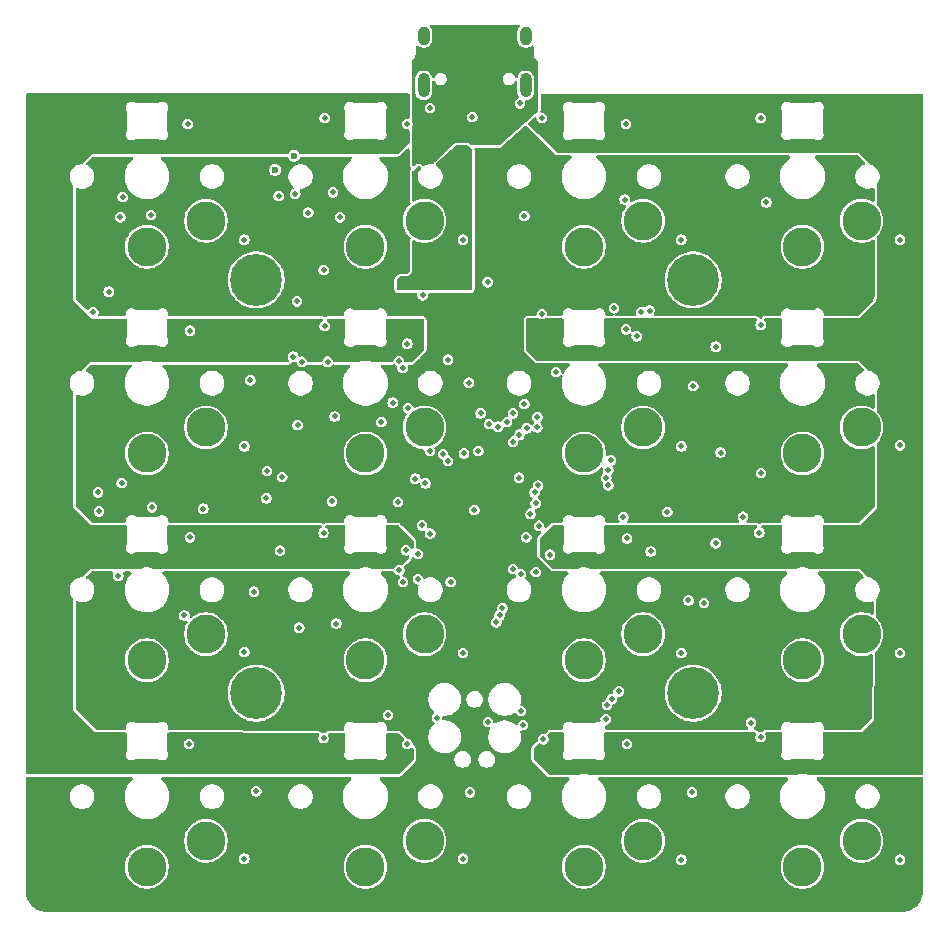
<source format=gbr>
%TF.GenerationSoftware,KiCad,Pcbnew,9.0.1*%
%TF.CreationDate,2025-04-04T22:51:44+11:00*%
%TF.ProjectId,Kobold,4b6f626f-6c64-42e6-9b69-6361645f7063,rev?*%
%TF.SameCoordinates,Original*%
%TF.FileFunction,Copper,L2,Inr*%
%TF.FilePolarity,Positive*%
%FSLAX46Y46*%
G04 Gerber Fmt 4.6, Leading zero omitted, Abs format (unit mm)*
G04 Created by KiCad (PCBNEW 9.0.1) date 2025-04-04 22:51:44*
%MOMM*%
%LPD*%
G01*
G04 APERTURE LIST*
%TA.AperFunction,ComponentPad*%
%ADD10C,3.300000*%
%TD*%
%TA.AperFunction,ComponentPad*%
%ADD11C,4.400000*%
%TD*%
%TA.AperFunction,HeatsinkPad*%
%ADD12O,1.000000X2.100000*%
%TD*%
%TA.AperFunction,HeatsinkPad*%
%ADD13O,1.000000X1.600000*%
%TD*%
%TA.AperFunction,ViaPad*%
%ADD14C,0.500000*%
%TD*%
%TA.AperFunction,ViaPad*%
%ADD15C,0.600000*%
%TD*%
G04 APERTURE END LIST*
D10*
%TO.N,GND*%
%TO.C,SW14*%
X175250000Y-114000000D03*
%TO.N,kN*%
X170250000Y-116200000D03*
%TD*%
%TO.N,GND*%
%TO.C,SW11*%
X156750000Y-96500000D03*
%TO.N,kK*%
X151750000Y-98700000D03*
%TD*%
D11*
%TO.N,GND*%
%TO.C,H4*%
X179500000Y-101500000D03*
%TD*%
D10*
%TO.N,GND*%
%TO.C,SW13*%
X193750000Y-114000000D03*
%TO.N,kM*%
X188750000Y-116200000D03*
%TD*%
%TO.N,GND*%
%TO.C,SW5*%
X193750000Y-79000000D03*
%TO.N,kE*%
X188750000Y-81200000D03*
%TD*%
%TO.N,GND*%
%TO.C,SW10*%
X175250000Y-96500000D03*
%TO.N,kJ*%
X170250000Y-98700000D03*
%TD*%
D11*
%TO.N,GND*%
%TO.C,H1*%
X142500000Y-66500000D03*
%TD*%
D10*
%TO.N,GND*%
%TO.C,SW16*%
X138250000Y-114000000D03*
%TO.N,kP*%
X133250000Y-116200000D03*
%TD*%
%TO.N,GND*%
%TO.C,SW6*%
X175250000Y-79000000D03*
%TO.N,kF*%
X170250000Y-81200000D03*
%TD*%
D11*
%TO.N,GND*%
%TO.C,H3*%
X142500000Y-101500000D03*
%TD*%
D10*
%TO.N,GND*%
%TO.C,SW7*%
X156750000Y-79000000D03*
%TO.N,kG*%
X151750000Y-81200000D03*
%TD*%
%TO.N,GND*%
%TO.C,SW12*%
X138250000Y-96500000D03*
%TO.N,kL*%
X133250000Y-98700000D03*
%TD*%
D11*
%TO.N,GND*%
%TO.C,H2*%
X179500000Y-66500000D03*
%TD*%
D10*
%TO.N,GND*%
%TO.C,SW2*%
X175250000Y-61500000D03*
%TO.N,kB*%
X170250000Y-63700000D03*
%TD*%
%TO.N,GND*%
%TO.C,SW8*%
X138250000Y-79000000D03*
%TO.N,kH*%
X133250000Y-81200000D03*
%TD*%
%TO.N,GND*%
%TO.C,SW4*%
X138250000Y-61500000D03*
%TO.N,kD*%
X133250000Y-63700000D03*
%TD*%
D12*
%TO.N,GND*%
%TO.C,J1*%
X165320000Y-50030000D03*
D13*
X165320000Y-45850000D03*
D12*
X156680000Y-50030000D03*
D13*
X156680000Y-45850000D03*
%TD*%
D10*
%TO.N,GND*%
%TO.C,SW15*%
X156750000Y-114000000D03*
%TO.N,kO*%
X151750000Y-116200000D03*
%TD*%
%TO.N,GND*%
%TO.C,SW9*%
X193750000Y-96500000D03*
%TO.N,kI*%
X188750000Y-98700000D03*
%TD*%
%TO.N,GND*%
%TO.C,SW3*%
X156750000Y-61500000D03*
%TO.N,kC*%
X151750000Y-63700000D03*
%TD*%
%TO.N,GND*%
%TO.C,SW1*%
X193750000Y-61500000D03*
%TO.N,kA*%
X188750000Y-63700000D03*
%TD*%
D14*
%TO.N,GND*%
X156600000Y-67800000D03*
X197000000Y-63100000D03*
X144700000Y-83200000D03*
X145950000Y-68310000D03*
X164846000Y-51562000D03*
X148210000Y-65660000D03*
X164250000Y-80213000D03*
X179400000Y-109900000D03*
X162980000Y-78943000D03*
X162200000Y-78700000D03*
X160000000Y-115500000D03*
X178500000Y-80600000D03*
X160500000Y-75200000D03*
X146000000Y-78800000D03*
X178500000Y-63100000D03*
X165200000Y-77000000D03*
X197000000Y-80500000D03*
X156200000Y-89700000D03*
X166170000Y-91250000D03*
X161500000Y-77800000D03*
X141500000Y-63100000D03*
X178500000Y-98100000D03*
X167870000Y-74290000D03*
X141500000Y-80600000D03*
X142000000Y-75000000D03*
X141500000Y-98000000D03*
X197000000Y-115600000D03*
X160600000Y-109900000D03*
X160000000Y-98100000D03*
X149600000Y-61200000D03*
X157226000Y-51943000D03*
X179500000Y-75500000D03*
X154500000Y-85300000D03*
X133600000Y-61000000D03*
X146900000Y-60800000D03*
X197000000Y-98100000D03*
X142500000Y-109800000D03*
X160800000Y-52700000D03*
X164250000Y-77800000D03*
X160974777Y-86000000D03*
X173590000Y-86580000D03*
X131000000Y-61200000D03*
X166300000Y-78100000D03*
X165200000Y-61100000D03*
X165393000Y-79070000D03*
X142300000Y-92900000D03*
X178500000Y-115600000D03*
X160000000Y-63100000D03*
X141500000Y-115500000D03*
%TO.N,RGB_PWR*%
X168074001Y-53200000D03*
X156200000Y-70300000D03*
X181100000Y-54180000D03*
X135425999Y-70400000D03*
X135425999Y-105400000D03*
X126700000Y-103300000D03*
X156200000Y-71000000D03*
X190925999Y-105400000D03*
X178800000Y-54180000D03*
X156200000Y-71700000D03*
X166000000Y-71700000D03*
X153925999Y-105400000D03*
X131074001Y-88200000D03*
X172425999Y-105400000D03*
X153925999Y-70400000D03*
X172425999Y-70400000D03*
X166000000Y-71000000D03*
X126700000Y-68200000D03*
X149574001Y-53200000D03*
X186574001Y-88200000D03*
X149574001Y-88200000D03*
X186574001Y-53200000D03*
X131074001Y-53200000D03*
X166000000Y-70300000D03*
X190929504Y-70490000D03*
X195200000Y-68200000D03*
X168074001Y-88200000D03*
X195100000Y-103300000D03*
%TO.N,+3.3V*%
X155800000Y-87900000D03*
X146700000Y-59600000D03*
X166000000Y-59300000D03*
X155500000Y-85300000D03*
X148400000Y-77400000D03*
X183600000Y-62750000D03*
X167100000Y-86350000D03*
X128060000Y-62640000D03*
X165200000Y-89800000D03*
X184600000Y-58850000D03*
X160150000Y-100550000D03*
X146050000Y-80950000D03*
X128100000Y-76900000D03*
X175500000Y-84200000D03*
X175250000Y-66300000D03*
X146500000Y-62600000D03*
X178400000Y-93300000D03*
X167800000Y-65700000D03*
X161720000Y-79856089D03*
X127500000Y-83000000D03*
X160800000Y-70610000D03*
X132000000Y-61100000D03*
X149550000Y-66550000D03*
%TO.N,BOOT0*%
X129100000Y-84500000D03*
X155970000Y-83340000D03*
%TO.N,Net-(D1-DOUT)*%
X185200000Y-52800000D03*
X173800000Y-53300000D03*
%TO.N,nRST*%
X144500000Y-89420000D03*
X129200000Y-86100000D03*
X157815096Y-103562450D03*
X153660000Y-103340000D03*
X143350000Y-85000000D03*
X154610000Y-91070000D03*
%TO.N,Net-(D2-DOUT)*%
X155300000Y-53300000D03*
X166700000Y-52800000D03*
%TO.N,Net-(D3-DOUT)*%
X136700000Y-53300000D03*
X148300000Y-52800000D03*
%TO.N,CC2*%
X163720000Y-78540000D03*
X164790000Y-79610000D03*
X155350000Y-77350000D03*
%TO.N,CC1*%
X154050000Y-76900000D03*
X166292329Y-78992329D03*
%TO.N,SWO*%
X157200000Y-81000000D03*
X172193947Y-102507567D03*
X172320000Y-83890000D03*
X165100000Y-104200000D03*
%TO.N,SWDIO*%
X161300000Y-81000000D03*
X164900000Y-103000000D03*
X173200000Y-101350000D03*
X172300000Y-82625129D03*
%TO.N,SWCLK*%
X172600000Y-102000000D03*
X172151993Y-83258057D03*
X162125000Y-103925000D03*
X160100000Y-81200000D03*
%TO.N,Net-(D5-DIN)*%
X173800000Y-70700000D03*
X185200000Y-70300000D03*
%TO.N,Net-(D6-DIN)*%
X166700000Y-69400000D03*
X155300000Y-71900000D03*
%TO.N,kM*%
X165720000Y-86310000D03*
X167380000Y-89760000D03*
X172100000Y-103700000D03*
X184400000Y-104000000D03*
%TO.N,Net-(D7-DIN)*%
X136900000Y-70800000D03*
X148300000Y-70400000D03*
%TO.N,kP*%
X136410000Y-94920000D03*
X156190000Y-91830000D03*
%TO.N,FLASH_CS*%
X166450000Y-87325000D03*
X177300000Y-86150000D03*
%TO.N,kA*%
X181810000Y-81120000D03*
X166360000Y-83910000D03*
%TO.N,kB*%
X175110000Y-69210000D03*
X172780000Y-68880000D03*
X164740000Y-83250000D03*
X172540000Y-81780000D03*
%TO.N,kC*%
X146370000Y-73440000D03*
X148540000Y-73440000D03*
%TO.N,kD*%
X128700000Y-69210000D03*
X156830000Y-83740000D03*
X130010000Y-67500000D03*
X138030000Y-85870000D03*
%TO.N,kE*%
X185240000Y-82860000D03*
X166069310Y-84491380D03*
%TO.N,kG*%
X156551762Y-87287413D03*
X148910000Y-85260000D03*
%TO.N,kH*%
X133670000Y-85750000D03*
X157230000Y-87980000D03*
%TO.N,kI*%
X166170000Y-85420000D03*
X183700000Y-86560000D03*
%TO.N,kK*%
X149280000Y-95600000D03*
X158970000Y-92090000D03*
%TO.N,kL*%
X154930000Y-92080000D03*
X130820000Y-91550000D03*
%TO.N,SPI1_MOSI*%
X181400000Y-88800000D03*
X163350000Y-94300000D03*
%TO.N,SPI1_SCK*%
X162826021Y-95489378D03*
X180400000Y-93850000D03*
%TO.N,SPI1_MISO*%
X163101254Y-94900523D03*
X179100000Y-93650000D03*
%TO.N,Net-(D10-DIN)*%
X173900000Y-88400000D03*
X185100000Y-87900000D03*
%TO.N,Net-(D10-DOUT)*%
X155200000Y-89400000D03*
X165360000Y-88300000D03*
%TO.N,Net-(D11-DOUT)*%
X136900000Y-88300000D03*
X148200000Y-87900000D03*
%TO.N,Net-(D18-A)*%
X131100000Y-83700000D03*
X143400000Y-82700000D03*
%TO.N,~{RGB_FAULT}*%
X154588745Y-73379366D03*
X153100000Y-78550000D03*
X158750000Y-73250000D03*
X158300000Y-81250000D03*
%TO.N,RGB_PWM_3V3*%
X181400000Y-72150000D03*
X154900000Y-73950000D03*
%TO.N,~{RGB_EN}*%
X158750000Y-81850000D03*
X149150000Y-78070000D03*
D15*
%TO.N,VBUS*%
X158400000Y-56600000D03*
X160400000Y-57800000D03*
X145700000Y-56000000D03*
X154975000Y-66975000D03*
D14*
X159568000Y-65200000D03*
%TO.N,ADC1_IN12*%
X164900000Y-91400000D03*
X175900000Y-89500000D03*
X175800000Y-69100000D03*
X162100000Y-66700000D03*
%TO.N,Net-(D13-DIN)*%
X185200000Y-105200000D03*
X173900000Y-105800000D03*
%TO.N,Net-(D14-DIN)*%
X155300000Y-105800000D03*
X166800000Y-105400000D03*
%TO.N,Net-(D15-DIN)*%
X136800000Y-105800000D03*
X148200000Y-105300000D03*
%TO.N,ADC2_IN12*%
X146140000Y-95950000D03*
X164240583Y-90989745D03*
%TO.N,Net-(U10-Pad4)*%
X174720000Y-71280000D03*
X145650000Y-73000000D03*
%TO.N,Net-(U10-Pad1)*%
X185700000Y-59950000D03*
X173700000Y-59700000D03*
D15*
%TO.N,/VBUS_IN*%
X163576000Y-51943000D03*
X144100000Y-57200000D03*
X156400000Y-55200000D03*
X158500000Y-52000000D03*
D14*
%TO.N,Net-(U13-Pad4)*%
X145800000Y-59200000D03*
X149000000Y-59100000D03*
%TO.N,Net-(U14-Pad2)*%
X131200000Y-59500000D03*
X144400000Y-59400000D03*
%TD*%
%TA.AperFunction,Conductor*%
%TO.N,RGB_PWR*%
G36*
X155439539Y-50735685D02*
G01*
X155485294Y-50788489D01*
X155496500Y-50840000D01*
X155496500Y-52726166D01*
X155476815Y-52793205D01*
X155424011Y-52838960D01*
X155367436Y-52847442D01*
X155367436Y-52849500D01*
X155359309Y-52849500D01*
X155240691Y-52849500D01*
X155126114Y-52880201D01*
X155126112Y-52880201D01*
X155126112Y-52880202D01*
X155023387Y-52939511D01*
X155023384Y-52939513D01*
X154939513Y-53023384D01*
X154939511Y-53023387D01*
X154908780Y-53076615D01*
X154880201Y-53126114D01*
X154849500Y-53240691D01*
X154849500Y-53359309D01*
X154880201Y-53473886D01*
X154939511Y-53576613D01*
X155023387Y-53660489D01*
X155126114Y-53719799D01*
X155240691Y-53750500D01*
X155240694Y-53750500D01*
X155367436Y-53750500D01*
X155367436Y-53752629D01*
X155425343Y-53761656D01*
X155477602Y-53808033D01*
X155496500Y-53873833D01*
X155496500Y-54834138D01*
X155476815Y-54901177D01*
X155460181Y-54921819D01*
X154565319Y-55816681D01*
X154503996Y-55850166D01*
X154477638Y-55853000D01*
X151909276Y-55853000D01*
X151893093Y-55851939D01*
X151887539Y-55851208D01*
X151874570Y-55849500D01*
X151874565Y-55849500D01*
X151625435Y-55849500D01*
X151625429Y-55849500D01*
X151611778Y-55851297D01*
X151606906Y-55851939D01*
X151590724Y-55853000D01*
X146264649Y-55853000D01*
X146197610Y-55833315D01*
X146157262Y-55791000D01*
X146143225Y-55766688D01*
X146100500Y-55692686D01*
X146007314Y-55599500D01*
X145917629Y-55547720D01*
X145893187Y-55533608D01*
X145804187Y-55509761D01*
X145765892Y-55499500D01*
X145634108Y-55499500D01*
X145506812Y-55533608D01*
X145392686Y-55599500D01*
X145392683Y-55599502D01*
X145299502Y-55692683D01*
X145299498Y-55692689D01*
X145242738Y-55791000D01*
X145192171Y-55839216D01*
X145135351Y-55853000D01*
X133409276Y-55853000D01*
X133393093Y-55851939D01*
X133387539Y-55851208D01*
X133374570Y-55849500D01*
X133374565Y-55849500D01*
X133125435Y-55849500D01*
X133125429Y-55849500D01*
X133111778Y-55851297D01*
X133106906Y-55851939D01*
X133090724Y-55853000D01*
X128581749Y-55853000D01*
X127771569Y-56663181D01*
X127710246Y-56696666D01*
X127683888Y-56699500D01*
X127646530Y-56699500D01*
X127443587Y-56739868D01*
X127443579Y-56739870D01*
X127252403Y-56819058D01*
X127080342Y-56934024D01*
X126934024Y-57080342D01*
X126819058Y-57252403D01*
X126739870Y-57443579D01*
X126739868Y-57443587D01*
X126699500Y-57646530D01*
X126699500Y-57853469D01*
X126739868Y-58056412D01*
X126739870Y-58056420D01*
X126819059Y-58247598D01*
X126934023Y-58419655D01*
X126963681Y-58449313D01*
X126997166Y-58510634D01*
X127000000Y-58536994D01*
X127000000Y-68168688D01*
X128611312Y-69780000D01*
X131425501Y-69780000D01*
X131492540Y-69799685D01*
X131538295Y-69852489D01*
X131549501Y-69904000D01*
X131549501Y-71248195D01*
X131549154Y-71257470D01*
X131544614Y-71317999D01*
X131541852Y-71336317D01*
X131529378Y-71390968D01*
X131523917Y-71408673D01*
X131501809Y-71465010D01*
X131498200Y-71473304D01*
X131472321Y-71527298D01*
X131472321Y-71527299D01*
X131447622Y-71653107D01*
X131448344Y-71664929D01*
X131448343Y-71664929D01*
X131448831Y-71672931D01*
X131448560Y-71674557D01*
X131449326Y-71681047D01*
X131449542Y-71684571D01*
X131449543Y-71684574D01*
X131455436Y-71781085D01*
X131460552Y-71796742D01*
X131464382Y-71808464D01*
X131465203Y-71815410D01*
X131471535Y-71830356D01*
X131473173Y-71835367D01*
X131473176Y-71835374D01*
X131495260Y-71902958D01*
X131495261Y-71902960D01*
X131510257Y-71926322D01*
X131515960Y-71935207D01*
X131520535Y-71946004D01*
X131531616Y-71959598D01*
X131535410Y-71965508D01*
X131564503Y-72010833D01*
X131564519Y-72010857D01*
X131600376Y-72043948D01*
X131610150Y-72055939D01*
X131622883Y-72064719D01*
X131658742Y-72097812D01*
X131712476Y-72126505D01*
X131726910Y-72136460D01*
X131738035Y-72140153D01*
X131771842Y-72158206D01*
X131846099Y-72176034D01*
X131861516Y-72181154D01*
X131868511Y-72181415D01*
X131896514Y-72188139D01*
X131996695Y-72186214D01*
X132003250Y-72186461D01*
X132004855Y-72186058D01*
X132024705Y-72185677D01*
X132148136Y-72150979D01*
X132161642Y-72143116D01*
X132199034Y-72121364D01*
X132199084Y-72121351D01*
X132208497Y-72116392D01*
X132273170Y-72085898D01*
X132293646Y-72078367D01*
X132357382Y-72061116D01*
X132378860Y-72057292D01*
X132450383Y-72050978D01*
X132461283Y-72050499D01*
X134038973Y-72050499D01*
X134049900Y-72050981D01*
X134121131Y-72057282D01*
X134142616Y-72061112D01*
X134206342Y-72078372D01*
X134226824Y-72085909D01*
X134291766Y-72116544D01*
X134301443Y-72121644D01*
X134340753Y-72144629D01*
X134341903Y-72145136D01*
X134351877Y-72150941D01*
X134351878Y-72150941D01*
X134351879Y-72150942D01*
X134475300Y-72185638D01*
X134495157Y-72186019D01*
X134496753Y-72186420D01*
X134503267Y-72186175D01*
X134603481Y-72188100D01*
X134631492Y-72181374D01*
X134638475Y-72181114D01*
X134653860Y-72176004D01*
X134728143Y-72158170D01*
X134761956Y-72140114D01*
X134773071Y-72136425D01*
X134787495Y-72126476D01*
X134829926Y-72103819D01*
X134841230Y-72097784D01*
X134841230Y-72097783D01*
X134841235Y-72097781D01*
X134877094Y-72064687D01*
X134889822Y-72055911D01*
X134899591Y-72043925D01*
X134935426Y-72010855D01*
X134935448Y-72010835D01*
X134935449Y-72010834D01*
X134964563Y-71965479D01*
X134965190Y-71964500D01*
X134968360Y-71959563D01*
X134979430Y-71945984D01*
X134983996Y-71935203D01*
X135004705Y-71902943D01*
X135025046Y-71840693D01*
X135026793Y-71835345D01*
X135026793Y-71835344D01*
X135028432Y-71830328D01*
X135034758Y-71815401D01*
X135035577Y-71808462D01*
X135044525Y-71781078D01*
X135050632Y-71681039D01*
X135051399Y-71674559D01*
X135051127Y-71672938D01*
X135052338Y-71653112D01*
X135052337Y-71653106D01*
X135052337Y-71653104D01*
X135030037Y-71539513D01*
X135027641Y-71527308D01*
X135026072Y-71524034D01*
X135001858Y-71473501D01*
X135001853Y-71473470D01*
X134998253Y-71465214D01*
X134976065Y-71408672D01*
X134970604Y-71390968D01*
X134958131Y-71336321D01*
X134955369Y-71318003D01*
X134950846Y-71257701D01*
X134950499Y-71248426D01*
X134950499Y-70740691D01*
X136449500Y-70740691D01*
X136449500Y-70859309D01*
X136480201Y-70973886D01*
X136539511Y-71076613D01*
X136623387Y-71160489D01*
X136726114Y-71219799D01*
X136840691Y-71250500D01*
X136840694Y-71250500D01*
X136959306Y-71250500D01*
X136959309Y-71250500D01*
X137073886Y-71219799D01*
X137176613Y-71160489D01*
X137260489Y-71076613D01*
X137319799Y-70973886D01*
X137350500Y-70859309D01*
X137350500Y-70740691D01*
X137319799Y-70626114D01*
X137260489Y-70523387D01*
X137176613Y-70439511D01*
X137073886Y-70380201D01*
X136959309Y-70349500D01*
X136840691Y-70349500D01*
X136726114Y-70380201D01*
X136726112Y-70380201D01*
X136726112Y-70380202D01*
X136623387Y-70439511D01*
X136623384Y-70439513D01*
X136539513Y-70523384D01*
X136539511Y-70523387D01*
X136510355Y-70573887D01*
X136480201Y-70626114D01*
X136449500Y-70740691D01*
X134950499Y-70740691D01*
X134950499Y-69904000D01*
X134970184Y-69836961D01*
X135022988Y-69791206D01*
X135074499Y-69780000D01*
X148010098Y-69780000D01*
X148077137Y-69799685D01*
X148122892Y-69852489D01*
X148132836Y-69921647D01*
X148103811Y-69985203D01*
X148072099Y-70011387D01*
X148023387Y-70039511D01*
X148023384Y-70039513D01*
X147939513Y-70123384D01*
X147939511Y-70123387D01*
X147880201Y-70226114D01*
X147849500Y-70340691D01*
X147849500Y-70459309D01*
X147880201Y-70573886D01*
X147939511Y-70676613D01*
X148023387Y-70760489D01*
X148126114Y-70819799D01*
X148240691Y-70850500D01*
X148240694Y-70850500D01*
X148359306Y-70850500D01*
X148359309Y-70850500D01*
X148473886Y-70819799D01*
X148576613Y-70760489D01*
X148660489Y-70676613D01*
X148719799Y-70573886D01*
X148750500Y-70459309D01*
X148750500Y-70340691D01*
X148719799Y-70226114D01*
X148660489Y-70123387D01*
X148576613Y-70039511D01*
X148527900Y-70011386D01*
X148479686Y-69960819D01*
X148466464Y-69892212D01*
X148492432Y-69827347D01*
X148549347Y-69786820D01*
X148589902Y-69780000D01*
X149925501Y-69780000D01*
X149992540Y-69799685D01*
X150038295Y-69852489D01*
X150049501Y-69904000D01*
X150049501Y-71248195D01*
X150049154Y-71257470D01*
X150044614Y-71317999D01*
X150041852Y-71336317D01*
X150029378Y-71390968D01*
X150023917Y-71408673D01*
X150001809Y-71465010D01*
X149998200Y-71473304D01*
X149972321Y-71527298D01*
X149972321Y-71527299D01*
X149947622Y-71653107D01*
X149948344Y-71664929D01*
X149948343Y-71664929D01*
X149948831Y-71672931D01*
X149948560Y-71674557D01*
X149949326Y-71681047D01*
X149949542Y-71684571D01*
X149949543Y-71684574D01*
X149955436Y-71781085D01*
X149960552Y-71796742D01*
X149964382Y-71808464D01*
X149965203Y-71815410D01*
X149971535Y-71830356D01*
X149973173Y-71835367D01*
X149973176Y-71835374D01*
X149995260Y-71902958D01*
X149995261Y-71902960D01*
X150010257Y-71926322D01*
X150015960Y-71935207D01*
X150020535Y-71946004D01*
X150031616Y-71959598D01*
X150035410Y-71965508D01*
X150064503Y-72010833D01*
X150064519Y-72010857D01*
X150100376Y-72043948D01*
X150110150Y-72055939D01*
X150122883Y-72064719D01*
X150158742Y-72097812D01*
X150212476Y-72126505D01*
X150226910Y-72136460D01*
X150238035Y-72140153D01*
X150271842Y-72158206D01*
X150346099Y-72176034D01*
X150361516Y-72181154D01*
X150368511Y-72181415D01*
X150396514Y-72188139D01*
X150496695Y-72186214D01*
X150503250Y-72186461D01*
X150504855Y-72186058D01*
X150524705Y-72185677D01*
X150648136Y-72150979D01*
X150661642Y-72143116D01*
X150699034Y-72121364D01*
X150699084Y-72121351D01*
X150708497Y-72116392D01*
X150773170Y-72085898D01*
X150793646Y-72078367D01*
X150857382Y-72061116D01*
X150878860Y-72057292D01*
X150950383Y-72050978D01*
X150961283Y-72050499D01*
X152538973Y-72050499D01*
X152549900Y-72050981D01*
X152621131Y-72057282D01*
X152642616Y-72061112D01*
X152706342Y-72078372D01*
X152726824Y-72085909D01*
X152791766Y-72116544D01*
X152801443Y-72121644D01*
X152840753Y-72144629D01*
X152841903Y-72145136D01*
X152851877Y-72150941D01*
X152851878Y-72150941D01*
X152851879Y-72150942D01*
X152975300Y-72185638D01*
X152995157Y-72186019D01*
X152996753Y-72186420D01*
X153003267Y-72186175D01*
X153103481Y-72188100D01*
X153131492Y-72181374D01*
X153138475Y-72181114D01*
X153153860Y-72176004D01*
X153228143Y-72158170D01*
X153261956Y-72140114D01*
X153273071Y-72136425D01*
X153287495Y-72126476D01*
X153329926Y-72103819D01*
X153341230Y-72097784D01*
X153341230Y-72097783D01*
X153341235Y-72097781D01*
X153377094Y-72064687D01*
X153389822Y-72055911D01*
X153399591Y-72043925D01*
X153435426Y-72010855D01*
X153435448Y-72010835D01*
X153435449Y-72010834D01*
X153464563Y-71965479D01*
X153465190Y-71964500D01*
X153468360Y-71959563D01*
X153479430Y-71945984D01*
X153483996Y-71935203D01*
X153504705Y-71902943D01*
X153525046Y-71840693D01*
X153525047Y-71840691D01*
X154849500Y-71840691D01*
X154849500Y-71959309D01*
X154880201Y-72073886D01*
X154939511Y-72176613D01*
X155023387Y-72260489D01*
X155126114Y-72319799D01*
X155240691Y-72350500D01*
X155240694Y-72350500D01*
X155359306Y-72350500D01*
X155359309Y-72350500D01*
X155473886Y-72319799D01*
X155576613Y-72260489D01*
X155660489Y-72176613D01*
X155719799Y-72073886D01*
X155750500Y-71959309D01*
X155750500Y-71840691D01*
X155719799Y-71726114D01*
X155660489Y-71623387D01*
X155576613Y-71539511D01*
X155473886Y-71480201D01*
X155359309Y-71449500D01*
X155240691Y-71449500D01*
X155126114Y-71480201D01*
X155126112Y-71480201D01*
X155126112Y-71480202D01*
X155023387Y-71539511D01*
X155023384Y-71539513D01*
X154939513Y-71623384D01*
X154939511Y-71623387D01*
X154909967Y-71674559D01*
X154880201Y-71726114D01*
X154849500Y-71840691D01*
X153525047Y-71840691D01*
X153526793Y-71835345D01*
X153526793Y-71835344D01*
X153528430Y-71830334D01*
X153534758Y-71815401D01*
X153535577Y-71808461D01*
X153544525Y-71781078D01*
X153550632Y-71681039D01*
X153551399Y-71674559D01*
X153551127Y-71672938D01*
X153552338Y-71653112D01*
X153552337Y-71653106D01*
X153552337Y-71653104D01*
X153530037Y-71539513D01*
X153527641Y-71527308D01*
X153526072Y-71524034D01*
X153501858Y-71473501D01*
X153501853Y-71473470D01*
X153498253Y-71465214D01*
X153476065Y-71408672D01*
X153470604Y-71390968D01*
X153458131Y-71336321D01*
X153455369Y-71318003D01*
X153450846Y-71257701D01*
X153450499Y-71248426D01*
X153450499Y-69904000D01*
X153470184Y-69836961D01*
X153522988Y-69791206D01*
X153574499Y-69780000D01*
X156594000Y-69780000D01*
X156661039Y-69799685D01*
X156706794Y-69852489D01*
X156718000Y-69904000D01*
X156718000Y-72396888D01*
X156698315Y-72463927D01*
X156681681Y-72484569D01*
X155731569Y-73434681D01*
X155670246Y-73468166D01*
X155643888Y-73471000D01*
X155163245Y-73471000D01*
X155096206Y-73451315D01*
X155050451Y-73398511D01*
X155039245Y-73347000D01*
X155039245Y-73320059D01*
X155039245Y-73320057D01*
X155008544Y-73205480D01*
X154949234Y-73102753D01*
X154865358Y-73018877D01*
X154762631Y-72959567D01*
X154648054Y-72928866D01*
X154529436Y-72928866D01*
X154414859Y-72959567D01*
X154414857Y-72959567D01*
X154414857Y-72959568D01*
X154312132Y-73018877D01*
X154312129Y-73018879D01*
X154228258Y-73102750D01*
X154228256Y-73102753D01*
X154168946Y-73205480D01*
X154138245Y-73320057D01*
X154138245Y-73320059D01*
X154138245Y-73347000D01*
X154118560Y-73414039D01*
X154065756Y-73459794D01*
X154014245Y-73471000D01*
X152446025Y-73471000D01*
X152398575Y-73461562D01*
X152362207Y-73446498D01*
X152121565Y-73382018D01*
X152121564Y-73382017D01*
X152121561Y-73382017D01*
X151874575Y-73349501D01*
X151874570Y-73349500D01*
X151874565Y-73349500D01*
X151625435Y-73349500D01*
X151625429Y-73349500D01*
X151625424Y-73349501D01*
X151378438Y-73382017D01*
X151137796Y-73446497D01*
X151137794Y-73446497D01*
X151137793Y-73446498D01*
X151101424Y-73461562D01*
X151053975Y-73471000D01*
X149109846Y-73471000D01*
X149042807Y-73451315D01*
X148997052Y-73398511D01*
X148990074Y-73379101D01*
X148959799Y-73266114D01*
X148900489Y-73163387D01*
X148816613Y-73079511D01*
X148713886Y-73020201D01*
X148599309Y-72989500D01*
X148480691Y-72989500D01*
X148366114Y-73020201D01*
X148366112Y-73020201D01*
X148366112Y-73020202D01*
X148263387Y-73079511D01*
X148263384Y-73079513D01*
X148179513Y-73163384D01*
X148179511Y-73163387D01*
X148120201Y-73266112D01*
X148115502Y-73283651D01*
X148089927Y-73379095D01*
X148053564Y-73438754D01*
X147990717Y-73469283D01*
X147970154Y-73471000D01*
X146939846Y-73471000D01*
X146872807Y-73451315D01*
X146827052Y-73398511D01*
X146820074Y-73379101D01*
X146789799Y-73266114D01*
X146730489Y-73163387D01*
X146646613Y-73079511D01*
X146543886Y-73020201D01*
X146429309Y-72989500D01*
X146310691Y-72989500D01*
X146246556Y-73006685D01*
X146176706Y-73005022D01*
X146118844Y-72965859D01*
X146094689Y-72919005D01*
X146069799Y-72826114D01*
X146010489Y-72723387D01*
X145926613Y-72639511D01*
X145823886Y-72580201D01*
X145709309Y-72549500D01*
X145590691Y-72549500D01*
X145476114Y-72580201D01*
X145476112Y-72580201D01*
X145476112Y-72580202D01*
X145373387Y-72639511D01*
X145373384Y-72639513D01*
X145289513Y-72723384D01*
X145289511Y-72723387D01*
X145230201Y-72826114D01*
X145199500Y-72940691D01*
X145199500Y-73059309D01*
X145230201Y-73173886D01*
X145289511Y-73276613D01*
X145289512Y-73276614D01*
X145293575Y-73283651D01*
X145290892Y-73285199D01*
X145310794Y-73336703D01*
X145296744Y-73405146D01*
X145247922Y-73455127D01*
X145187222Y-73471000D01*
X133946025Y-73471000D01*
X133898575Y-73461562D01*
X133862207Y-73446498D01*
X133621565Y-73382018D01*
X133621564Y-73382017D01*
X133621561Y-73382017D01*
X133374575Y-73349501D01*
X133374570Y-73349500D01*
X133374565Y-73349500D01*
X133125435Y-73349500D01*
X133125429Y-73349500D01*
X133125424Y-73349501D01*
X132878438Y-73382017D01*
X132637796Y-73446497D01*
X132637794Y-73446497D01*
X132637793Y-73446498D01*
X132601424Y-73461562D01*
X132553975Y-73471000D01*
X128412499Y-73471000D01*
X127719466Y-74164033D01*
X127658143Y-74197518D01*
X127650217Y-74198767D01*
X127443587Y-74239868D01*
X127443579Y-74239870D01*
X127252403Y-74319058D01*
X127080342Y-74434024D01*
X126934024Y-74580342D01*
X126819058Y-74752403D01*
X126739870Y-74943579D01*
X126739868Y-74943587D01*
X126699500Y-75146530D01*
X126699500Y-75353469D01*
X126718801Y-75450500D01*
X126739870Y-75556420D01*
X126819059Y-75747598D01*
X126934023Y-75919655D01*
X126963681Y-75949313D01*
X126997166Y-76010634D01*
X127000000Y-76036994D01*
X127000000Y-79121000D01*
X127000000Y-85733500D01*
X128537500Y-87271000D01*
X131425501Y-87271000D01*
X131492540Y-87290685D01*
X131538295Y-87343489D01*
X131549501Y-87395000D01*
X131549501Y-88748194D01*
X131549154Y-88757470D01*
X131544613Y-88818005D01*
X131541851Y-88836321D01*
X131529379Y-88890966D01*
X131523917Y-88908674D01*
X131501818Y-88964985D01*
X131498210Y-88973278D01*
X131472319Y-89027298D01*
X131447620Y-89153109D01*
X131448343Y-89164937D01*
X131448831Y-89172930D01*
X131448559Y-89174559D01*
X131449327Y-89181063D01*
X131449541Y-89184559D01*
X131449540Y-89184562D01*
X131455434Y-89281085D01*
X131455435Y-89281088D01*
X131460552Y-89296747D01*
X131460553Y-89296749D01*
X131464381Y-89308465D01*
X131465202Y-89315412D01*
X131471534Y-89330358D01*
X131473167Y-89335354D01*
X131473171Y-89335366D01*
X131481447Y-89360693D01*
X131495259Y-89402961D01*
X131510243Y-89426305D01*
X131510257Y-89426326D01*
X131510258Y-89426328D01*
X131515961Y-89435213D01*
X131520534Y-89446006D01*
X131531607Y-89459590D01*
X131535409Y-89465513D01*
X131564501Y-89510832D01*
X131564518Y-89510859D01*
X131600332Y-89543910D01*
X131600371Y-89543946D01*
X131610149Y-89555941D01*
X131622882Y-89564721D01*
X131658741Y-89597814D01*
X131712471Y-89626505D01*
X131726909Y-89636462D01*
X131738036Y-89640156D01*
X131771842Y-89658208D01*
X131846113Y-89676040D01*
X131861516Y-89681155D01*
X131868507Y-89681416D01*
X131896514Y-89688141D01*
X131996716Y-89686216D01*
X132003250Y-89686462D01*
X132004847Y-89686060D01*
X132024705Y-89685679D01*
X132148136Y-89650981D01*
X132161642Y-89643118D01*
X132199034Y-89621366D01*
X132199084Y-89621353D01*
X132208497Y-89616394D01*
X132273170Y-89585900D01*
X132293646Y-89578369D01*
X132357382Y-89561118D01*
X132378860Y-89557294D01*
X132450382Y-89550980D01*
X132461279Y-89550501D01*
X132507407Y-89550500D01*
X134038988Y-89550500D01*
X134049890Y-89550980D01*
X134057169Y-89551622D01*
X134121144Y-89557269D01*
X134142619Y-89561092D01*
X134206361Y-89578345D01*
X134226831Y-89585873D01*
X134291285Y-89616264D01*
X134300637Y-89621173D01*
X134340933Y-89644570D01*
X134341504Y-89644902D01*
X134341530Y-89644930D01*
X134341617Y-89644968D01*
X134351880Y-89650942D01*
X134475301Y-89685637D01*
X134495155Y-89686018D01*
X134496755Y-89686420D01*
X134503301Y-89686174D01*
X134603481Y-89688099D01*
X134631493Y-89681373D01*
X134638476Y-89681113D01*
X134653875Y-89675999D01*
X134728143Y-89658169D01*
X134761952Y-89640115D01*
X134773071Y-89636424D01*
X134787491Y-89626477D01*
X134841234Y-89597780D01*
X134877092Y-89564687D01*
X134889822Y-89555910D01*
X134899590Y-89543925D01*
X134935449Y-89510833D01*
X134968358Y-89459564D01*
X134979429Y-89445984D01*
X134983998Y-89435197D01*
X135004703Y-89402943D01*
X135018509Y-89360691D01*
X144049500Y-89360691D01*
X144049500Y-89479309D01*
X144080201Y-89593886D01*
X144139511Y-89696613D01*
X144223387Y-89780489D01*
X144326114Y-89839799D01*
X144440691Y-89870500D01*
X144440694Y-89870500D01*
X144559306Y-89870500D01*
X144559309Y-89870500D01*
X144673886Y-89839799D01*
X144776613Y-89780489D01*
X144860489Y-89696613D01*
X144919799Y-89593886D01*
X144950500Y-89479309D01*
X144950500Y-89360691D01*
X144919799Y-89246114D01*
X144860489Y-89143387D01*
X144776613Y-89059511D01*
X144673886Y-89000201D01*
X144559309Y-88969500D01*
X144440691Y-88969500D01*
X144326114Y-89000201D01*
X144326112Y-89000201D01*
X144326112Y-89000202D01*
X144223387Y-89059511D01*
X144223384Y-89059513D01*
X144139513Y-89143384D01*
X144139511Y-89143387D01*
X144084609Y-89238480D01*
X144080201Y-89246114D01*
X144049500Y-89360691D01*
X135018509Y-89360691D01*
X135026801Y-89335312D01*
X135029546Y-89327758D01*
X135029972Y-89326693D01*
X135034757Y-89315401D01*
X135034866Y-89314474D01*
X135035266Y-89313477D01*
X135037012Y-89306894D01*
X135037163Y-89306934D01*
X135039409Y-89296729D01*
X135044523Y-89281079D01*
X135050630Y-89181063D01*
X135051399Y-89174560D01*
X135051126Y-89172932D01*
X135052337Y-89153113D01*
X135027640Y-89027310D01*
X135027493Y-89027004D01*
X135001854Y-88973495D01*
X135001849Y-88973467D01*
X134998263Y-88965243D01*
X134976061Y-88908668D01*
X134970604Y-88890974D01*
X134958130Y-88836324D01*
X134955368Y-88818005D01*
X134950846Y-88757717D01*
X134950499Y-88748442D01*
X134950499Y-88240691D01*
X136449500Y-88240691D01*
X136449500Y-88359309D01*
X136480201Y-88473886D01*
X136539511Y-88576613D01*
X136623387Y-88660489D01*
X136726114Y-88719799D01*
X136840691Y-88750500D01*
X136840694Y-88750500D01*
X136959306Y-88750500D01*
X136959309Y-88750500D01*
X137073886Y-88719799D01*
X137176613Y-88660489D01*
X137260489Y-88576613D01*
X137319799Y-88473886D01*
X137350500Y-88359309D01*
X137350500Y-88240691D01*
X137319799Y-88126114D01*
X137260489Y-88023387D01*
X137176613Y-87939511D01*
X137073886Y-87880201D01*
X136959309Y-87849500D01*
X136840691Y-87849500D01*
X136726114Y-87880201D01*
X136726112Y-87880201D01*
X136726112Y-87880202D01*
X136623387Y-87939511D01*
X136623384Y-87939513D01*
X136539513Y-88023384D01*
X136539511Y-88023387D01*
X136510355Y-88073887D01*
X136480201Y-88126114D01*
X136449500Y-88240691D01*
X134950499Y-88240691D01*
X134950499Y-87395000D01*
X134970184Y-87327961D01*
X135022988Y-87282206D01*
X135074499Y-87271000D01*
X147925686Y-87271000D01*
X147992725Y-87290685D01*
X148038480Y-87343489D01*
X148048424Y-87412647D01*
X148019399Y-87476203D01*
X147987687Y-87502387D01*
X147923387Y-87539511D01*
X147923384Y-87539513D01*
X147839513Y-87623384D01*
X147839511Y-87623387D01*
X147793323Y-87703387D01*
X147780201Y-87726114D01*
X147749500Y-87840691D01*
X147749500Y-87959309D01*
X147780201Y-88073886D01*
X147839511Y-88176613D01*
X147923387Y-88260489D01*
X148026114Y-88319799D01*
X148140691Y-88350500D01*
X148140694Y-88350500D01*
X148259306Y-88350500D01*
X148259309Y-88350500D01*
X148373886Y-88319799D01*
X148476613Y-88260489D01*
X148560489Y-88176613D01*
X148619799Y-88073886D01*
X148650500Y-87959309D01*
X148650500Y-87840691D01*
X148619799Y-87726114D01*
X148560489Y-87623387D01*
X148476613Y-87539511D01*
X148412313Y-87502387D01*
X148364098Y-87451819D01*
X148350876Y-87383212D01*
X148376844Y-87318347D01*
X148433759Y-87277819D01*
X148474314Y-87271000D01*
X149925501Y-87271000D01*
X149992540Y-87290685D01*
X150038295Y-87343489D01*
X150049501Y-87395000D01*
X150049501Y-88748194D01*
X150049154Y-88757470D01*
X150044613Y-88818005D01*
X150041851Y-88836321D01*
X150029379Y-88890966D01*
X150023917Y-88908674D01*
X150001818Y-88964985D01*
X149998210Y-88973278D01*
X149972319Y-89027298D01*
X149947620Y-89153109D01*
X149948343Y-89164937D01*
X149948831Y-89172930D01*
X149948559Y-89174559D01*
X149949327Y-89181063D01*
X149949541Y-89184559D01*
X149949540Y-89184562D01*
X149955434Y-89281085D01*
X149955435Y-89281088D01*
X149960552Y-89296747D01*
X149960553Y-89296749D01*
X149964381Y-89308465D01*
X149965202Y-89315412D01*
X149971534Y-89330358D01*
X149973167Y-89335354D01*
X149973171Y-89335366D01*
X149981447Y-89360693D01*
X149995259Y-89402961D01*
X150010243Y-89426305D01*
X150010257Y-89426326D01*
X150010258Y-89426328D01*
X150015961Y-89435213D01*
X150020534Y-89446006D01*
X150031607Y-89459590D01*
X150035409Y-89465513D01*
X150064501Y-89510832D01*
X150064518Y-89510859D01*
X150100332Y-89543910D01*
X150100371Y-89543946D01*
X150110149Y-89555941D01*
X150122882Y-89564721D01*
X150158741Y-89597814D01*
X150212471Y-89626505D01*
X150226909Y-89636462D01*
X150238036Y-89640156D01*
X150271842Y-89658208D01*
X150346113Y-89676040D01*
X150361516Y-89681155D01*
X150368507Y-89681416D01*
X150396514Y-89688141D01*
X150496716Y-89686216D01*
X150503250Y-89686462D01*
X150504847Y-89686060D01*
X150524705Y-89685679D01*
X150648136Y-89650981D01*
X150661642Y-89643118D01*
X150699034Y-89621366D01*
X150699084Y-89621353D01*
X150708497Y-89616394D01*
X150773170Y-89585900D01*
X150793646Y-89578369D01*
X150857382Y-89561118D01*
X150878860Y-89557294D01*
X150950382Y-89550980D01*
X150961279Y-89550501D01*
X151007407Y-89550500D01*
X152538988Y-89550500D01*
X152549890Y-89550980D01*
X152557169Y-89551622D01*
X152621144Y-89557269D01*
X152642619Y-89561092D01*
X152706361Y-89578345D01*
X152726831Y-89585873D01*
X152791285Y-89616264D01*
X152800637Y-89621173D01*
X152840933Y-89644570D01*
X152841504Y-89644902D01*
X152841530Y-89644930D01*
X152841617Y-89644968D01*
X152851880Y-89650942D01*
X152975301Y-89685637D01*
X152995155Y-89686018D01*
X152996755Y-89686420D01*
X153003301Y-89686174D01*
X153103481Y-89688099D01*
X153131493Y-89681373D01*
X153138476Y-89681113D01*
X153153875Y-89675999D01*
X153228143Y-89658169D01*
X153261952Y-89640115D01*
X153273071Y-89636424D01*
X153287491Y-89626477D01*
X153341234Y-89597780D01*
X153377092Y-89564687D01*
X153389822Y-89555910D01*
X153399590Y-89543925D01*
X153435449Y-89510833D01*
X153468358Y-89459564D01*
X153479429Y-89445984D01*
X153483998Y-89435197D01*
X153504703Y-89402943D01*
X153528426Y-89330338D01*
X153534757Y-89315401D01*
X153535576Y-89308457D01*
X153544523Y-89281079D01*
X153550630Y-89181063D01*
X153551399Y-89174560D01*
X153551126Y-89172932D01*
X153552337Y-89153113D01*
X153527640Y-89027310D01*
X153527493Y-89027004D01*
X153501854Y-88973495D01*
X153501849Y-88973467D01*
X153498263Y-88965243D01*
X153476061Y-88908668D01*
X153470604Y-88890974D01*
X153458130Y-88836324D01*
X153455368Y-88818005D01*
X153450846Y-88757717D01*
X153450499Y-88748442D01*
X153450499Y-87395000D01*
X153470184Y-87327961D01*
X153522988Y-87282206D01*
X153574499Y-87271000D01*
X154480513Y-87271000D01*
X154547552Y-87290685D01*
X154568194Y-87307319D01*
X155792681Y-88531806D01*
X155826166Y-88593129D01*
X155829000Y-88619487D01*
X155829000Y-89125686D01*
X155809315Y-89192725D01*
X155756511Y-89238480D01*
X155687353Y-89248424D01*
X155623797Y-89219399D01*
X155597613Y-89187687D01*
X155593810Y-89181100D01*
X155560489Y-89123387D01*
X155476613Y-89039511D01*
X155373886Y-88980201D01*
X155259309Y-88949500D01*
X155140691Y-88949500D01*
X155026114Y-88980201D01*
X155026112Y-88980201D01*
X155026112Y-88980202D01*
X154923387Y-89039511D01*
X154923384Y-89039513D01*
X154839513Y-89123384D01*
X154839511Y-89123387D01*
X154785438Y-89217044D01*
X154780201Y-89226114D01*
X154749500Y-89340691D01*
X154749500Y-89459309D01*
X154780201Y-89573886D01*
X154839511Y-89676613D01*
X154923387Y-89760489D01*
X155026114Y-89819799D01*
X155140691Y-89850500D01*
X155140694Y-89850500D01*
X155259306Y-89850500D01*
X155259309Y-89850500D01*
X155329608Y-89831663D01*
X155399455Y-89833326D01*
X155457317Y-89872488D01*
X155484822Y-89936716D01*
X155473236Y-90005618D01*
X155449380Y-90039119D01*
X154877422Y-90611076D01*
X154816099Y-90644561D01*
X154757648Y-90643170D01*
X154699867Y-90627688D01*
X154669309Y-90619500D01*
X154550691Y-90619500D01*
X154436114Y-90650201D01*
X154436112Y-90650201D01*
X154436112Y-90650202D01*
X154333387Y-90709511D01*
X154333384Y-90709513D01*
X154249513Y-90793384D01*
X154249511Y-90793387D01*
X154190201Y-90896114D01*
X154189937Y-90897095D01*
X154189489Y-90897830D01*
X154187093Y-90903618D01*
X154186190Y-90903244D01*
X154153574Y-90956754D01*
X154090727Y-90987283D01*
X154070164Y-90989000D01*
X152489481Y-90989000D01*
X152442028Y-90979561D01*
X152362211Y-90946499D01*
X152121561Y-90882017D01*
X151874575Y-90849501D01*
X151874570Y-90849500D01*
X151874565Y-90849500D01*
X151625435Y-90849500D01*
X151625429Y-90849500D01*
X151625424Y-90849501D01*
X151378438Y-90882017D01*
X151137788Y-90946499D01*
X151057972Y-90979561D01*
X151010519Y-90989000D01*
X133989481Y-90989000D01*
X133942028Y-90979561D01*
X133862211Y-90946499D01*
X133621561Y-90882017D01*
X133374575Y-90849501D01*
X133374570Y-90849500D01*
X133374565Y-90849500D01*
X133125435Y-90849500D01*
X133125429Y-90849500D01*
X133125424Y-90849501D01*
X132878438Y-90882017D01*
X132637788Y-90946499D01*
X132557972Y-90979561D01*
X132510519Y-90989000D01*
X128449999Y-90989000D01*
X127775819Y-91663181D01*
X127714496Y-91696666D01*
X127688138Y-91699500D01*
X127646530Y-91699500D01*
X127443587Y-91739868D01*
X127443579Y-91739870D01*
X127252403Y-91819058D01*
X127080342Y-91934024D01*
X126934024Y-92080342D01*
X126819058Y-92252403D01*
X126739870Y-92443579D01*
X126739868Y-92443587D01*
X126699500Y-92646530D01*
X126699500Y-92853469D01*
X126739868Y-93056412D01*
X126739870Y-93056420D01*
X126819059Y-93247598D01*
X126934023Y-93419655D01*
X126963681Y-93449313D01*
X126997166Y-93510634D01*
X127000000Y-93536994D01*
X127000000Y-102909450D01*
X128879530Y-104797279D01*
X128879531Y-104797279D01*
X128879532Y-104797280D01*
X131426052Y-104808497D01*
X131492999Y-104828476D01*
X131538521Y-104881481D01*
X131549501Y-104932495D01*
X131549501Y-106248195D01*
X131549154Y-106257470D01*
X131544614Y-106317999D01*
X131541852Y-106336317D01*
X131529378Y-106390968D01*
X131523917Y-106408673D01*
X131501809Y-106465010D01*
X131498200Y-106473304D01*
X131472321Y-106527298D01*
X131472321Y-106527299D01*
X131447622Y-106653107D01*
X131448344Y-106664929D01*
X131448343Y-106664929D01*
X131448831Y-106672931D01*
X131448560Y-106674557D01*
X131449326Y-106681047D01*
X131449542Y-106684571D01*
X131449543Y-106684574D01*
X131455436Y-106781085D01*
X131460552Y-106796742D01*
X131464382Y-106808464D01*
X131465203Y-106815410D01*
X131471535Y-106830356D01*
X131473173Y-106835367D01*
X131473176Y-106835374D01*
X131495260Y-106902958D01*
X131495261Y-106902960D01*
X131510257Y-106926322D01*
X131515960Y-106935207D01*
X131520535Y-106946004D01*
X131531616Y-106959598D01*
X131535410Y-106965508D01*
X131564503Y-107010833D01*
X131564519Y-107010857D01*
X131600376Y-107043948D01*
X131610150Y-107055939D01*
X131622883Y-107064719D01*
X131658742Y-107097812D01*
X131712476Y-107126505D01*
X131726910Y-107136460D01*
X131738035Y-107140153D01*
X131771842Y-107158206D01*
X131846099Y-107176034D01*
X131861516Y-107181154D01*
X131868511Y-107181415D01*
X131896514Y-107188139D01*
X131996695Y-107186214D01*
X132003250Y-107186461D01*
X132004855Y-107186058D01*
X132024705Y-107185677D01*
X132148136Y-107150979D01*
X132161642Y-107143116D01*
X132199034Y-107121364D01*
X132199084Y-107121351D01*
X132208497Y-107116392D01*
X132273170Y-107085898D01*
X132293646Y-107078367D01*
X132357382Y-107061116D01*
X132378860Y-107057292D01*
X132450383Y-107050978D01*
X132461283Y-107050499D01*
X134038973Y-107050499D01*
X134049900Y-107050981D01*
X134121131Y-107057282D01*
X134142616Y-107061112D01*
X134155849Y-107064696D01*
X134206342Y-107078372D01*
X134226824Y-107085909D01*
X134291766Y-107116544D01*
X134301443Y-107121644D01*
X134340753Y-107144629D01*
X134341903Y-107145136D01*
X134351877Y-107150941D01*
X134351878Y-107150941D01*
X134351879Y-107150942D01*
X134475300Y-107185638D01*
X134495157Y-107186019D01*
X134496753Y-107186420D01*
X134503267Y-107186175D01*
X134603481Y-107188100D01*
X134631492Y-107181374D01*
X134638475Y-107181114D01*
X134653860Y-107176004D01*
X134728143Y-107158170D01*
X134761956Y-107140114D01*
X134773071Y-107136425D01*
X134787495Y-107126476D01*
X134829926Y-107103819D01*
X134841230Y-107097784D01*
X134841230Y-107097783D01*
X134841235Y-107097781D01*
X134877094Y-107064687D01*
X134889822Y-107055911D01*
X134899591Y-107043925D01*
X134935426Y-107010855D01*
X134935448Y-107010835D01*
X134935449Y-107010834D01*
X134964563Y-106965479D01*
X134965190Y-106964500D01*
X134968360Y-106959563D01*
X134979430Y-106945984D01*
X134983996Y-106935203D01*
X135004705Y-106902943D01*
X135028430Y-106830334D01*
X135034758Y-106815401D01*
X135035577Y-106808461D01*
X135044525Y-106781078D01*
X135050632Y-106681039D01*
X135051399Y-106674559D01*
X135051127Y-106672938D01*
X135052338Y-106653112D01*
X135052337Y-106653106D01*
X135052337Y-106653104D01*
X135027641Y-106527309D01*
X135027636Y-106527299D01*
X135026072Y-106524034D01*
X135001858Y-106473501D01*
X135001853Y-106473470D01*
X134998253Y-106465214D01*
X134976065Y-106408672D01*
X134970604Y-106390968D01*
X134958131Y-106336321D01*
X134955369Y-106318003D01*
X134950846Y-106257701D01*
X134950499Y-106248426D01*
X134950499Y-105740691D01*
X136349500Y-105740691D01*
X136349500Y-105859309D01*
X136380201Y-105973886D01*
X136439511Y-106076613D01*
X136523387Y-106160489D01*
X136626114Y-106219799D01*
X136740691Y-106250500D01*
X136740694Y-106250500D01*
X136859306Y-106250500D01*
X136859309Y-106250500D01*
X136973886Y-106219799D01*
X137076613Y-106160489D01*
X137160489Y-106076613D01*
X137219799Y-105973886D01*
X137250500Y-105859309D01*
X137250500Y-105740691D01*
X137219799Y-105626114D01*
X137160489Y-105523387D01*
X137076613Y-105439511D01*
X136973886Y-105380201D01*
X136859309Y-105349500D01*
X136740691Y-105349500D01*
X136626114Y-105380201D01*
X136626112Y-105380201D01*
X136626112Y-105380202D01*
X136523387Y-105439511D01*
X136523384Y-105439513D01*
X136439513Y-105523384D01*
X136439511Y-105523387D01*
X136408780Y-105576615D01*
X136380201Y-105626114D01*
X136349500Y-105740691D01*
X134950499Y-105740691D01*
X134950499Y-104948571D01*
X134970184Y-104881532D01*
X135022988Y-104835777D01*
X135075044Y-104824572D01*
X147707939Y-104880223D01*
X147774890Y-104900203D01*
X147820412Y-104953208D01*
X147830051Y-105022410D01*
X147814779Y-105066222D01*
X147780202Y-105126110D01*
X147780201Y-105126114D01*
X147749500Y-105240691D01*
X147749500Y-105359309D01*
X147780201Y-105473886D01*
X147839511Y-105576613D01*
X147923387Y-105660489D01*
X148026114Y-105719799D01*
X148140691Y-105750500D01*
X148140694Y-105750500D01*
X148259306Y-105750500D01*
X148259309Y-105750500D01*
X148373886Y-105719799D01*
X148476613Y-105660489D01*
X148560489Y-105576613D01*
X148619799Y-105473886D01*
X148650500Y-105359309D01*
X148650500Y-105240691D01*
X148619799Y-105126114D01*
X148587731Y-105070572D01*
X148571259Y-105002672D01*
X148594111Y-104936645D01*
X148649032Y-104893455D01*
X148695655Y-104884574D01*
X149926050Y-104889994D01*
X149992999Y-104909974D01*
X150038521Y-104962979D01*
X150049501Y-105013993D01*
X150049501Y-106248195D01*
X150049154Y-106257470D01*
X150044614Y-106317999D01*
X150041852Y-106336317D01*
X150029378Y-106390968D01*
X150023917Y-106408673D01*
X150001809Y-106465010D01*
X149998200Y-106473304D01*
X149972321Y-106527298D01*
X149972321Y-106527299D01*
X149947622Y-106653107D01*
X149948344Y-106664929D01*
X149948343Y-106664929D01*
X149948831Y-106672931D01*
X149948560Y-106674557D01*
X149949326Y-106681047D01*
X149949542Y-106684571D01*
X149949543Y-106684574D01*
X149955436Y-106781085D01*
X149960552Y-106796742D01*
X149964382Y-106808464D01*
X149965203Y-106815410D01*
X149971535Y-106830356D01*
X149973173Y-106835367D01*
X149973176Y-106835374D01*
X149995260Y-106902958D01*
X149995261Y-106902960D01*
X150010257Y-106926322D01*
X150015960Y-106935207D01*
X150020535Y-106946004D01*
X150031616Y-106959598D01*
X150035410Y-106965508D01*
X150064503Y-107010833D01*
X150064519Y-107010857D01*
X150100376Y-107043948D01*
X150110150Y-107055939D01*
X150122883Y-107064719D01*
X150158742Y-107097812D01*
X150212476Y-107126505D01*
X150226910Y-107136460D01*
X150238035Y-107140153D01*
X150271842Y-107158206D01*
X150346099Y-107176034D01*
X150361516Y-107181154D01*
X150368511Y-107181415D01*
X150396514Y-107188139D01*
X150496695Y-107186214D01*
X150503250Y-107186461D01*
X150504855Y-107186058D01*
X150524705Y-107185677D01*
X150648136Y-107150979D01*
X150661642Y-107143116D01*
X150699034Y-107121364D01*
X150699084Y-107121351D01*
X150708497Y-107116392D01*
X150773170Y-107085898D01*
X150793646Y-107078367D01*
X150857382Y-107061116D01*
X150878860Y-107057292D01*
X150950383Y-107050978D01*
X150961283Y-107050499D01*
X152538973Y-107050499D01*
X152549900Y-107050981D01*
X152621131Y-107057282D01*
X152642616Y-107061112D01*
X152655849Y-107064696D01*
X152706342Y-107078372D01*
X152726824Y-107085909D01*
X152791766Y-107116544D01*
X152801443Y-107121644D01*
X152840753Y-107144629D01*
X152841903Y-107145136D01*
X152851877Y-107150941D01*
X152851878Y-107150941D01*
X152851879Y-107150942D01*
X152975300Y-107185638D01*
X152995157Y-107186019D01*
X152996753Y-107186420D01*
X153003267Y-107186175D01*
X153103481Y-107188100D01*
X153131492Y-107181374D01*
X153138475Y-107181114D01*
X153153860Y-107176004D01*
X153228143Y-107158170D01*
X153261956Y-107140114D01*
X153273071Y-107136425D01*
X153287495Y-107126476D01*
X153329926Y-107103819D01*
X153341230Y-107097784D01*
X153341230Y-107097783D01*
X153341235Y-107097781D01*
X153377094Y-107064687D01*
X153389822Y-107055911D01*
X153399591Y-107043925D01*
X153435426Y-107010855D01*
X153435448Y-107010835D01*
X153435449Y-107010834D01*
X153464563Y-106965479D01*
X153465190Y-106964500D01*
X153468360Y-106959563D01*
X153479430Y-106945984D01*
X153483996Y-106935203D01*
X153504705Y-106902943D01*
X153528430Y-106830334D01*
X153534758Y-106815401D01*
X153535577Y-106808461D01*
X153544525Y-106781078D01*
X153550632Y-106681039D01*
X153551399Y-106674559D01*
X153551127Y-106672938D01*
X153552338Y-106653112D01*
X153552337Y-106653106D01*
X153552337Y-106653104D01*
X153527641Y-106527309D01*
X153527636Y-106527299D01*
X153526072Y-106524034D01*
X153501858Y-106473501D01*
X153501853Y-106473470D01*
X153498253Y-106465214D01*
X153476065Y-106408672D01*
X153470604Y-106390968D01*
X153458131Y-106336321D01*
X153455369Y-106318003D01*
X153450846Y-106257701D01*
X153450499Y-106248426D01*
X153450499Y-105030068D01*
X153470184Y-104963029D01*
X153522988Y-104917274D01*
X153575040Y-104906069D01*
X154523897Y-104910250D01*
X154590848Y-104930230D01*
X154611224Y-104946761D01*
X154975388Y-105312532D01*
X155008738Y-105373929D01*
X155003600Y-105443609D01*
X154975197Y-105487699D01*
X154939514Y-105523383D01*
X154939511Y-105523387D01*
X154908780Y-105576615D01*
X154880201Y-105626114D01*
X154849500Y-105740691D01*
X154849500Y-105859309D01*
X154880201Y-105973886D01*
X154939511Y-106076613D01*
X155023387Y-106160489D01*
X155126114Y-106219799D01*
X155240691Y-106250500D01*
X155240694Y-106250500D01*
X155359306Y-106250500D01*
X155359309Y-106250500D01*
X155473886Y-106219799D01*
X155576613Y-106160489D01*
X155610509Y-106126592D01*
X155618569Y-106122191D01*
X155624090Y-106114849D01*
X155648749Y-106105711D01*
X155671829Y-106093108D01*
X155680991Y-106093763D01*
X155689606Y-106090571D01*
X155715294Y-106096216D01*
X155741521Y-106098092D01*
X155750682Y-106103993D01*
X155757847Y-106105568D01*
X155786056Y-106126779D01*
X155792867Y-106133619D01*
X155826222Y-106195013D01*
X155829000Y-106221114D01*
X155829000Y-107062638D01*
X155809315Y-107129677D01*
X155792681Y-107150319D01*
X154599319Y-108343681D01*
X154537996Y-108377166D01*
X154511638Y-108380000D01*
X152114363Y-108380000D01*
X152098178Y-108378939D01*
X151874575Y-108349501D01*
X151874570Y-108349500D01*
X151874565Y-108349500D01*
X151625435Y-108349500D01*
X151625429Y-108349500D01*
X151625424Y-108349501D01*
X151401822Y-108378939D01*
X151385637Y-108380000D01*
X133614363Y-108380000D01*
X133598178Y-108378939D01*
X133374575Y-108349501D01*
X133374570Y-108349500D01*
X133374565Y-108349500D01*
X133125435Y-108349500D01*
X133125429Y-108349500D01*
X133125424Y-108349501D01*
X132901822Y-108378939D01*
X132885637Y-108380000D01*
X123098271Y-108380000D01*
X123031232Y-108360315D01*
X122985477Y-108307511D01*
X122974271Y-108256009D01*
X122970500Y-56593371D01*
X122970500Y-54153109D01*
X131447620Y-54153109D01*
X131448343Y-54164938D01*
X131448514Y-54174177D01*
X131448915Y-54177568D01*
X131449540Y-54184558D01*
X131455434Y-54281085D01*
X131455435Y-54281088D01*
X131460552Y-54296747D01*
X131460553Y-54296749D01*
X131464381Y-54308465D01*
X131465202Y-54315412D01*
X131471534Y-54330358D01*
X131473167Y-54335354D01*
X131473171Y-54335366D01*
X131495253Y-54402942D01*
X131495259Y-54402961D01*
X131510243Y-54426305D01*
X131510257Y-54426326D01*
X131510258Y-54426328D01*
X131515961Y-54435213D01*
X131520534Y-54446006D01*
X131531607Y-54459590D01*
X131535409Y-54465513D01*
X131564501Y-54510832D01*
X131564518Y-54510859D01*
X131600332Y-54543910D01*
X131600371Y-54543946D01*
X131610149Y-54555941D01*
X131622882Y-54564721D01*
X131658741Y-54597814D01*
X131712471Y-54626505D01*
X131726909Y-54636462D01*
X131738036Y-54640156D01*
X131771842Y-54658208D01*
X131846113Y-54676040D01*
X131861516Y-54681155D01*
X131868507Y-54681416D01*
X131896514Y-54688141D01*
X131996716Y-54686216D01*
X132003250Y-54686462D01*
X132004847Y-54686060D01*
X132024705Y-54685679D01*
X132148136Y-54650981D01*
X132161642Y-54643118D01*
X132199034Y-54621366D01*
X132199084Y-54621353D01*
X132208497Y-54616394D01*
X132273170Y-54585900D01*
X132293646Y-54578369D01*
X132357382Y-54561118D01*
X132378860Y-54557294D01*
X132450382Y-54550980D01*
X132461279Y-54550501D01*
X132507407Y-54550500D01*
X134038988Y-54550500D01*
X134049890Y-54550980D01*
X134057169Y-54551622D01*
X134121144Y-54557269D01*
X134142619Y-54561092D01*
X134206361Y-54578345D01*
X134226831Y-54585873D01*
X134291285Y-54616264D01*
X134300637Y-54621173D01*
X134340933Y-54644570D01*
X134341504Y-54644902D01*
X134341530Y-54644930D01*
X134341617Y-54644968D01*
X134351880Y-54650942D01*
X134475301Y-54685637D01*
X134495155Y-54686018D01*
X134496755Y-54686420D01*
X134503301Y-54686174D01*
X134603481Y-54688099D01*
X134631493Y-54681373D01*
X134638476Y-54681113D01*
X134653875Y-54675999D01*
X134728143Y-54658169D01*
X134761952Y-54640115D01*
X134773071Y-54636424D01*
X134787491Y-54626477D01*
X134841234Y-54597780D01*
X134877092Y-54564687D01*
X134889822Y-54555910D01*
X134899590Y-54543925D01*
X134935449Y-54510833D01*
X134968358Y-54459564D01*
X134979429Y-54445984D01*
X134983998Y-54435197D01*
X135004703Y-54402943D01*
X135028426Y-54330338D01*
X135034757Y-54315401D01*
X135035576Y-54308457D01*
X135044523Y-54281079D01*
X135050630Y-54181064D01*
X135051399Y-54174560D01*
X135051126Y-54172932D01*
X135052337Y-54153113D01*
X135052336Y-54153109D01*
X149947620Y-54153109D01*
X149948343Y-54164938D01*
X149948514Y-54174177D01*
X149948915Y-54177568D01*
X149949540Y-54184558D01*
X149955434Y-54281085D01*
X149955435Y-54281088D01*
X149960552Y-54296747D01*
X149960553Y-54296749D01*
X149964381Y-54308465D01*
X149965202Y-54315412D01*
X149971534Y-54330358D01*
X149973167Y-54335354D01*
X149973171Y-54335366D01*
X149995253Y-54402942D01*
X149995259Y-54402961D01*
X150010243Y-54426305D01*
X150010257Y-54426326D01*
X150010258Y-54426328D01*
X150015961Y-54435213D01*
X150020534Y-54446006D01*
X150031607Y-54459590D01*
X150035409Y-54465513D01*
X150064501Y-54510832D01*
X150064518Y-54510859D01*
X150100332Y-54543910D01*
X150100371Y-54543946D01*
X150110149Y-54555941D01*
X150122882Y-54564721D01*
X150158741Y-54597814D01*
X150212471Y-54626505D01*
X150226909Y-54636462D01*
X150238036Y-54640156D01*
X150271842Y-54658208D01*
X150346113Y-54676040D01*
X150361516Y-54681155D01*
X150368507Y-54681416D01*
X150396514Y-54688141D01*
X150496716Y-54686216D01*
X150503250Y-54686462D01*
X150504847Y-54686060D01*
X150524705Y-54685679D01*
X150648136Y-54650981D01*
X150661642Y-54643118D01*
X150699034Y-54621366D01*
X150699084Y-54621353D01*
X150708497Y-54616394D01*
X150773170Y-54585900D01*
X150793646Y-54578369D01*
X150857382Y-54561118D01*
X150878860Y-54557294D01*
X150950382Y-54550980D01*
X150961279Y-54550501D01*
X151007407Y-54550500D01*
X152538988Y-54550500D01*
X152549890Y-54550980D01*
X152557169Y-54551622D01*
X152621144Y-54557269D01*
X152642619Y-54561092D01*
X152706361Y-54578345D01*
X152726831Y-54585873D01*
X152791285Y-54616264D01*
X152800637Y-54621173D01*
X152840933Y-54644570D01*
X152841504Y-54644902D01*
X152841530Y-54644930D01*
X152841617Y-54644968D01*
X152851880Y-54650942D01*
X152975301Y-54685637D01*
X152995155Y-54686018D01*
X152996755Y-54686420D01*
X153003301Y-54686174D01*
X153103481Y-54688099D01*
X153131493Y-54681373D01*
X153138476Y-54681113D01*
X153153875Y-54675999D01*
X153228143Y-54658169D01*
X153261952Y-54640115D01*
X153273071Y-54636424D01*
X153287491Y-54626477D01*
X153341234Y-54597780D01*
X153377092Y-54564687D01*
X153389822Y-54555910D01*
X153399590Y-54543925D01*
X153435449Y-54510833D01*
X153468358Y-54459564D01*
X153479429Y-54445984D01*
X153483998Y-54435197D01*
X153504703Y-54402943D01*
X153528426Y-54330338D01*
X153534757Y-54315401D01*
X153535576Y-54308457D01*
X153544523Y-54281079D01*
X153550630Y-54181064D01*
X153551399Y-54174560D01*
X153551126Y-54172932D01*
X153552337Y-54153113D01*
X153527640Y-54027310D01*
X153527493Y-54027004D01*
X153501854Y-53973495D01*
X153501849Y-53973467D01*
X153498263Y-53965243D01*
X153476061Y-53908668D01*
X153470604Y-53890974D01*
X153458130Y-53836324D01*
X153455368Y-53818005D01*
X153450846Y-53757717D01*
X153450499Y-53748442D01*
X153450499Y-52351803D01*
X153450846Y-52342530D01*
X153455385Y-52282002D01*
X153458147Y-52263682D01*
X153464578Y-52235508D01*
X153470623Y-52209023D01*
X153476076Y-52191343D01*
X153498192Y-52134981D01*
X153501783Y-52126730D01*
X153527677Y-52072705D01*
X153552377Y-51946892D01*
X153551167Y-51927074D01*
X153551440Y-51925443D01*
X153550669Y-51918922D01*
X153544563Y-51818915D01*
X153535617Y-51791539D01*
X153534797Y-51784590D01*
X153528460Y-51769634D01*
X153504740Y-51697042D01*
X153484039Y-51664792D01*
X153479465Y-51653996D01*
X153468382Y-51640399D01*
X153435481Y-51589143D01*
X153435478Y-51589140D01*
X153435478Y-51589139D01*
X153406088Y-51562016D01*
X153406088Y-51562017D01*
X153399623Y-51556051D01*
X153389850Y-51544061D01*
X153377115Y-51535278D01*
X153370652Y-51529314D01*
X153341258Y-51502188D01*
X153293724Y-51476805D01*
X153293724Y-51476804D01*
X153287518Y-51473490D01*
X153273090Y-51463540D01*
X153261970Y-51459847D01*
X153252654Y-51454873D01*
X153252650Y-51454872D01*
X153228158Y-51441794D01*
X153159028Y-51425196D01*
X153153901Y-51423965D01*
X153138484Y-51418846D01*
X153131489Y-51418584D01*
X153119498Y-51415705D01*
X153103485Y-51411860D01*
X153006828Y-51413715D01*
X153006829Y-51413716D01*
X153003290Y-51413783D01*
X152996750Y-51413539D01*
X152995150Y-51413940D01*
X152987131Y-51414094D01*
X152987131Y-51414095D01*
X152975297Y-51414322D01*
X152851945Y-51448998D01*
X152851944Y-51448998D01*
X152851864Y-51449021D01*
X152818846Y-51468238D01*
X152800929Y-51478655D01*
X152800874Y-51478668D01*
X152791494Y-51483610D01*
X152726835Y-51514098D01*
X152706347Y-51521634D01*
X152642625Y-51538881D01*
X152621133Y-51542708D01*
X152589272Y-51545520D01*
X152549614Y-51549021D01*
X152538717Y-51549501D01*
X150961027Y-51549501D01*
X150950099Y-51549018D01*
X150878871Y-51542716D01*
X150857383Y-51538887D01*
X150793659Y-51521628D01*
X150773171Y-51514088D01*
X150708242Y-51483459D01*
X150698557Y-51478356D01*
X150660384Y-51456036D01*
X150659143Y-51455473D01*
X150648121Y-51449058D01*
X150648118Y-51449057D01*
X150524701Y-51414362D01*
X150524692Y-51414361D01*
X150512837Y-51414133D01*
X150512837Y-51414132D01*
X150504837Y-51413978D01*
X150503247Y-51413580D01*
X150496738Y-51413823D01*
X150493204Y-51413756D01*
X150493203Y-51413755D01*
X150493203Y-51413756D01*
X150396517Y-51411899D01*
X150396514Y-51411900D01*
X150380491Y-51415746D01*
X150380492Y-51415747D01*
X150368505Y-51418624D01*
X150361525Y-51418886D01*
X150346139Y-51423994D01*
X150340997Y-51425229D01*
X150340996Y-51425228D01*
X150271860Y-51441828D01*
X150271853Y-51441831D01*
X150247360Y-51454908D01*
X150247361Y-51454909D01*
X150238040Y-51459885D01*
X150226929Y-51463575D01*
X150212513Y-51473516D01*
X150206302Y-51476833D01*
X150206302Y-51476834D01*
X150158763Y-51502219D01*
X150158761Y-51502221D01*
X150129366Y-51529346D01*
X150129367Y-51529347D01*
X150122898Y-51535316D01*
X150110178Y-51544089D01*
X150100414Y-51556066D01*
X150093946Y-51562036D01*
X150093947Y-51562036D01*
X150064552Y-51589165D01*
X150064545Y-51589172D01*
X150035437Y-51634517D01*
X150035438Y-51634518D01*
X150031637Y-51640439D01*
X150020570Y-51654016D01*
X150016001Y-51664797D01*
X150010299Y-51673682D01*
X150010296Y-51673683D01*
X149995298Y-51697051D01*
X149995295Y-51697056D01*
X149973205Y-51764659D01*
X149973204Y-51764658D01*
X149971562Y-51769680D01*
X149965242Y-51784599D01*
X149964422Y-51791533D01*
X149960594Y-51803251D01*
X149960594Y-51803252D01*
X149955475Y-51818918D01*
X149955474Y-51818922D01*
X149949581Y-51915440D01*
X149949581Y-51915442D01*
X149949365Y-51918971D01*
X149948601Y-51925441D01*
X149948871Y-51927058D01*
X149948384Y-51935035D01*
X149948384Y-51935046D01*
X149947661Y-51946883D01*
X149972359Y-52072692D01*
X149993854Y-52117539D01*
X149993886Y-52117606D01*
X149998169Y-52126556D01*
X149998175Y-52126593D01*
X150001748Y-52134787D01*
X150023935Y-52191328D01*
X150029395Y-52209031D01*
X150041868Y-52263677D01*
X150044630Y-52281995D01*
X150049154Y-52342308D01*
X150049501Y-52351583D01*
X150049501Y-53748194D01*
X150049154Y-53757470D01*
X150044613Y-53818005D01*
X150041851Y-53836321D01*
X150029379Y-53890966D01*
X150023917Y-53908674D01*
X150001818Y-53964985D01*
X149998210Y-53973278D01*
X149972319Y-54027298D01*
X149947620Y-54153109D01*
X135052336Y-54153109D01*
X135027640Y-54027310D01*
X135027493Y-54027004D01*
X135001854Y-53973495D01*
X135001849Y-53973467D01*
X134998263Y-53965243D01*
X134976061Y-53908668D01*
X134970604Y-53890974D01*
X134958130Y-53836324D01*
X134955368Y-53818005D01*
X134950846Y-53757717D01*
X134950499Y-53748442D01*
X134950499Y-53240691D01*
X136249500Y-53240691D01*
X136249500Y-53359309D01*
X136280201Y-53473886D01*
X136339511Y-53576613D01*
X136423387Y-53660489D01*
X136526114Y-53719799D01*
X136640691Y-53750500D01*
X136640694Y-53750500D01*
X136759306Y-53750500D01*
X136759309Y-53750500D01*
X136873886Y-53719799D01*
X136976613Y-53660489D01*
X137060489Y-53576613D01*
X137119799Y-53473886D01*
X137150500Y-53359309D01*
X137150500Y-53240691D01*
X137119799Y-53126114D01*
X137060489Y-53023387D01*
X136976613Y-52939511D01*
X136873886Y-52880201D01*
X136769901Y-52852338D01*
X136762798Y-52850435D01*
X136759309Y-52849500D01*
X136640691Y-52849500D01*
X136526114Y-52880201D01*
X136526112Y-52880201D01*
X136526112Y-52880202D01*
X136423387Y-52939511D01*
X136423384Y-52939513D01*
X136339513Y-53023384D01*
X136339511Y-53023387D01*
X136308780Y-53076615D01*
X136280201Y-53126114D01*
X136249500Y-53240691D01*
X134950499Y-53240691D01*
X134950499Y-52740691D01*
X147849500Y-52740691D01*
X147849500Y-52859309D01*
X147880201Y-52973886D01*
X147939511Y-53076613D01*
X148023387Y-53160489D01*
X148126114Y-53219799D01*
X148240691Y-53250500D01*
X148240694Y-53250500D01*
X148359306Y-53250500D01*
X148359309Y-53250500D01*
X148473886Y-53219799D01*
X148576613Y-53160489D01*
X148660489Y-53076613D01*
X148719799Y-52973886D01*
X148750500Y-52859309D01*
X148750500Y-52740691D01*
X148719799Y-52626114D01*
X148660489Y-52523387D01*
X148576613Y-52439511D01*
X148473886Y-52380201D01*
X148359309Y-52349500D01*
X148240691Y-52349500D01*
X148126114Y-52380201D01*
X148126112Y-52380201D01*
X148126112Y-52380202D01*
X148023387Y-52439511D01*
X148023384Y-52439513D01*
X147939513Y-52523384D01*
X147939511Y-52523387D01*
X147880201Y-52626114D01*
X147849500Y-52740691D01*
X134950499Y-52740691D01*
X134950499Y-52351803D01*
X134950846Y-52342530D01*
X134955385Y-52282002D01*
X134958147Y-52263682D01*
X134964578Y-52235508D01*
X134970623Y-52209023D01*
X134976076Y-52191343D01*
X134998192Y-52134981D01*
X135001783Y-52126730D01*
X135027677Y-52072705D01*
X135052377Y-51946892D01*
X135051167Y-51927074D01*
X135051440Y-51925443D01*
X135050669Y-51918922D01*
X135044563Y-51818915D01*
X135035617Y-51791539D01*
X135034797Y-51784590D01*
X135028460Y-51769634D01*
X135004740Y-51697042D01*
X134984039Y-51664792D01*
X134979465Y-51653996D01*
X134968382Y-51640399D01*
X134935481Y-51589143D01*
X134935478Y-51589140D01*
X134935478Y-51589139D01*
X134906088Y-51562016D01*
X134906088Y-51562017D01*
X134899623Y-51556051D01*
X134889850Y-51544061D01*
X134877115Y-51535278D01*
X134870652Y-51529314D01*
X134841258Y-51502188D01*
X134793724Y-51476805D01*
X134793724Y-51476804D01*
X134787518Y-51473490D01*
X134773090Y-51463540D01*
X134761970Y-51459847D01*
X134752654Y-51454873D01*
X134752650Y-51454872D01*
X134728158Y-51441794D01*
X134659028Y-51425196D01*
X134653901Y-51423965D01*
X134638484Y-51418846D01*
X134631489Y-51418584D01*
X134619498Y-51415705D01*
X134603485Y-51411860D01*
X134506828Y-51413715D01*
X134506829Y-51413716D01*
X134503290Y-51413783D01*
X134496750Y-51413539D01*
X134495150Y-51413940D01*
X134487131Y-51414094D01*
X134487131Y-51414095D01*
X134475297Y-51414322D01*
X134351945Y-51448998D01*
X134351944Y-51448998D01*
X134351864Y-51449021D01*
X134318846Y-51468238D01*
X134300929Y-51478655D01*
X134300874Y-51478668D01*
X134291494Y-51483610D01*
X134226835Y-51514098D01*
X134206347Y-51521634D01*
X134142625Y-51538881D01*
X134121133Y-51542708D01*
X134089272Y-51545520D01*
X134049614Y-51549021D01*
X134038717Y-51549501D01*
X132461027Y-51549501D01*
X132450099Y-51549018D01*
X132378871Y-51542716D01*
X132357383Y-51538887D01*
X132293659Y-51521628D01*
X132273171Y-51514088D01*
X132208242Y-51483459D01*
X132198557Y-51478356D01*
X132160384Y-51456036D01*
X132159143Y-51455473D01*
X132148121Y-51449058D01*
X132148118Y-51449057D01*
X132024701Y-51414362D01*
X132024692Y-51414361D01*
X132012837Y-51414133D01*
X132012837Y-51414132D01*
X132004837Y-51413978D01*
X132003247Y-51413580D01*
X131996738Y-51413823D01*
X131993204Y-51413756D01*
X131993203Y-51413755D01*
X131993203Y-51413756D01*
X131896517Y-51411899D01*
X131896514Y-51411900D01*
X131880491Y-51415746D01*
X131880492Y-51415747D01*
X131868505Y-51418624D01*
X131861525Y-51418886D01*
X131846139Y-51423994D01*
X131840997Y-51425229D01*
X131840996Y-51425228D01*
X131771860Y-51441828D01*
X131771853Y-51441831D01*
X131747360Y-51454908D01*
X131747361Y-51454909D01*
X131738040Y-51459885D01*
X131726929Y-51463575D01*
X131712513Y-51473516D01*
X131706302Y-51476833D01*
X131706302Y-51476834D01*
X131658763Y-51502219D01*
X131658761Y-51502221D01*
X131629366Y-51529346D01*
X131629367Y-51529347D01*
X131622898Y-51535316D01*
X131610178Y-51544089D01*
X131600414Y-51556066D01*
X131593946Y-51562036D01*
X131593947Y-51562036D01*
X131564552Y-51589165D01*
X131564545Y-51589172D01*
X131535437Y-51634517D01*
X131535438Y-51634518D01*
X131531637Y-51640439D01*
X131520570Y-51654016D01*
X131516001Y-51664797D01*
X131510299Y-51673682D01*
X131510296Y-51673683D01*
X131495298Y-51697051D01*
X131495295Y-51697056D01*
X131473205Y-51764659D01*
X131473204Y-51764658D01*
X131471562Y-51769680D01*
X131465242Y-51784599D01*
X131464422Y-51791533D01*
X131460594Y-51803251D01*
X131460594Y-51803252D01*
X131455475Y-51818918D01*
X131455474Y-51818922D01*
X131449581Y-51915440D01*
X131449581Y-51915442D01*
X131449365Y-51918971D01*
X131448601Y-51925441D01*
X131448871Y-51927058D01*
X131448384Y-51935035D01*
X131448384Y-51935046D01*
X131447661Y-51946883D01*
X131472359Y-52072692D01*
X131493854Y-52117539D01*
X131493886Y-52117606D01*
X131498169Y-52126556D01*
X131498175Y-52126593D01*
X131501748Y-52134787D01*
X131523935Y-52191328D01*
X131529395Y-52209031D01*
X131541868Y-52263677D01*
X131544630Y-52281995D01*
X131549154Y-52342308D01*
X131549501Y-52351583D01*
X131549501Y-53748194D01*
X131549154Y-53757470D01*
X131544613Y-53818005D01*
X131541851Y-53836321D01*
X131529379Y-53890966D01*
X131523917Y-53908674D01*
X131501818Y-53964985D01*
X131498210Y-53973278D01*
X131472319Y-54027298D01*
X131447620Y-54153109D01*
X122970500Y-54153109D01*
X122970500Y-50840000D01*
X122990185Y-50772961D01*
X123042989Y-50727206D01*
X123094500Y-50716000D01*
X155372500Y-50716000D01*
X155439539Y-50735685D01*
G37*
%TD.AperFunction*%
%TD*%
%TA.AperFunction,Conductor*%
%TO.N,+3.3V*%
G36*
X165373452Y-53449707D02*
G01*
X165422365Y-53488711D01*
X165428393Y-53496763D01*
X165428400Y-53496770D01*
X166098765Y-54167135D01*
X167793615Y-55861986D01*
X167793616Y-55861987D01*
X167809966Y-55876674D01*
X167809980Y-55876686D01*
X167809988Y-55876693D01*
X167818386Y-55883460D01*
X167830629Y-55893327D01*
X167901674Y-55930490D01*
X167968706Y-55950173D01*
X167968708Y-55950173D01*
X167968714Y-55950175D01*
X168026612Y-55958500D01*
X169097522Y-55958500D01*
X169164561Y-55978185D01*
X169210316Y-56030989D01*
X169220260Y-56100147D01*
X169191235Y-56163703D01*
X169173008Y-56180876D01*
X168994225Y-56318060D01*
X168994218Y-56318066D01*
X168818066Y-56494218D01*
X168818060Y-56494225D01*
X168666400Y-56691873D01*
X168541837Y-56907623D01*
X168541830Y-56907638D01*
X168446498Y-57137792D01*
X168382017Y-57378438D01*
X168349501Y-57625424D01*
X168349500Y-57625441D01*
X168349500Y-57874558D01*
X168349501Y-57874575D01*
X168382017Y-58121561D01*
X168446498Y-58362207D01*
X168541830Y-58592361D01*
X168541837Y-58592376D01*
X168666400Y-58808126D01*
X168818060Y-59005774D01*
X168818066Y-59005781D01*
X168994218Y-59181933D01*
X168994225Y-59181939D01*
X169191873Y-59333599D01*
X169407623Y-59458162D01*
X169407638Y-59458169D01*
X169506825Y-59499253D01*
X169637793Y-59553502D01*
X169878435Y-59617982D01*
X170125435Y-59650500D01*
X170125442Y-59650500D01*
X170374558Y-59650500D01*
X170374565Y-59650500D01*
X170449072Y-59640691D01*
X173249500Y-59640691D01*
X173249500Y-59759309D01*
X173280201Y-59873886D01*
X173339511Y-59976613D01*
X173423387Y-60060489D01*
X173526114Y-60119799D01*
X173640691Y-60150500D01*
X173640694Y-60150500D01*
X173701556Y-60150500D01*
X173768595Y-60170185D01*
X173814350Y-60222989D01*
X173824294Y-60292147D01*
X173799932Y-60349986D01*
X173708067Y-60469706D01*
X173586777Y-60679785D01*
X173586773Y-60679794D01*
X173493947Y-60903895D01*
X173431161Y-61138214D01*
X173399500Y-61378711D01*
X173399500Y-61621288D01*
X173431161Y-61861785D01*
X173493947Y-62096104D01*
X173580779Y-62305735D01*
X173586776Y-62320212D01*
X173708064Y-62530289D01*
X173708066Y-62530292D01*
X173708067Y-62530293D01*
X173855733Y-62722736D01*
X173855739Y-62722743D01*
X174027256Y-62894260D01*
X174027263Y-62894266D01*
X174133500Y-62975784D01*
X174219711Y-63041936D01*
X174429788Y-63163224D01*
X174653900Y-63256054D01*
X174888211Y-63318838D01*
X175035389Y-63338214D01*
X175128711Y-63350500D01*
X175128712Y-63350500D01*
X175371289Y-63350500D01*
X175419388Y-63344167D01*
X175611789Y-63318838D01*
X175846100Y-63256054D01*
X176070212Y-63163224D01*
X176280289Y-63041936D01*
X176281912Y-63040691D01*
X178049500Y-63040691D01*
X178049500Y-63159309D01*
X178080201Y-63273886D01*
X178139511Y-63376613D01*
X178223387Y-63460489D01*
X178326114Y-63519799D01*
X178440691Y-63550500D01*
X178440694Y-63550500D01*
X178559306Y-63550500D01*
X178559309Y-63550500D01*
X178673886Y-63519799D01*
X178776613Y-63460489D01*
X178860489Y-63376613D01*
X178919799Y-63273886D01*
X178950500Y-63159309D01*
X178950500Y-63040691D01*
X178919799Y-62926114D01*
X178860489Y-62823387D01*
X178776613Y-62739511D01*
X178673886Y-62680201D01*
X178559309Y-62649500D01*
X178440691Y-62649500D01*
X178326114Y-62680201D01*
X178326112Y-62680201D01*
X178326112Y-62680202D01*
X178223387Y-62739511D01*
X178223384Y-62739513D01*
X178139513Y-62823384D01*
X178139511Y-62823387D01*
X178106948Y-62879788D01*
X178080201Y-62926114D01*
X178049500Y-63040691D01*
X176281912Y-63040691D01*
X176366500Y-62975784D01*
X176420710Y-62934188D01*
X176469047Y-62897097D01*
X176472738Y-62894265D01*
X176644265Y-62722738D01*
X176791936Y-62530289D01*
X176913224Y-62320212D01*
X177006054Y-62096100D01*
X177068838Y-61861789D01*
X177100500Y-61621288D01*
X177100500Y-61378712D01*
X177068838Y-61138211D01*
X177006054Y-60903900D01*
X176913224Y-60679788D01*
X176791936Y-60469711D01*
X176644265Y-60277262D01*
X176644260Y-60277256D01*
X176472743Y-60105739D01*
X176472736Y-60105733D01*
X176310102Y-59980940D01*
X176280293Y-59958067D01*
X176280292Y-59958066D01*
X176280289Y-59958064D01*
X176163596Y-59890691D01*
X185249500Y-59890691D01*
X185249500Y-60009309D01*
X185280201Y-60123886D01*
X185339511Y-60226613D01*
X185423387Y-60310489D01*
X185526114Y-60369799D01*
X185640691Y-60400500D01*
X185640694Y-60400500D01*
X185759306Y-60400500D01*
X185759309Y-60400500D01*
X185873886Y-60369799D01*
X185976613Y-60310489D01*
X186060489Y-60226613D01*
X186119799Y-60123886D01*
X186150500Y-60009309D01*
X186150500Y-59890691D01*
X186119799Y-59776114D01*
X186060489Y-59673387D01*
X185976613Y-59589511D01*
X185873886Y-59530201D01*
X185759309Y-59499500D01*
X185640691Y-59499500D01*
X185526114Y-59530201D01*
X185526112Y-59530201D01*
X185526112Y-59530202D01*
X185423387Y-59589511D01*
X185423384Y-59589513D01*
X185339513Y-59673384D01*
X185339511Y-59673387D01*
X185285139Y-59767562D01*
X185280201Y-59776114D01*
X185249500Y-59890691D01*
X176163596Y-59890691D01*
X176073186Y-59838493D01*
X176070214Y-59836777D01*
X176070205Y-59836773D01*
X175846104Y-59743947D01*
X175611785Y-59681161D01*
X175371289Y-59649500D01*
X175371288Y-59649500D01*
X175128712Y-59649500D01*
X175128711Y-59649500D01*
X174888214Y-59681161D01*
X174653895Y-59743947D01*
X174429794Y-59836773D01*
X174429784Y-59836777D01*
X174334085Y-59892030D01*
X174266185Y-59908503D01*
X174200158Y-59885650D01*
X174156967Y-59830729D01*
X174150935Y-59767562D01*
X174149439Y-59767365D01*
X174150500Y-59759307D01*
X174150500Y-59640693D01*
X174150500Y-59640691D01*
X174119799Y-59526114D01*
X174060489Y-59423387D01*
X173976613Y-59339511D01*
X173873886Y-59280201D01*
X173759309Y-59249500D01*
X173640691Y-59249500D01*
X173526114Y-59280201D01*
X173526112Y-59280201D01*
X173526112Y-59280202D01*
X173423387Y-59339511D01*
X173423384Y-59339513D01*
X173339513Y-59423384D01*
X173339511Y-59423387D01*
X173308780Y-59476615D01*
X173280201Y-59526114D01*
X173249500Y-59640691D01*
X170449072Y-59640691D01*
X170621565Y-59617982D01*
X170862207Y-59553502D01*
X171092373Y-59458164D01*
X171308127Y-59333599D01*
X171505776Y-59181938D01*
X171681938Y-59005776D01*
X171833599Y-58808127D01*
X171958164Y-58592373D01*
X172053502Y-58362207D01*
X172117982Y-58121565D01*
X172150500Y-57874565D01*
X172150500Y-57646530D01*
X174699500Y-57646530D01*
X174699500Y-57853469D01*
X174739868Y-58056412D01*
X174739870Y-58056420D01*
X174819058Y-58247596D01*
X174934024Y-58419657D01*
X175080342Y-58565975D01*
X175080345Y-58565977D01*
X175252402Y-58680941D01*
X175443580Y-58760130D01*
X175646530Y-58800499D01*
X175646534Y-58800500D01*
X175646535Y-58800500D01*
X175853466Y-58800500D01*
X175853467Y-58800499D01*
X176056420Y-58760130D01*
X176247598Y-58680941D01*
X176419655Y-58565977D01*
X176565977Y-58419655D01*
X176680941Y-58247598D01*
X176760130Y-58056420D01*
X176800500Y-57853465D01*
X176800500Y-57646535D01*
X176800499Y-57646530D01*
X182199500Y-57646530D01*
X182199500Y-57853469D01*
X182239868Y-58056412D01*
X182239870Y-58056420D01*
X182319058Y-58247596D01*
X182434024Y-58419657D01*
X182580342Y-58565975D01*
X182580345Y-58565977D01*
X182752402Y-58680941D01*
X182943580Y-58760130D01*
X183146530Y-58800499D01*
X183146534Y-58800500D01*
X183146535Y-58800500D01*
X183353466Y-58800500D01*
X183353467Y-58800499D01*
X183556420Y-58760130D01*
X183747598Y-58680941D01*
X183919655Y-58565977D01*
X184065977Y-58419655D01*
X184180941Y-58247598D01*
X184260130Y-58056420D01*
X184300500Y-57853465D01*
X184300500Y-57646535D01*
X184260130Y-57443580D01*
X184180941Y-57252402D01*
X184065977Y-57080345D01*
X184065975Y-57080342D01*
X183919657Y-56934024D01*
X183765737Y-56831179D01*
X183747598Y-56819059D01*
X183556420Y-56739870D01*
X183556412Y-56739868D01*
X183353469Y-56699500D01*
X183353465Y-56699500D01*
X183146535Y-56699500D01*
X183146530Y-56699500D01*
X182943587Y-56739868D01*
X182943579Y-56739870D01*
X182752403Y-56819058D01*
X182580342Y-56934024D01*
X182434024Y-57080342D01*
X182319058Y-57252403D01*
X182239870Y-57443579D01*
X182239868Y-57443587D01*
X182199500Y-57646530D01*
X176800499Y-57646530D01*
X176760130Y-57443580D01*
X176680941Y-57252402D01*
X176565977Y-57080345D01*
X176565975Y-57080342D01*
X176419657Y-56934024D01*
X176265737Y-56831179D01*
X176247598Y-56819059D01*
X176056420Y-56739870D01*
X176056412Y-56739868D01*
X175853469Y-56699500D01*
X175853465Y-56699500D01*
X175646535Y-56699500D01*
X175646530Y-56699500D01*
X175443587Y-56739868D01*
X175443579Y-56739870D01*
X175252403Y-56819058D01*
X175080342Y-56934024D01*
X174934024Y-57080342D01*
X174819058Y-57252403D01*
X174739870Y-57443579D01*
X174739868Y-57443587D01*
X174699500Y-57646530D01*
X172150500Y-57646530D01*
X172150500Y-57625435D01*
X172117982Y-57378435D01*
X172053502Y-57137793D01*
X171963129Y-56919613D01*
X171958169Y-56907638D01*
X171958162Y-56907623D01*
X171833599Y-56691873D01*
X171681939Y-56494225D01*
X171681933Y-56494218D01*
X171505781Y-56318066D01*
X171505774Y-56318060D01*
X171326992Y-56180876D01*
X171285789Y-56124448D01*
X171281634Y-56054702D01*
X171315846Y-55993782D01*
X171377563Y-55961029D01*
X171402478Y-55958500D01*
X187597522Y-55958500D01*
X187664561Y-55978185D01*
X187710316Y-56030989D01*
X187720260Y-56100147D01*
X187691235Y-56163703D01*
X187673008Y-56180876D01*
X187494225Y-56318060D01*
X187494218Y-56318066D01*
X187318066Y-56494218D01*
X187318060Y-56494225D01*
X187166400Y-56691873D01*
X187041837Y-56907623D01*
X187041830Y-56907638D01*
X186946498Y-57137792D01*
X186882017Y-57378438D01*
X186849501Y-57625424D01*
X186849500Y-57625441D01*
X186849500Y-57874558D01*
X186849501Y-57874575D01*
X186882017Y-58121561D01*
X186946498Y-58362207D01*
X187041830Y-58592361D01*
X187041837Y-58592376D01*
X187166400Y-58808126D01*
X187318060Y-59005774D01*
X187318066Y-59005781D01*
X187494218Y-59181933D01*
X187494225Y-59181939D01*
X187691873Y-59333599D01*
X187907623Y-59458162D01*
X187907638Y-59458169D01*
X188006825Y-59499253D01*
X188137793Y-59553502D01*
X188378435Y-59617982D01*
X188625435Y-59650500D01*
X188625442Y-59650500D01*
X188874558Y-59650500D01*
X188874565Y-59650500D01*
X189121565Y-59617982D01*
X189362207Y-59553502D01*
X189592373Y-59458164D01*
X189808127Y-59333599D01*
X190005776Y-59181938D01*
X190181938Y-59005776D01*
X190333599Y-58808127D01*
X190458164Y-58592373D01*
X190553502Y-58362207D01*
X190617982Y-58121565D01*
X190650500Y-57874565D01*
X190650500Y-57625435D01*
X190617982Y-57378435D01*
X190553502Y-57137793D01*
X190463129Y-56919613D01*
X190458169Y-56907638D01*
X190458162Y-56907623D01*
X190333599Y-56691873D01*
X190181939Y-56494225D01*
X190181933Y-56494218D01*
X190005781Y-56318066D01*
X190005774Y-56318060D01*
X189826992Y-56180876D01*
X189785789Y-56124448D01*
X189781634Y-56054702D01*
X189815846Y-55993782D01*
X189877563Y-55961029D01*
X189902478Y-55958500D01*
X193409768Y-55958500D01*
X193476807Y-55978185D01*
X193497449Y-55994819D01*
X194028866Y-56526236D01*
X194062351Y-56587559D01*
X194057367Y-56657251D01*
X194015495Y-56713184D01*
X193965376Y-56735534D01*
X193943587Y-56739868D01*
X193943579Y-56739870D01*
X193752403Y-56819058D01*
X193580342Y-56934024D01*
X193434024Y-57080342D01*
X193319058Y-57252403D01*
X193239870Y-57443579D01*
X193239868Y-57443587D01*
X193199500Y-57646530D01*
X193199500Y-57853469D01*
X193239868Y-58056412D01*
X193239870Y-58056420D01*
X193319058Y-58247596D01*
X193434024Y-58419657D01*
X193580342Y-58565975D01*
X193580345Y-58565977D01*
X193752402Y-58680941D01*
X193943580Y-58760130D01*
X194146530Y-58800499D01*
X194146534Y-58800500D01*
X194146535Y-58800500D01*
X194353466Y-58800500D01*
X194353467Y-58800499D01*
X194556420Y-58760130D01*
X194695048Y-58702707D01*
X194764516Y-58695239D01*
X194826995Y-58726514D01*
X194862648Y-58786603D01*
X194866500Y-58817269D01*
X194866500Y-59793063D01*
X194846815Y-59860102D01*
X194794011Y-59905857D01*
X194724853Y-59915801D01*
X194680501Y-59900450D01*
X194570222Y-59836781D01*
X194570214Y-59836777D01*
X194570212Y-59836776D01*
X194570205Y-59836773D01*
X194346104Y-59743947D01*
X194111785Y-59681161D01*
X193871289Y-59649500D01*
X193871288Y-59649500D01*
X193628712Y-59649500D01*
X193628711Y-59649500D01*
X193388214Y-59681161D01*
X193153895Y-59743947D01*
X192929794Y-59836773D01*
X192929785Y-59836777D01*
X192719706Y-59958067D01*
X192527263Y-60105733D01*
X192527256Y-60105739D01*
X192355739Y-60277256D01*
X192355733Y-60277263D01*
X192208067Y-60469706D01*
X192086777Y-60679785D01*
X192086773Y-60679794D01*
X191993947Y-60903895D01*
X191931161Y-61138214D01*
X191899500Y-61378711D01*
X191899500Y-61621288D01*
X191931161Y-61861785D01*
X191993947Y-62096104D01*
X192080779Y-62305735D01*
X192086776Y-62320212D01*
X192208064Y-62530289D01*
X192208066Y-62530292D01*
X192208067Y-62530293D01*
X192355733Y-62722736D01*
X192355739Y-62722743D01*
X192527256Y-62894260D01*
X192527263Y-62894266D01*
X192633500Y-62975784D01*
X192719711Y-63041936D01*
X192929788Y-63163224D01*
X193153900Y-63256054D01*
X193388211Y-63318838D01*
X193535389Y-63338214D01*
X193628711Y-63350500D01*
X193628712Y-63350500D01*
X193871289Y-63350500D01*
X193919388Y-63344167D01*
X194111789Y-63318838D01*
X194346100Y-63256054D01*
X194570212Y-63163224D01*
X194680504Y-63099546D01*
X194748399Y-63083075D01*
X194814426Y-63105927D01*
X194857617Y-63160848D01*
X194866500Y-63206935D01*
X194866500Y-67846122D01*
X194846815Y-67913161D01*
X194840876Y-67921608D01*
X194839513Y-67923383D01*
X194780202Y-68026112D01*
X194780201Y-68026114D01*
X194749500Y-68140691D01*
X194749500Y-68140693D01*
X194749500Y-68236517D01*
X194729815Y-68303556D01*
X194713181Y-68324198D01*
X193522199Y-69515181D01*
X193460876Y-69548666D01*
X193434518Y-69551500D01*
X190675428Y-69551500D01*
X190670421Y-69550029D01*
X190665310Y-69551087D01*
X190637237Y-69540285D01*
X190608389Y-69531815D01*
X190604971Y-69527871D01*
X190600100Y-69525997D01*
X190582323Y-69501734D01*
X190562634Y-69479011D01*
X190561060Y-69472711D01*
X190558807Y-69469636D01*
X190556031Y-69452576D01*
X190551659Y-69435073D01*
X190551169Y-69427067D01*
X190551441Y-69425441D01*
X190550672Y-69418945D01*
X190544565Y-69318913D01*
X190535618Y-69291534D01*
X190534798Y-69284588D01*
X190528466Y-69269645D01*
X190504741Y-69197039D01*
X190484037Y-69164785D01*
X190479466Y-69153994D01*
X190468387Y-69140404D01*
X190464587Y-69134483D01*
X190435485Y-69089145D01*
X190435483Y-69089143D01*
X190435482Y-69089141D01*
X190435478Y-69089137D01*
X190406090Y-69062015D01*
X190406090Y-69062016D01*
X190399625Y-69056050D01*
X190389851Y-69044059D01*
X190377114Y-69035275D01*
X190341259Y-69002186D01*
X190341257Y-69002184D01*
X190293725Y-68976803D01*
X190293725Y-68976802D01*
X190287521Y-68973489D01*
X190273091Y-68963538D01*
X190261965Y-68959844D01*
X190252652Y-68954871D01*
X190252649Y-68954869D01*
X190241649Y-68948996D01*
X190228157Y-68941791D01*
X190182041Y-68930719D01*
X190153893Y-68923961D01*
X190138484Y-68918845D01*
X190131494Y-68918583D01*
X190119503Y-68915704D01*
X190119501Y-68915703D01*
X190103486Y-68911858D01*
X190006802Y-68913715D01*
X190006800Y-68913715D01*
X190003277Y-68913782D01*
X189996750Y-68913538D01*
X189995155Y-68913937D01*
X189987158Y-68914091D01*
X189987153Y-68914092D01*
X189975297Y-68914320D01*
X189851945Y-68948996D01*
X189851944Y-68948996D01*
X189851864Y-68949019D01*
X189818846Y-68968236D01*
X189800929Y-68978653D01*
X189800874Y-68978666D01*
X189791494Y-68983608D01*
X189726835Y-69014096D01*
X189706347Y-69021632D01*
X189642625Y-69038879D01*
X189621133Y-69042706D01*
X189588750Y-69045564D01*
X189549615Y-69049019D01*
X189538721Y-69049499D01*
X189492593Y-69049500D01*
X189492592Y-69049499D01*
X189492590Y-69049500D01*
X187961012Y-69049500D01*
X187950109Y-69049020D01*
X187878862Y-69042731D01*
X187857369Y-69038904D01*
X187847053Y-69036112D01*
X187842720Y-69034939D01*
X187793647Y-69021657D01*
X187773158Y-69014121D01*
X187708731Y-68983742D01*
X187699354Y-68978820D01*
X187659510Y-68955686D01*
X187659487Y-68955662D01*
X187659397Y-68955621D01*
X187648122Y-68949058D01*
X187524701Y-68914363D01*
X187524698Y-68914362D01*
X187512853Y-68914135D01*
X187512853Y-68914134D01*
X187504841Y-68913980D01*
X187503245Y-68913580D01*
X187496712Y-68913824D01*
X187493186Y-68913757D01*
X187493185Y-68913756D01*
X187396517Y-68911900D01*
X187396514Y-68911901D01*
X187380496Y-68915746D01*
X187380497Y-68915747D01*
X187368507Y-68918625D01*
X187361524Y-68918887D01*
X187346130Y-68923997D01*
X187340995Y-68925231D01*
X187340992Y-68925230D01*
X187271861Y-68941829D01*
X187271857Y-68941830D01*
X187247359Y-68954910D01*
X187247360Y-68954911D01*
X187238042Y-68959886D01*
X187226929Y-68963576D01*
X187212515Y-68973515D01*
X187206301Y-68976834D01*
X187206300Y-68976836D01*
X187158767Y-69002218D01*
X187129366Y-69029351D01*
X187122907Y-69035311D01*
X187110178Y-69044090D01*
X187100407Y-69056076D01*
X187093943Y-69062042D01*
X187064551Y-69089166D01*
X187064549Y-69089169D01*
X187035438Y-69134519D01*
X187031636Y-69140440D01*
X187020571Y-69154016D01*
X187016002Y-69164797D01*
X187010302Y-69173679D01*
X187010300Y-69173682D01*
X186995296Y-69197057D01*
X186973208Y-69264647D01*
X186973209Y-69264648D01*
X186971567Y-69269672D01*
X186965243Y-69284599D01*
X186964423Y-69291537D01*
X186960595Y-69303254D01*
X186960595Y-69303255D01*
X186955478Y-69318916D01*
X186955476Y-69318924D01*
X186949584Y-69415414D01*
X186949584Y-69415415D01*
X186949368Y-69418946D01*
X186948601Y-69425440D01*
X186948872Y-69427064D01*
X186948384Y-69435060D01*
X186938234Y-69463160D01*
X186930508Y-69492018D01*
X186926493Y-69495669D01*
X186924649Y-69500775D01*
X186900917Y-69518927D01*
X186878817Y-69539026D01*
X186872845Y-69540400D01*
X186869153Y-69543225D01*
X186855822Y-69544317D01*
X186824615Y-69551500D01*
X185593460Y-69551500D01*
X185589796Y-69551565D01*
X185586128Y-69551631D01*
X185577282Y-69551947D01*
X185577277Y-69551947D01*
X185512805Y-69564772D01*
X185447343Y-69589188D01*
X185424371Y-69599395D01*
X185424368Y-69599397D01*
X185354648Y-69658575D01*
X185354642Y-69658581D01*
X185312781Y-69714499D01*
X185312769Y-69714515D01*
X185301809Y-69731194D01*
X185248540Y-69776407D01*
X185179284Y-69785643D01*
X185116028Y-69755970D01*
X185088754Y-69721409D01*
X185074636Y-69694915D01*
X185028881Y-69642111D01*
X185028875Y-69642104D01*
X185011293Y-69624160D01*
X185011292Y-69624159D01*
X185011290Y-69624157D01*
X185011288Y-69624156D01*
X185011286Y-69624154D01*
X184931476Y-69579511D01*
X184931471Y-69579509D01*
X184864439Y-69559826D01*
X184864435Y-69559825D01*
X184864434Y-69559825D01*
X184806536Y-69551500D01*
X184806532Y-69551500D01*
X176274292Y-69551500D01*
X176207253Y-69531815D01*
X176161498Y-69479011D01*
X176151554Y-69409853D01*
X176166903Y-69365502D01*
X176219799Y-69273886D01*
X176250500Y-69159309D01*
X176250500Y-69040691D01*
X176219799Y-68926114D01*
X176160489Y-68823387D01*
X176076613Y-68739511D01*
X175973886Y-68680201D01*
X175859309Y-68649500D01*
X175740691Y-68649500D01*
X175626114Y-68680201D01*
X175626112Y-68680201D01*
X175626112Y-68680202D01*
X175523387Y-68739511D01*
X175523383Y-68739514D01*
X175470866Y-68792031D01*
X175409543Y-68825515D01*
X175339851Y-68820530D01*
X175321185Y-68811736D01*
X175283886Y-68790201D01*
X175169309Y-68759500D01*
X175050691Y-68759500D01*
X174936114Y-68790201D01*
X174936112Y-68790201D01*
X174936112Y-68790202D01*
X174833387Y-68849511D01*
X174833384Y-68849513D01*
X174749513Y-68933384D01*
X174749511Y-68933387D01*
X174690665Y-69035311D01*
X174690201Y-69036114D01*
X174659500Y-69150691D01*
X174659500Y-69269309D01*
X174690201Y-69383886D01*
X174690202Y-69383887D01*
X174692305Y-69391736D01*
X174689936Y-69392370D01*
X174696079Y-69449521D01*
X174664802Y-69511999D01*
X174604711Y-69547649D01*
X174574050Y-69551500D01*
X172956398Y-69551500D01*
X172889359Y-69531815D01*
X172843604Y-69479011D01*
X172833660Y-69409853D01*
X172862685Y-69346297D01*
X172921463Y-69308523D01*
X172924263Y-69307736D01*
X172953886Y-69299799D01*
X173056613Y-69240489D01*
X173140489Y-69156613D01*
X173199799Y-69053886D01*
X173230500Y-68939309D01*
X173230500Y-68820691D01*
X173199799Y-68706114D01*
X173140489Y-68603387D01*
X173056613Y-68519511D01*
X172953886Y-68460201D01*
X172839309Y-68429500D01*
X172720691Y-68429500D01*
X172606114Y-68460201D01*
X172606112Y-68460201D01*
X172606112Y-68460202D01*
X172503387Y-68519511D01*
X172503384Y-68519513D01*
X172419513Y-68603384D01*
X172419511Y-68603387D01*
X172360201Y-68706114D01*
X172329500Y-68820691D01*
X172329500Y-68939309D01*
X172360201Y-69053886D01*
X172419511Y-69156613D01*
X172503387Y-69240489D01*
X172606114Y-69299799D01*
X172635697Y-69307725D01*
X172695356Y-69344090D01*
X172725885Y-69406937D01*
X172717590Y-69476313D01*
X172673105Y-69530191D01*
X172606553Y-69551465D01*
X172603602Y-69551500D01*
X172175428Y-69551500D01*
X172170421Y-69550029D01*
X172165310Y-69551087D01*
X172137237Y-69540285D01*
X172108389Y-69531815D01*
X172104971Y-69527871D01*
X172100100Y-69525997D01*
X172082323Y-69501734D01*
X172062634Y-69479011D01*
X172061060Y-69472711D01*
X172058807Y-69469636D01*
X172056031Y-69452576D01*
X172051659Y-69435073D01*
X172051169Y-69427067D01*
X172051441Y-69425441D01*
X172050672Y-69418945D01*
X172044565Y-69318913D01*
X172035618Y-69291534D01*
X172034798Y-69284588D01*
X172028466Y-69269645D01*
X172004741Y-69197039D01*
X171984037Y-69164785D01*
X171979466Y-69153994D01*
X171968387Y-69140404D01*
X171964587Y-69134483D01*
X171935485Y-69089145D01*
X171935483Y-69089143D01*
X171935482Y-69089141D01*
X171935478Y-69089137D01*
X171906090Y-69062015D01*
X171906090Y-69062016D01*
X171899625Y-69056050D01*
X171889851Y-69044059D01*
X171877114Y-69035275D01*
X171841259Y-69002186D01*
X171841257Y-69002184D01*
X171793725Y-68976803D01*
X171793725Y-68976802D01*
X171787521Y-68973489D01*
X171773091Y-68963538D01*
X171761965Y-68959844D01*
X171752652Y-68954871D01*
X171752649Y-68954869D01*
X171741649Y-68948996D01*
X171728157Y-68941791D01*
X171682041Y-68930719D01*
X171653893Y-68923961D01*
X171638484Y-68918845D01*
X171631494Y-68918583D01*
X171619503Y-68915704D01*
X171619501Y-68915703D01*
X171603486Y-68911858D01*
X171506802Y-68913715D01*
X171506800Y-68913715D01*
X171503277Y-68913782D01*
X171496750Y-68913538D01*
X171495155Y-68913937D01*
X171487158Y-68914091D01*
X171487153Y-68914092D01*
X171475297Y-68914320D01*
X171351945Y-68948996D01*
X171351944Y-68948996D01*
X171351864Y-68949019D01*
X171318846Y-68968236D01*
X171300929Y-68978653D01*
X171300874Y-68978666D01*
X171291494Y-68983608D01*
X171226835Y-69014096D01*
X171206347Y-69021632D01*
X171142625Y-69038879D01*
X171121133Y-69042706D01*
X171088750Y-69045564D01*
X171049615Y-69049019D01*
X171038721Y-69049499D01*
X170992593Y-69049500D01*
X170992592Y-69049499D01*
X170992590Y-69049500D01*
X169461012Y-69049500D01*
X169450109Y-69049020D01*
X169378862Y-69042731D01*
X169357369Y-69038904D01*
X169347053Y-69036112D01*
X169342720Y-69034939D01*
X169293647Y-69021657D01*
X169273158Y-69014121D01*
X169208731Y-68983742D01*
X169199354Y-68978820D01*
X169159510Y-68955686D01*
X169159487Y-68955662D01*
X169159397Y-68955621D01*
X169148122Y-68949058D01*
X169024701Y-68914363D01*
X169024698Y-68914362D01*
X169012853Y-68914135D01*
X169012853Y-68914134D01*
X169004841Y-68913980D01*
X169003245Y-68913580D01*
X168996712Y-68913824D01*
X168993186Y-68913757D01*
X168993185Y-68913756D01*
X168896517Y-68911900D01*
X168896514Y-68911901D01*
X168880496Y-68915746D01*
X168880497Y-68915747D01*
X168868507Y-68918625D01*
X168861524Y-68918887D01*
X168846130Y-68923997D01*
X168840995Y-68925231D01*
X168840992Y-68925230D01*
X168771861Y-68941829D01*
X168771857Y-68941830D01*
X168747359Y-68954910D01*
X168747360Y-68954911D01*
X168738042Y-68959886D01*
X168726929Y-68963576D01*
X168712515Y-68973515D01*
X168706301Y-68976834D01*
X168706300Y-68976836D01*
X168658767Y-69002218D01*
X168629366Y-69029351D01*
X168622907Y-69035311D01*
X168610178Y-69044090D01*
X168600407Y-69056076D01*
X168593943Y-69062042D01*
X168564551Y-69089166D01*
X168564549Y-69089169D01*
X168535438Y-69134519D01*
X168531636Y-69140440D01*
X168520571Y-69154016D01*
X168516002Y-69164797D01*
X168510302Y-69173679D01*
X168510300Y-69173682D01*
X168495296Y-69197057D01*
X168473208Y-69264647D01*
X168473209Y-69264648D01*
X168471567Y-69269672D01*
X168465243Y-69284599D01*
X168464423Y-69291537D01*
X168460595Y-69303254D01*
X168460595Y-69303255D01*
X168455478Y-69318916D01*
X168455476Y-69318924D01*
X168449584Y-69415414D01*
X168449584Y-69415415D01*
X168449368Y-69418946D01*
X168448601Y-69425440D01*
X168448872Y-69427064D01*
X168448384Y-69435060D01*
X168438234Y-69463160D01*
X168430508Y-69492018D01*
X168426493Y-69495669D01*
X168424649Y-69500775D01*
X168400917Y-69518927D01*
X168378817Y-69539026D01*
X168372845Y-69540400D01*
X168369153Y-69543225D01*
X168355822Y-69544317D01*
X168324615Y-69551500D01*
X167274500Y-69551500D01*
X167207461Y-69531815D01*
X167161706Y-69479011D01*
X167150500Y-69427500D01*
X167150500Y-69340693D01*
X167150500Y-69340691D01*
X167119799Y-69226114D01*
X167060489Y-69123387D01*
X166976613Y-69039511D01*
X166873886Y-68980201D01*
X166759309Y-68949500D01*
X166640691Y-68949500D01*
X166526114Y-68980201D01*
X166526112Y-68980201D01*
X166526112Y-68980202D01*
X166423387Y-69039511D01*
X166423384Y-69039513D01*
X166339513Y-69123384D01*
X166339511Y-69123387D01*
X166333104Y-69134485D01*
X166280201Y-69226114D01*
X166249500Y-69340691D01*
X166249500Y-69340693D01*
X166249500Y-69427500D01*
X166229815Y-69494539D01*
X166177011Y-69540294D01*
X166125500Y-69551500D01*
X165477992Y-69551500D01*
X165434313Y-69556197D01*
X165382825Y-69567397D01*
X165372627Y-69569890D01*
X165372624Y-69569891D01*
X165291916Y-69612899D01*
X165291913Y-69612901D01*
X165239104Y-69658660D01*
X165221160Y-69676242D01*
X165221154Y-69676249D01*
X165176511Y-69756059D01*
X165176509Y-69756064D01*
X165156826Y-69823096D01*
X165156825Y-69823101D01*
X165156825Y-69823102D01*
X165153030Y-69849500D01*
X165148500Y-69881003D01*
X165148500Y-72416138D01*
X165149678Y-72438118D01*
X165152511Y-72464465D01*
X165152512Y-72464467D01*
X165176470Y-72540978D01*
X165176471Y-72540983D01*
X165190872Y-72567355D01*
X165209956Y-72602305D01*
X165209958Y-72602308D01*
X165209960Y-72602311D01*
X165244998Y-72649115D01*
X165245002Y-72649119D01*
X165245009Y-72649129D01*
X165245016Y-72649136D01*
X166075865Y-73479986D01*
X166075866Y-73479987D01*
X166092216Y-73494674D01*
X166092230Y-73494686D01*
X166092238Y-73494693D01*
X166097966Y-73499309D01*
X166112879Y-73511327D01*
X166183924Y-73548490D01*
X166250956Y-73568173D01*
X166250958Y-73568173D01*
X166250964Y-73568175D01*
X166308862Y-73576500D01*
X168943741Y-73576500D01*
X169010780Y-73596185D01*
X169056535Y-73648989D01*
X169066479Y-73718147D01*
X169037454Y-73781703D01*
X169019227Y-73798876D01*
X168994225Y-73818060D01*
X168994218Y-73818066D01*
X168818066Y-73994218D01*
X168818060Y-73994225D01*
X168666400Y-74191873D01*
X168551887Y-74390217D01*
X168501320Y-74438433D01*
X168432713Y-74451656D01*
X168367848Y-74425688D01*
X168327320Y-74368774D01*
X168320500Y-74328217D01*
X168320500Y-74230693D01*
X168320500Y-74230691D01*
X168289799Y-74116114D01*
X168230489Y-74013387D01*
X168146613Y-73929511D01*
X168043886Y-73870201D01*
X167929309Y-73839500D01*
X167810691Y-73839500D01*
X167696114Y-73870201D01*
X167696112Y-73870201D01*
X167696112Y-73870202D01*
X167593387Y-73929511D01*
X167593384Y-73929513D01*
X167509513Y-74013384D01*
X167509511Y-74013387D01*
X167450201Y-74116114D01*
X167419500Y-74230691D01*
X167419500Y-74349309D01*
X167450201Y-74463886D01*
X167509511Y-74566613D01*
X167593387Y-74650489D01*
X167696114Y-74709799D01*
X167810691Y-74740500D01*
X167810694Y-74740500D01*
X167929306Y-74740500D01*
X167929309Y-74740500D01*
X168043886Y-74709799D01*
X168146613Y-74650489D01*
X168224389Y-74572712D01*
X168285708Y-74539230D01*
X168355400Y-74544214D01*
X168411334Y-74586085D01*
X168435751Y-74651549D01*
X168431842Y-74692489D01*
X168382017Y-74878436D01*
X168349501Y-75125424D01*
X168349500Y-75125441D01*
X168349500Y-75374558D01*
X168349501Y-75374575D01*
X168382017Y-75621561D01*
X168446498Y-75862207D01*
X168541830Y-76092361D01*
X168541837Y-76092376D01*
X168666400Y-76308126D01*
X168818060Y-76505774D01*
X168818066Y-76505781D01*
X168994218Y-76681933D01*
X168994225Y-76681939D01*
X169191873Y-76833599D01*
X169407623Y-76958162D01*
X169407638Y-76958169D01*
X169483305Y-76989511D01*
X169637793Y-77053502D01*
X169878435Y-77117982D01*
X170125435Y-77150500D01*
X170125442Y-77150500D01*
X170374558Y-77150500D01*
X170374565Y-77150500D01*
X170621565Y-77117982D01*
X170862207Y-77053502D01*
X171092373Y-76958164D01*
X171308127Y-76833599D01*
X171505776Y-76681938D01*
X171681938Y-76505776D01*
X171833599Y-76308127D01*
X171958164Y-76092373D01*
X172053502Y-75862207D01*
X172117982Y-75621565D01*
X172150500Y-75374565D01*
X172150500Y-75146530D01*
X174699500Y-75146530D01*
X174699500Y-75353469D01*
X174739868Y-75556412D01*
X174739870Y-75556420D01*
X174819059Y-75747598D01*
X174876541Y-75833626D01*
X174934024Y-75919657D01*
X175080342Y-76065975D01*
X175080345Y-76065977D01*
X175252402Y-76180941D01*
X175443580Y-76260130D01*
X175576670Y-76286603D01*
X175646530Y-76300499D01*
X175646534Y-76300500D01*
X175646535Y-76300500D01*
X175853466Y-76300500D01*
X175853467Y-76300499D01*
X176056420Y-76260130D01*
X176247598Y-76180941D01*
X176419655Y-76065977D01*
X176565977Y-75919655D01*
X176680941Y-75747598D01*
X176760130Y-75556420D01*
X176776004Y-75476615D01*
X176783150Y-75440691D01*
X179049500Y-75440691D01*
X179049500Y-75559309D01*
X179080201Y-75673886D01*
X179139511Y-75776613D01*
X179223387Y-75860489D01*
X179326114Y-75919799D01*
X179440691Y-75950500D01*
X179440694Y-75950500D01*
X179559306Y-75950500D01*
X179559309Y-75950500D01*
X179673886Y-75919799D01*
X179776613Y-75860489D01*
X179860489Y-75776613D01*
X179919799Y-75673886D01*
X179950500Y-75559309D01*
X179950500Y-75440691D01*
X179919799Y-75326114D01*
X179860489Y-75223387D01*
X179783632Y-75146530D01*
X182199500Y-75146530D01*
X182199500Y-75353469D01*
X182239868Y-75556412D01*
X182239870Y-75556420D01*
X182319059Y-75747598D01*
X182376541Y-75833626D01*
X182434024Y-75919657D01*
X182580342Y-76065975D01*
X182580345Y-76065977D01*
X182752402Y-76180941D01*
X182943580Y-76260130D01*
X183076670Y-76286603D01*
X183146530Y-76300499D01*
X183146534Y-76300500D01*
X183146535Y-76300500D01*
X183353466Y-76300500D01*
X183353467Y-76300499D01*
X183556420Y-76260130D01*
X183747598Y-76180941D01*
X183919655Y-76065977D01*
X184065977Y-75919655D01*
X184180941Y-75747598D01*
X184260130Y-75556420D01*
X184300500Y-75353465D01*
X184300500Y-75146535D01*
X184260130Y-74943580D01*
X184180941Y-74752402D01*
X184065977Y-74580345D01*
X184065975Y-74580342D01*
X183919657Y-74434024D01*
X183822002Y-74368774D01*
X183747598Y-74319059D01*
X183747593Y-74319057D01*
X183556420Y-74239870D01*
X183556412Y-74239868D01*
X183353469Y-74199500D01*
X183353465Y-74199500D01*
X183146535Y-74199500D01*
X183146530Y-74199500D01*
X182943587Y-74239868D01*
X182943579Y-74239870D01*
X182752403Y-74319058D01*
X182580342Y-74434024D01*
X182434024Y-74580342D01*
X182319058Y-74752403D01*
X182239870Y-74943579D01*
X182239868Y-74943587D01*
X182199500Y-75146530D01*
X179783632Y-75146530D01*
X179776613Y-75139511D01*
X179673886Y-75080201D01*
X179559309Y-75049500D01*
X179440691Y-75049500D01*
X179326114Y-75080201D01*
X179326112Y-75080201D01*
X179326112Y-75080202D01*
X179223387Y-75139511D01*
X179223384Y-75139513D01*
X179139513Y-75223384D01*
X179139511Y-75223387D01*
X179108780Y-75276615D01*
X179080201Y-75326114D01*
X179049500Y-75440691D01*
X176783150Y-75440691D01*
X176789573Y-75408402D01*
X176789578Y-75408374D01*
X176800499Y-75353469D01*
X176800500Y-75353465D01*
X176800500Y-75146535D01*
X176760130Y-74943580D01*
X176680941Y-74752402D01*
X176565977Y-74580345D01*
X176565975Y-74580342D01*
X176419657Y-74434024D01*
X176322002Y-74368774D01*
X176247598Y-74319059D01*
X176247593Y-74319057D01*
X176056420Y-74239870D01*
X176056412Y-74239868D01*
X175853469Y-74199500D01*
X175853465Y-74199500D01*
X175646535Y-74199500D01*
X175646530Y-74199500D01*
X175443587Y-74239868D01*
X175443579Y-74239870D01*
X175252403Y-74319058D01*
X175080342Y-74434024D01*
X174934024Y-74580342D01*
X174819058Y-74752403D01*
X174739870Y-74943579D01*
X174739868Y-74943587D01*
X174699500Y-75146530D01*
X172150500Y-75146530D01*
X172150500Y-75125435D01*
X172117982Y-74878435D01*
X172053502Y-74637793D01*
X171981467Y-74463886D01*
X171958169Y-74407638D01*
X171958162Y-74407623D01*
X171833599Y-74191873D01*
X171681939Y-73994225D01*
X171681933Y-73994218D01*
X171505781Y-73818066D01*
X171505774Y-73818060D01*
X171480773Y-73798876D01*
X171439570Y-73742448D01*
X171435415Y-73672702D01*
X171469627Y-73611782D01*
X171531345Y-73579029D01*
X171556259Y-73576500D01*
X187443741Y-73576500D01*
X187510780Y-73596185D01*
X187556535Y-73648989D01*
X187566479Y-73718147D01*
X187537454Y-73781703D01*
X187519227Y-73798876D01*
X187494225Y-73818060D01*
X187494218Y-73818066D01*
X187318066Y-73994218D01*
X187318060Y-73994225D01*
X187166400Y-74191873D01*
X187041837Y-74407623D01*
X187041830Y-74407638D01*
X186946498Y-74637792D01*
X186882017Y-74878438D01*
X186849501Y-75125424D01*
X186849500Y-75125441D01*
X186849500Y-75374558D01*
X186849501Y-75374575D01*
X186882017Y-75621561D01*
X186946498Y-75862207D01*
X187041830Y-76092361D01*
X187041837Y-76092376D01*
X187166400Y-76308126D01*
X187318060Y-76505774D01*
X187318066Y-76505781D01*
X187494218Y-76681933D01*
X187494225Y-76681939D01*
X187691873Y-76833599D01*
X187907623Y-76958162D01*
X187907638Y-76958169D01*
X187983305Y-76989511D01*
X188137793Y-77053502D01*
X188378435Y-77117982D01*
X188625435Y-77150500D01*
X188625442Y-77150500D01*
X188874558Y-77150500D01*
X188874565Y-77150500D01*
X189121565Y-77117982D01*
X189362207Y-77053502D01*
X189592373Y-76958164D01*
X189808127Y-76833599D01*
X190005776Y-76681938D01*
X190181938Y-76505776D01*
X190333599Y-76308127D01*
X190458164Y-76092373D01*
X190553502Y-75862207D01*
X190617982Y-75621565D01*
X190650500Y-75374565D01*
X190650500Y-75125435D01*
X190617982Y-74878435D01*
X190553502Y-74637793D01*
X190481467Y-74463886D01*
X190458169Y-74407638D01*
X190458162Y-74407623D01*
X190333599Y-74191873D01*
X190181939Y-73994225D01*
X190181933Y-73994218D01*
X190005781Y-73818066D01*
X190005774Y-73818060D01*
X189980773Y-73798876D01*
X189939570Y-73742448D01*
X189935415Y-73672702D01*
X189969627Y-73611782D01*
X190031345Y-73579029D01*
X190056259Y-73576500D01*
X193428518Y-73576500D01*
X193495557Y-73596185D01*
X193516199Y-73612819D01*
X193953543Y-74050163D01*
X193987028Y-74111486D01*
X193982044Y-74181178D01*
X193940172Y-74237111D01*
X193913316Y-74252405D01*
X193752402Y-74319058D01*
X193580342Y-74434024D01*
X193434024Y-74580342D01*
X193319058Y-74752403D01*
X193239870Y-74943579D01*
X193239868Y-74943587D01*
X193199500Y-75146530D01*
X193199500Y-75353469D01*
X193239868Y-75556412D01*
X193239870Y-75556420D01*
X193319059Y-75747598D01*
X193376541Y-75833626D01*
X193434024Y-75919657D01*
X193580342Y-76065975D01*
X193580345Y-76065977D01*
X193752402Y-76180941D01*
X193943580Y-76260130D01*
X194076670Y-76286603D01*
X194146530Y-76300499D01*
X194146534Y-76300500D01*
X194146535Y-76300500D01*
X194353466Y-76300500D01*
X194353467Y-76300499D01*
X194556420Y-76260130D01*
X194695048Y-76202707D01*
X194764516Y-76195239D01*
X194826995Y-76226514D01*
X194862648Y-76286603D01*
X194866500Y-76317269D01*
X194866500Y-77293063D01*
X194846815Y-77360102D01*
X194794011Y-77405857D01*
X194724853Y-77415801D01*
X194680501Y-77400450D01*
X194570222Y-77336781D01*
X194570214Y-77336777D01*
X194570212Y-77336776D01*
X194562868Y-77333734D01*
X194346104Y-77243947D01*
X194111785Y-77181161D01*
X193871289Y-77149500D01*
X193871288Y-77149500D01*
X193628712Y-77149500D01*
X193628711Y-77149500D01*
X193388214Y-77181161D01*
X193153895Y-77243947D01*
X192929794Y-77336773D01*
X192929785Y-77336777D01*
X192719706Y-77458067D01*
X192527263Y-77605733D01*
X192527256Y-77605739D01*
X192355739Y-77777256D01*
X192355733Y-77777263D01*
X192208067Y-77969706D01*
X192086777Y-78179785D01*
X192086773Y-78179794D01*
X191993947Y-78403895D01*
X191931161Y-78638214D01*
X191899500Y-78878711D01*
X191899500Y-79121288D01*
X191931161Y-79361785D01*
X191993947Y-79596104D01*
X192080779Y-79805735D01*
X192086776Y-79820212D01*
X192208064Y-80030289D01*
X192208066Y-80030292D01*
X192208067Y-80030293D01*
X192355733Y-80222736D01*
X192355739Y-80222743D01*
X192527256Y-80394260D01*
X192527263Y-80394266D01*
X192579291Y-80434188D01*
X192719711Y-80541936D01*
X192929788Y-80663224D01*
X193153900Y-80756054D01*
X193388211Y-80818838D01*
X193535389Y-80838214D01*
X193628711Y-80850500D01*
X193628712Y-80850500D01*
X193871289Y-80850500D01*
X193919388Y-80844167D01*
X194111789Y-80818838D01*
X194346100Y-80756054D01*
X194570212Y-80663224D01*
X194680504Y-80599546D01*
X194748399Y-80583075D01*
X194814426Y-80605927D01*
X194857617Y-80660848D01*
X194866500Y-80706935D01*
X194866500Y-85662518D01*
X194846815Y-85729557D01*
X194830181Y-85750199D01*
X193547199Y-87033181D01*
X193485876Y-87066666D01*
X193459518Y-87069500D01*
X190676523Y-87069500D01*
X190671511Y-87068028D01*
X190666395Y-87069086D01*
X190638328Y-87058284D01*
X190609484Y-87049815D01*
X190606063Y-87045867D01*
X190601187Y-87043991D01*
X190583414Y-87019729D01*
X190563729Y-86997011D01*
X190562154Y-86990706D01*
X190559898Y-86987626D01*
X190552754Y-86953063D01*
X190551986Y-86940489D01*
X190551655Y-86935078D01*
X190551484Y-86925824D01*
X190551439Y-86925446D01*
X190551440Y-86925443D01*
X190551079Y-86922389D01*
X190550457Y-86915456D01*
X190544563Y-86818915D01*
X190535617Y-86791539D01*
X190534797Y-86784590D01*
X190528460Y-86769634D01*
X190504740Y-86697042D01*
X190484039Y-86664792D01*
X190479465Y-86653996D01*
X190468382Y-86640399D01*
X190435481Y-86589143D01*
X190435478Y-86589140D01*
X190435478Y-86589139D01*
X190406088Y-86562016D01*
X190406088Y-86562017D01*
X190399623Y-86556051D01*
X190389850Y-86544061D01*
X190377115Y-86535278D01*
X190370652Y-86529314D01*
X190341258Y-86502188D01*
X190293724Y-86476805D01*
X190293724Y-86476804D01*
X190287518Y-86473490D01*
X190273090Y-86463540D01*
X190261970Y-86459847D01*
X190252654Y-86454873D01*
X190252650Y-86454872D01*
X190228158Y-86441794D01*
X190159028Y-86425196D01*
X190153901Y-86423965D01*
X190138484Y-86418846D01*
X190131489Y-86418584D01*
X190119498Y-86415705D01*
X190103485Y-86411860D01*
X190006828Y-86413715D01*
X190006829Y-86413716D01*
X190003290Y-86413783D01*
X189996750Y-86413539D01*
X189995150Y-86413940D01*
X189987131Y-86414094D01*
X189987131Y-86414095D01*
X189975297Y-86414322D01*
X189851945Y-86448998D01*
X189851944Y-86448998D01*
X189851864Y-86449021D01*
X189818846Y-86468238D01*
X189800929Y-86478655D01*
X189800874Y-86478668D01*
X189791494Y-86483610D01*
X189726835Y-86514098D01*
X189706347Y-86521634D01*
X189642625Y-86538881D01*
X189621133Y-86542708D01*
X189589272Y-86545520D01*
X189549614Y-86549021D01*
X189538717Y-86549501D01*
X187961027Y-86549501D01*
X187950099Y-86549018D01*
X187878871Y-86542716D01*
X187857383Y-86538887D01*
X187793659Y-86521628D01*
X187773171Y-86514088D01*
X187708242Y-86483459D01*
X187698557Y-86478356D01*
X187660384Y-86456036D01*
X187659143Y-86455473D01*
X187648121Y-86449058D01*
X187648118Y-86449057D01*
X187524701Y-86414362D01*
X187524692Y-86414361D01*
X187512837Y-86414133D01*
X187512837Y-86414132D01*
X187504837Y-86413978D01*
X187503247Y-86413580D01*
X187496738Y-86413823D01*
X187493204Y-86413756D01*
X187493203Y-86413755D01*
X187493203Y-86413756D01*
X187396517Y-86411899D01*
X187396514Y-86411900D01*
X187380491Y-86415746D01*
X187380492Y-86415747D01*
X187368505Y-86418624D01*
X187361525Y-86418886D01*
X187346139Y-86423994D01*
X187340997Y-86425229D01*
X187340996Y-86425228D01*
X187271860Y-86441828D01*
X187271853Y-86441831D01*
X187247360Y-86454908D01*
X187247361Y-86454909D01*
X187238040Y-86459885D01*
X187226929Y-86463575D01*
X187212513Y-86473516D01*
X187206302Y-86476833D01*
X187206302Y-86476834D01*
X187158763Y-86502219D01*
X187158761Y-86502221D01*
X187129366Y-86529346D01*
X187129367Y-86529347D01*
X187122898Y-86535316D01*
X187110178Y-86544089D01*
X187100414Y-86556066D01*
X187093946Y-86562036D01*
X187093947Y-86562036D01*
X187064552Y-86589165D01*
X187064545Y-86589172D01*
X187035437Y-86634517D01*
X187035438Y-86634518D01*
X187031637Y-86640439D01*
X187020570Y-86654016D01*
X187016001Y-86664797D01*
X187010299Y-86673682D01*
X187010296Y-86673683D01*
X186995298Y-86697051D01*
X186995295Y-86697056D01*
X186973205Y-86764659D01*
X186973204Y-86764658D01*
X186971562Y-86769680D01*
X186965242Y-86784599D01*
X186964422Y-86791533D01*
X186960594Y-86803251D01*
X186960594Y-86803252D01*
X186955475Y-86818918D01*
X186955474Y-86818922D01*
X186949581Y-86915440D01*
X186949581Y-86915442D01*
X186949365Y-86918971D01*
X186948601Y-86925441D01*
X186948871Y-86927059D01*
X186948384Y-86935036D01*
X186948384Y-86935043D01*
X186947286Y-86953048D01*
X186923557Y-87018765D01*
X186868066Y-87061221D01*
X186823516Y-87069500D01*
X185381231Y-87069500D01*
X185352348Y-87071912D01*
X185347167Y-87072345D01*
X185347165Y-87072345D01*
X185347157Y-87072346D01*
X185306695Y-87079149D01*
X185306612Y-87079164D01*
X185306239Y-87079227D01*
X185305921Y-87079281D01*
X185305919Y-87079281D01*
X185221487Y-87114421D01*
X185221483Y-87114424D01*
X185174740Y-87147709D01*
X185108713Y-87170560D01*
X185040813Y-87154086D01*
X185027492Y-87145201D01*
X185023509Y-87142155D01*
X184943698Y-87097511D01*
X184943693Y-87097509D01*
X184876661Y-87077826D01*
X184876657Y-87077825D01*
X184876656Y-87077825D01*
X184818758Y-87069500D01*
X184126964Y-87069500D01*
X184059925Y-87049815D01*
X184014170Y-86997011D01*
X184004226Y-86927853D01*
X184033251Y-86864297D01*
X184039283Y-86857819D01*
X184040490Y-86856612D01*
X184060489Y-86836613D01*
X184119799Y-86733886D01*
X184150500Y-86619309D01*
X184150500Y-86500691D01*
X184119799Y-86386114D01*
X184060489Y-86283387D01*
X183976613Y-86199511D01*
X183873886Y-86140201D01*
X183759309Y-86109500D01*
X183640691Y-86109500D01*
X183526114Y-86140201D01*
X183526112Y-86140201D01*
X183526112Y-86140202D01*
X183423387Y-86199511D01*
X183423384Y-86199513D01*
X183339513Y-86283384D01*
X183339511Y-86283387D01*
X183280201Y-86386114D01*
X183249500Y-86500691D01*
X183249500Y-86619309D01*
X183280201Y-86733886D01*
X183339511Y-86836613D01*
X183339513Y-86836615D01*
X183360717Y-86857819D01*
X183394202Y-86919142D01*
X183389218Y-86988834D01*
X183347346Y-87044767D01*
X183281882Y-87069184D01*
X183273036Y-87069500D01*
X174036964Y-87069500D01*
X173969925Y-87049815D01*
X173924170Y-86997011D01*
X173914226Y-86927853D01*
X173943251Y-86864297D01*
X173949283Y-86857819D01*
X173950489Y-86856613D01*
X174009799Y-86753886D01*
X174040500Y-86639309D01*
X174040500Y-86520691D01*
X174009799Y-86406114D01*
X173950489Y-86303387D01*
X173866613Y-86219511D01*
X173848938Y-86209306D01*
X173815416Y-86189951D01*
X173815415Y-86189951D01*
X173763889Y-86160202D01*
X173763890Y-86160202D01*
X173754494Y-86157684D01*
X173649309Y-86129500D01*
X173530691Y-86129500D01*
X173416114Y-86160201D01*
X173416112Y-86160201D01*
X173416112Y-86160202D01*
X173313387Y-86219511D01*
X173313384Y-86219513D01*
X173229513Y-86303384D01*
X173229511Y-86303387D01*
X173187234Y-86376613D01*
X173170201Y-86406114D01*
X173139500Y-86520691D01*
X173139500Y-86639309D01*
X173170201Y-86753886D01*
X173229511Y-86856613D01*
X173229513Y-86856615D01*
X173230717Y-86857819D01*
X173231407Y-86859083D01*
X173234458Y-86863059D01*
X173233838Y-86863534D01*
X173264202Y-86919142D01*
X173259218Y-86988834D01*
X173217346Y-87044767D01*
X173151882Y-87069184D01*
X173143036Y-87069500D01*
X172176523Y-87069500D01*
X172171511Y-87068028D01*
X172166395Y-87069086D01*
X172138328Y-87058284D01*
X172109484Y-87049815D01*
X172106063Y-87045867D01*
X172101187Y-87043991D01*
X172083414Y-87019729D01*
X172063729Y-86997011D01*
X172062154Y-86990706D01*
X172059898Y-86987626D01*
X172052754Y-86953063D01*
X172051986Y-86940489D01*
X172051655Y-86935078D01*
X172051484Y-86925824D01*
X172051439Y-86925446D01*
X172051440Y-86925443D01*
X172051079Y-86922389D01*
X172050457Y-86915456D01*
X172044563Y-86818915D01*
X172035617Y-86791539D01*
X172034797Y-86784590D01*
X172028460Y-86769634D01*
X172004740Y-86697042D01*
X171984039Y-86664792D01*
X171979465Y-86653996D01*
X171968382Y-86640399D01*
X171935481Y-86589143D01*
X171935478Y-86589140D01*
X171935478Y-86589139D01*
X171906088Y-86562016D01*
X171906088Y-86562017D01*
X171899623Y-86556051D01*
X171889850Y-86544061D01*
X171877115Y-86535278D01*
X171870652Y-86529314D01*
X171841258Y-86502188D01*
X171793724Y-86476805D01*
X171793724Y-86476804D01*
X171787518Y-86473490D01*
X171773090Y-86463540D01*
X171761970Y-86459847D01*
X171752654Y-86454873D01*
X171752650Y-86454872D01*
X171728158Y-86441794D01*
X171659028Y-86425196D01*
X171653901Y-86423965D01*
X171638484Y-86418846D01*
X171631489Y-86418584D01*
X171619498Y-86415705D01*
X171603485Y-86411860D01*
X171506828Y-86413715D01*
X171506829Y-86413716D01*
X171503290Y-86413783D01*
X171496750Y-86413539D01*
X171495150Y-86413940D01*
X171487131Y-86414094D01*
X171487131Y-86414095D01*
X171475297Y-86414322D01*
X171351945Y-86448998D01*
X171351944Y-86448998D01*
X171351864Y-86449021D01*
X171318846Y-86468238D01*
X171300929Y-86478655D01*
X171300874Y-86478668D01*
X171291494Y-86483610D01*
X171226835Y-86514098D01*
X171206347Y-86521634D01*
X171142625Y-86538881D01*
X171121133Y-86542708D01*
X171089272Y-86545520D01*
X171049614Y-86549021D01*
X171038717Y-86549501D01*
X169461027Y-86549501D01*
X169450099Y-86549018D01*
X169378871Y-86542716D01*
X169357383Y-86538887D01*
X169293659Y-86521628D01*
X169273171Y-86514088D01*
X169208242Y-86483459D01*
X169198557Y-86478356D01*
X169160384Y-86456036D01*
X169159143Y-86455473D01*
X169148121Y-86449058D01*
X169148118Y-86449057D01*
X169024701Y-86414362D01*
X169024692Y-86414361D01*
X169012837Y-86414133D01*
X169012837Y-86414132D01*
X169004837Y-86413978D01*
X169003247Y-86413580D01*
X168996738Y-86413823D01*
X168993204Y-86413756D01*
X168993203Y-86413755D01*
X168993203Y-86413756D01*
X168896517Y-86411899D01*
X168896514Y-86411900D01*
X168880491Y-86415746D01*
X168880492Y-86415747D01*
X168868505Y-86418624D01*
X168861525Y-86418886D01*
X168846139Y-86423994D01*
X168840997Y-86425229D01*
X168840996Y-86425228D01*
X168771860Y-86441828D01*
X168771853Y-86441831D01*
X168747360Y-86454908D01*
X168747361Y-86454909D01*
X168738040Y-86459885D01*
X168726929Y-86463575D01*
X168712513Y-86473516D01*
X168706302Y-86476833D01*
X168706302Y-86476834D01*
X168658763Y-86502219D01*
X168658761Y-86502221D01*
X168629366Y-86529346D01*
X168629367Y-86529347D01*
X168622898Y-86535316D01*
X168610178Y-86544089D01*
X168600414Y-86556066D01*
X168593946Y-86562036D01*
X168593947Y-86562036D01*
X168564552Y-86589165D01*
X168564545Y-86589172D01*
X168535437Y-86634517D01*
X168535438Y-86634518D01*
X168531637Y-86640439D01*
X168520570Y-86654016D01*
X168516001Y-86664797D01*
X168510299Y-86673682D01*
X168510296Y-86673683D01*
X168495298Y-86697051D01*
X168495295Y-86697056D01*
X168473205Y-86764659D01*
X168473204Y-86764658D01*
X168471562Y-86769680D01*
X168465242Y-86784599D01*
X168464422Y-86791533D01*
X168460594Y-86803251D01*
X168460594Y-86803252D01*
X168455475Y-86818918D01*
X168455474Y-86818922D01*
X168449581Y-86915440D01*
X168449581Y-86915442D01*
X168449365Y-86918971D01*
X168448601Y-86925441D01*
X168448871Y-86927059D01*
X168448384Y-86935036D01*
X168448384Y-86935043D01*
X168447286Y-86953048D01*
X168423557Y-87018765D01*
X168368066Y-87061221D01*
X168323516Y-87069500D01*
X167647736Y-87069500D01*
X167625756Y-87070678D01*
X167599409Y-87073511D01*
X167599407Y-87073512D01*
X167522896Y-87097470D01*
X167522891Y-87097471D01*
X167470145Y-87126273D01*
X167462089Y-87130673D01*
X167461563Y-87130960D01*
X167414759Y-87165998D01*
X167414738Y-87166016D01*
X167112181Y-87468573D01*
X167050858Y-87502058D01*
X166981166Y-87497074D01*
X166925233Y-87455202D01*
X166900816Y-87389738D01*
X166900500Y-87380892D01*
X166900500Y-87265693D01*
X166900500Y-87265691D01*
X166869799Y-87151114D01*
X166810489Y-87048387D01*
X166726613Y-86964511D01*
X166623886Y-86905201D01*
X166509309Y-86874500D01*
X166390691Y-86874500D01*
X166276114Y-86905201D01*
X166276112Y-86905201D01*
X166276112Y-86905202D01*
X166173387Y-86964511D01*
X166173384Y-86964513D01*
X166089513Y-87048384D01*
X166089511Y-87048387D01*
X166032389Y-87147325D01*
X166030201Y-87151114D01*
X165999500Y-87265691D01*
X165999500Y-87384309D01*
X166030201Y-87498886D01*
X166089511Y-87601613D01*
X166173387Y-87685489D01*
X166276114Y-87744799D01*
X166390691Y-87775500D01*
X166390694Y-87775500D01*
X166505892Y-87775500D01*
X166572931Y-87795185D01*
X166618686Y-87847989D01*
X166628630Y-87917147D01*
X166599605Y-87980703D01*
X166593573Y-87987181D01*
X166391014Y-88189740D01*
X166391012Y-88189741D01*
X166376325Y-88206091D01*
X166376313Y-88206105D01*
X166359672Y-88226754D01*
X166322509Y-88297799D01*
X166302826Y-88364831D01*
X166302825Y-88364839D01*
X166297799Y-88399797D01*
X166294500Y-88422740D01*
X166294500Y-89809138D01*
X166295678Y-89831118D01*
X166298511Y-89857465D01*
X166298512Y-89857467D01*
X166322470Y-89933978D01*
X166322471Y-89933983D01*
X166328921Y-89945794D01*
X166355956Y-89995305D01*
X166355958Y-89995308D01*
X166355960Y-89995311D01*
X166390998Y-90042115D01*
X166391002Y-90042119D01*
X166391009Y-90042129D01*
X166391016Y-90042136D01*
X167446865Y-91097986D01*
X167446866Y-91097987D01*
X167463216Y-91112674D01*
X167463230Y-91112686D01*
X167463238Y-91112693D01*
X167471636Y-91119460D01*
X167483879Y-91129327D01*
X167554924Y-91166490D01*
X167621956Y-91186173D01*
X167621958Y-91186173D01*
X167621964Y-91186175D01*
X167679862Y-91194500D01*
X168818423Y-91194500D01*
X168885462Y-91214185D01*
X168931217Y-91266989D01*
X168941161Y-91336147D01*
X168912136Y-91399703D01*
X168906104Y-91406181D01*
X168818066Y-91494218D01*
X168818060Y-91494225D01*
X168666400Y-91691873D01*
X168541837Y-91907623D01*
X168541830Y-91907638D01*
X168446498Y-92137792D01*
X168382017Y-92378438D01*
X168349501Y-92625424D01*
X168349500Y-92625441D01*
X168349500Y-92874558D01*
X168349501Y-92874575D01*
X168382017Y-93121561D01*
X168446498Y-93362207D01*
X168541830Y-93592361D01*
X168541837Y-93592376D01*
X168666400Y-93808126D01*
X168818060Y-94005774D01*
X168818066Y-94005781D01*
X168994218Y-94181933D01*
X168994225Y-94181939D01*
X169191873Y-94333599D01*
X169407623Y-94458162D01*
X169407638Y-94458169D01*
X169506825Y-94499253D01*
X169637793Y-94553502D01*
X169878435Y-94617982D01*
X170125435Y-94650500D01*
X170125442Y-94650500D01*
X170374558Y-94650500D01*
X170374565Y-94650500D01*
X170621565Y-94617982D01*
X170862207Y-94553502D01*
X171092373Y-94458164D01*
X171308127Y-94333599D01*
X171505776Y-94181938D01*
X171681938Y-94005776D01*
X171833599Y-93808127D01*
X171958164Y-93592373D01*
X172053502Y-93362207D01*
X172117982Y-93121565D01*
X172150500Y-92874565D01*
X172150500Y-92646530D01*
X174699500Y-92646530D01*
X174699500Y-92853469D01*
X174739868Y-93056412D01*
X174739870Y-93056420D01*
X174819059Y-93247598D01*
X174867302Y-93319799D01*
X174934024Y-93419657D01*
X175080342Y-93565975D01*
X175080345Y-93565977D01*
X175252402Y-93680941D01*
X175443580Y-93760130D01*
X175597222Y-93790691D01*
X175646530Y-93800499D01*
X175646534Y-93800500D01*
X175646535Y-93800500D01*
X175853466Y-93800500D01*
X175853467Y-93800499D01*
X176056420Y-93760130D01*
X176247598Y-93680941D01*
X176382668Y-93590691D01*
X178649500Y-93590691D01*
X178649500Y-93709309D01*
X178680201Y-93823886D01*
X178739511Y-93926613D01*
X178823387Y-94010489D01*
X178926114Y-94069799D01*
X179040691Y-94100500D01*
X179040694Y-94100500D01*
X179159306Y-94100500D01*
X179159309Y-94100500D01*
X179273886Y-94069799D01*
X179376613Y-94010489D01*
X179460489Y-93926613D01*
X179519799Y-93823886D01*
X179528694Y-93790691D01*
X179949500Y-93790691D01*
X179949500Y-93909309D01*
X179980201Y-94023886D01*
X180039511Y-94126613D01*
X180123387Y-94210489D01*
X180226114Y-94269799D01*
X180340691Y-94300500D01*
X180340694Y-94300500D01*
X180459306Y-94300500D01*
X180459309Y-94300500D01*
X180573886Y-94269799D01*
X180676613Y-94210489D01*
X180760489Y-94126613D01*
X180819799Y-94023886D01*
X180850500Y-93909309D01*
X180850500Y-93790691D01*
X180819799Y-93676114D01*
X180760489Y-93573387D01*
X180676613Y-93489511D01*
X180573886Y-93430201D01*
X180459309Y-93399500D01*
X180340691Y-93399500D01*
X180226114Y-93430201D01*
X180226112Y-93430201D01*
X180226112Y-93430202D01*
X180123387Y-93489511D01*
X180123384Y-93489513D01*
X180039513Y-93573384D01*
X180039511Y-93573387D01*
X179980201Y-93676114D01*
X179949500Y-93790691D01*
X179528694Y-93790691D01*
X179550500Y-93709309D01*
X179550500Y-93590691D01*
X179519799Y-93476114D01*
X179460489Y-93373387D01*
X179376613Y-93289511D01*
X179273886Y-93230201D01*
X179159309Y-93199500D01*
X179040691Y-93199500D01*
X178926114Y-93230201D01*
X178926112Y-93230201D01*
X178926112Y-93230202D01*
X178823387Y-93289511D01*
X178823384Y-93289513D01*
X178739513Y-93373384D01*
X178739511Y-93373387D01*
X178706709Y-93430202D01*
X178680201Y-93476114D01*
X178649500Y-93590691D01*
X176382668Y-93590691D01*
X176419655Y-93565977D01*
X176419658Y-93565974D01*
X176490750Y-93494883D01*
X176565974Y-93419658D01*
X176565975Y-93419657D01*
X176565977Y-93419655D01*
X176680941Y-93247598D01*
X176760130Y-93056420D01*
X176800500Y-92853465D01*
X176800500Y-92646535D01*
X176800499Y-92646530D01*
X182199500Y-92646530D01*
X182199500Y-92853469D01*
X182239868Y-93056412D01*
X182239870Y-93056420D01*
X182319059Y-93247598D01*
X182367302Y-93319799D01*
X182434024Y-93419657D01*
X182580342Y-93565975D01*
X182580345Y-93565977D01*
X182752402Y-93680941D01*
X182943580Y-93760130D01*
X183097222Y-93790691D01*
X183146530Y-93800499D01*
X183146534Y-93800500D01*
X183146535Y-93800500D01*
X183353466Y-93800500D01*
X183353467Y-93800499D01*
X183556420Y-93760130D01*
X183747598Y-93680941D01*
X183919655Y-93565977D01*
X184065977Y-93419655D01*
X184180941Y-93247598D01*
X184260130Y-93056420D01*
X184300500Y-92853465D01*
X184300500Y-92646535D01*
X184260130Y-92443580D01*
X184180941Y-92252402D01*
X184065977Y-92080345D01*
X184065975Y-92080342D01*
X183919657Y-91934024D01*
X183833626Y-91876541D01*
X183747598Y-91819059D01*
X183747593Y-91819057D01*
X183556420Y-91739870D01*
X183556412Y-91739868D01*
X183353469Y-91699500D01*
X183353465Y-91699500D01*
X183146535Y-91699500D01*
X183146530Y-91699500D01*
X182943587Y-91739868D01*
X182943579Y-91739870D01*
X182752403Y-91819058D01*
X182580342Y-91934024D01*
X182434024Y-92080342D01*
X182319058Y-92252403D01*
X182239870Y-92443579D01*
X182239868Y-92443587D01*
X182199500Y-92646530D01*
X176800499Y-92646530D01*
X176760130Y-92443580D01*
X176680941Y-92252402D01*
X176565977Y-92080345D01*
X176565975Y-92080342D01*
X176419657Y-91934024D01*
X176333626Y-91876541D01*
X176247598Y-91819059D01*
X176247593Y-91819057D01*
X176056420Y-91739870D01*
X176056412Y-91739868D01*
X175853469Y-91699500D01*
X175853465Y-91699500D01*
X175646535Y-91699500D01*
X175646530Y-91699500D01*
X175443587Y-91739868D01*
X175443579Y-91739870D01*
X175252403Y-91819058D01*
X175080342Y-91934024D01*
X174934024Y-92080342D01*
X174819058Y-92252403D01*
X174739870Y-92443579D01*
X174739868Y-92443587D01*
X174699500Y-92646530D01*
X172150500Y-92646530D01*
X172150500Y-92625435D01*
X172117982Y-92378435D01*
X172053502Y-92137793D01*
X171983916Y-91969797D01*
X171958169Y-91907638D01*
X171958162Y-91907623D01*
X171833599Y-91691873D01*
X171681939Y-91494225D01*
X171681933Y-91494218D01*
X171593896Y-91406181D01*
X171560411Y-91344858D01*
X171565395Y-91275166D01*
X171607267Y-91219233D01*
X171672731Y-91194816D01*
X171681577Y-91194500D01*
X187318423Y-91194500D01*
X187385462Y-91214185D01*
X187431217Y-91266989D01*
X187441161Y-91336147D01*
X187412136Y-91399703D01*
X187406104Y-91406181D01*
X187318066Y-91494218D01*
X187318060Y-91494225D01*
X187166400Y-91691873D01*
X187041837Y-91907623D01*
X187041830Y-91907638D01*
X186946498Y-92137792D01*
X186882017Y-92378438D01*
X186849501Y-92625424D01*
X186849500Y-92625441D01*
X186849500Y-92874558D01*
X186849501Y-92874575D01*
X186882017Y-93121561D01*
X186946498Y-93362207D01*
X187041830Y-93592361D01*
X187041837Y-93592376D01*
X187166400Y-93808126D01*
X187318060Y-94005774D01*
X187318066Y-94005781D01*
X187494218Y-94181933D01*
X187494225Y-94181939D01*
X187691873Y-94333599D01*
X187907623Y-94458162D01*
X187907638Y-94458169D01*
X188006825Y-94499253D01*
X188137793Y-94553502D01*
X188378435Y-94617982D01*
X188625435Y-94650500D01*
X188625442Y-94650500D01*
X188874558Y-94650500D01*
X188874565Y-94650500D01*
X189121565Y-94617982D01*
X189362207Y-94553502D01*
X189592373Y-94458164D01*
X189808127Y-94333599D01*
X190005776Y-94181938D01*
X190181938Y-94005776D01*
X190333599Y-93808127D01*
X190458164Y-93592373D01*
X190553502Y-93362207D01*
X190617982Y-93121565D01*
X190650500Y-92874565D01*
X190650500Y-92625435D01*
X190617982Y-92378435D01*
X190553502Y-92137793D01*
X190483916Y-91969797D01*
X190458169Y-91907638D01*
X190458162Y-91907623D01*
X190333599Y-91691873D01*
X190181939Y-91494225D01*
X190181933Y-91494218D01*
X190093896Y-91406181D01*
X190060411Y-91344858D01*
X190065395Y-91275166D01*
X190107267Y-91219233D01*
X190172731Y-91194816D01*
X190181577Y-91194500D01*
X193499236Y-91194500D01*
X193566275Y-91214185D01*
X193587743Y-91231653D01*
X193916493Y-91566686D01*
X193949396Y-91628323D01*
X193943752Y-91697964D01*
X193901354Y-91753499D01*
X193875440Y-91768094D01*
X193752402Y-91819058D01*
X193580342Y-91934024D01*
X193434024Y-92080342D01*
X193319058Y-92252403D01*
X193239870Y-92443579D01*
X193239868Y-92443587D01*
X193199500Y-92646530D01*
X193199500Y-92853469D01*
X193239868Y-93056412D01*
X193239870Y-93056420D01*
X193319059Y-93247598D01*
X193367302Y-93319799D01*
X193434024Y-93419657D01*
X193580342Y-93565975D01*
X193580345Y-93565977D01*
X193752402Y-93680941D01*
X193943580Y-93760130D01*
X194097222Y-93790691D01*
X194146530Y-93800499D01*
X194146534Y-93800500D01*
X194146535Y-93800500D01*
X194353466Y-93800500D01*
X194353467Y-93800499D01*
X194556420Y-93760130D01*
X194627659Y-93730621D01*
X194697124Y-93723153D01*
X194759604Y-93754427D01*
X194795257Y-93814516D01*
X194799087Y-93847530D01*
X194782063Y-94746673D01*
X194761113Y-94813328D01*
X194707452Y-94858075D01*
X194638118Y-94866708D01*
X194596087Y-94851714D01*
X194570217Y-94836779D01*
X194570218Y-94836779D01*
X194570212Y-94836776D01*
X194515320Y-94814039D01*
X194346104Y-94743947D01*
X194111785Y-94681161D01*
X193871289Y-94649500D01*
X193871288Y-94649500D01*
X193628712Y-94649500D01*
X193628711Y-94649500D01*
X193388214Y-94681161D01*
X193153895Y-94743947D01*
X192929794Y-94836773D01*
X192929785Y-94836777D01*
X192719706Y-94958067D01*
X192527263Y-95105733D01*
X192527256Y-95105739D01*
X192355739Y-95277256D01*
X192355733Y-95277263D01*
X192208067Y-95469706D01*
X192086777Y-95679785D01*
X192086773Y-95679794D01*
X191993947Y-95903895D01*
X191931161Y-96138214D01*
X191899500Y-96378711D01*
X191899500Y-96621288D01*
X191931161Y-96861785D01*
X191993947Y-97096104D01*
X192080779Y-97305735D01*
X192086776Y-97320212D01*
X192208064Y-97530289D01*
X192208066Y-97530292D01*
X192208067Y-97530293D01*
X192355733Y-97722736D01*
X192355739Y-97722743D01*
X192527256Y-97894260D01*
X192527263Y-97894266D01*
X192579291Y-97934188D01*
X192719711Y-98041936D01*
X192929788Y-98163224D01*
X193153900Y-98256054D01*
X193388211Y-98318838D01*
X193535389Y-98338214D01*
X193628711Y-98350500D01*
X193628712Y-98350500D01*
X193871289Y-98350500D01*
X193919388Y-98344167D01*
X194111789Y-98318838D01*
X194346100Y-98256054D01*
X194543520Y-98174279D01*
X194612989Y-98166811D01*
X194675469Y-98198086D01*
X194711121Y-98258175D01*
X194714951Y-98291188D01*
X194613582Y-103645091D01*
X194592632Y-103711746D01*
X194576451Y-103731251D01*
X193740009Y-104552007D01*
X193678372Y-104584910D01*
X193653162Y-104587500D01*
X190675486Y-104587500D01*
X190608447Y-104567815D01*
X190562692Y-104515011D01*
X190551486Y-104463707D01*
X190551465Y-104451542D01*
X190552379Y-104446890D01*
X190551432Y-104431381D01*
X190551426Y-104427732D01*
X190551516Y-104427422D01*
X190551487Y-104425836D01*
X190551440Y-104425443D01*
X190551441Y-104425441D01*
X190551082Y-104422406D01*
X190550460Y-104415466D01*
X190544565Y-104318913D01*
X190535618Y-104291534D01*
X190534798Y-104284588D01*
X190528466Y-104269645D01*
X190504741Y-104197039D01*
X190484037Y-104164785D01*
X190479466Y-104153994D01*
X190468387Y-104140404D01*
X190464587Y-104134483D01*
X190435485Y-104089145D01*
X190435483Y-104089143D01*
X190435482Y-104089141D01*
X190435478Y-104089137D01*
X190406090Y-104062015D01*
X190406090Y-104062016D01*
X190399625Y-104056050D01*
X190389851Y-104044059D01*
X190377114Y-104035275D01*
X190341259Y-104002186D01*
X190341257Y-104002184D01*
X190293725Y-103976803D01*
X190293725Y-103976802D01*
X190287521Y-103973489D01*
X190273091Y-103963538D01*
X190261965Y-103959844D01*
X190252652Y-103954871D01*
X190252649Y-103954869D01*
X190241649Y-103948996D01*
X190228157Y-103941791D01*
X190182041Y-103930719D01*
X190153893Y-103923961D01*
X190138484Y-103918845D01*
X190131494Y-103918583D01*
X190119503Y-103915704D01*
X190119501Y-103915703D01*
X190103486Y-103911858D01*
X190006802Y-103913715D01*
X190006800Y-103913715D01*
X190003277Y-103913782D01*
X189996750Y-103913538D01*
X189995155Y-103913937D01*
X189987158Y-103914091D01*
X189987153Y-103914092D01*
X189975297Y-103914320D01*
X189851945Y-103948996D01*
X189851944Y-103948996D01*
X189851864Y-103949019D01*
X189819170Y-103968049D01*
X189800929Y-103978653D01*
X189800874Y-103978666D01*
X189791494Y-103983608D01*
X189726835Y-104014096D01*
X189706347Y-104021632D01*
X189642625Y-104038879D01*
X189621133Y-104042706D01*
X189597708Y-104044774D01*
X189549615Y-104049019D01*
X189538721Y-104049499D01*
X189492593Y-104049500D01*
X189492592Y-104049499D01*
X189492590Y-104049500D01*
X187961012Y-104049500D01*
X187950109Y-104049020D01*
X187878862Y-104042731D01*
X187857369Y-104038904D01*
X187793647Y-104021657D01*
X187773158Y-104014121D01*
X187708731Y-103983742D01*
X187699354Y-103978820D01*
X187659510Y-103955686D01*
X187659487Y-103955662D01*
X187659397Y-103955621D01*
X187648122Y-103949058D01*
X187524701Y-103914363D01*
X187524698Y-103914362D01*
X187512853Y-103914135D01*
X187512853Y-103914134D01*
X187504841Y-103913980D01*
X187503245Y-103913580D01*
X187496712Y-103913824D01*
X187493186Y-103913757D01*
X187493185Y-103913756D01*
X187396517Y-103911900D01*
X187396514Y-103911901D01*
X187380496Y-103915746D01*
X187380497Y-103915747D01*
X187368507Y-103918625D01*
X187361524Y-103918887D01*
X187346130Y-103923997D01*
X187340995Y-103925231D01*
X187340992Y-103925230D01*
X187271861Y-103941829D01*
X187271857Y-103941830D01*
X187247359Y-103954910D01*
X187247360Y-103954911D01*
X187238042Y-103959886D01*
X187226929Y-103963576D01*
X187212515Y-103973515D01*
X187206301Y-103976834D01*
X187206300Y-103976836D01*
X187158767Y-104002218D01*
X187129366Y-104029351D01*
X187122907Y-104035311D01*
X187110178Y-104044090D01*
X187100407Y-104056076D01*
X187093943Y-104062042D01*
X187064551Y-104089166D01*
X187064549Y-104089169D01*
X187035438Y-104134519D01*
X187031636Y-104140440D01*
X187020571Y-104154016D01*
X187016002Y-104164797D01*
X187010302Y-104173679D01*
X187010300Y-104173682D01*
X186995296Y-104197057D01*
X186973208Y-104264647D01*
X186973209Y-104264648D01*
X186971567Y-104269672D01*
X186965243Y-104284599D01*
X186964423Y-104291537D01*
X186960595Y-104303254D01*
X186960595Y-104303255D01*
X186955478Y-104318916D01*
X186955476Y-104318924D01*
X186949584Y-104415414D01*
X186949584Y-104415419D01*
X186949368Y-104418944D01*
X186948601Y-104425440D01*
X186948872Y-104427063D01*
X186948384Y-104435053D01*
X186948384Y-104435058D01*
X186947662Y-104446883D01*
X186948188Y-104454775D01*
X186944812Y-104454999D01*
X186939852Y-104509144D01*
X186896873Y-104564230D01*
X186830934Y-104587336D01*
X186824558Y-104587500D01*
X185699985Y-104587500D01*
X185678770Y-104589525D01*
X185661087Y-104591214D01*
X185661084Y-104591215D01*
X185614993Y-104600099D01*
X185609531Y-104601229D01*
X185526868Y-104640347D01*
X185471957Y-104683529D01*
X185471941Y-104683543D01*
X185453174Y-104700256D01*
X185453173Y-104700257D01*
X185447700Y-104709034D01*
X185395520Y-104755499D01*
X185326503Y-104766379D01*
X185310393Y-104763188D01*
X185305116Y-104761774D01*
X185259309Y-104749500D01*
X185140691Y-104749500D01*
X185108764Y-104758055D01*
X185088678Y-104763437D01*
X185018828Y-104761774D01*
X184962872Y-104724864D01*
X184922363Y-104678114D01*
X184922359Y-104678110D01*
X184904772Y-104660160D01*
X184904771Y-104660159D01*
X184904769Y-104660157D01*
X184904767Y-104660156D01*
X184904765Y-104660154D01*
X184824955Y-104615511D01*
X184824950Y-104615509D01*
X184757912Y-104595824D01*
X184721102Y-104590531D01*
X184657547Y-104561504D01*
X184619775Y-104502725D01*
X184619777Y-104432855D01*
X184657554Y-104374078D01*
X184676259Y-104360759D01*
X184676605Y-104360493D01*
X184676613Y-104360489D01*
X184760489Y-104276613D01*
X184819799Y-104173886D01*
X184850500Y-104059309D01*
X184850500Y-103940691D01*
X184819799Y-103826114D01*
X184760489Y-103723387D01*
X184676613Y-103639511D01*
X184573886Y-103580201D01*
X184459309Y-103549500D01*
X184340691Y-103549500D01*
X184226114Y-103580201D01*
X184226112Y-103580201D01*
X184226112Y-103580202D01*
X184123387Y-103639511D01*
X184123384Y-103639513D01*
X184039513Y-103723384D01*
X184039511Y-103723387D01*
X183986442Y-103815305D01*
X183980201Y-103826114D01*
X183949500Y-103940691D01*
X183949500Y-104059309D01*
X183980201Y-104173886D01*
X184039511Y-104276613D01*
X184039513Y-104276615D01*
X184123390Y-104360492D01*
X184129430Y-104365127D01*
X184170632Y-104421556D01*
X184174784Y-104491302D01*
X184140570Y-104552221D01*
X184078852Y-104584972D01*
X184053941Y-104587500D01*
X172175486Y-104587500D01*
X172108447Y-104567815D01*
X172062692Y-104515011D01*
X172051486Y-104463707D01*
X172051465Y-104451542D01*
X172052379Y-104446890D01*
X172051432Y-104431381D01*
X172051426Y-104427732D01*
X172051516Y-104427422D01*
X172051487Y-104425836D01*
X172051440Y-104425443D01*
X172051441Y-104425441D01*
X172051082Y-104422406D01*
X172050460Y-104415466D01*
X172044565Y-104318913D01*
X172042638Y-104313018D01*
X172040524Y-104243183D01*
X172076501Y-104183289D01*
X172139149Y-104152353D01*
X172156993Y-104150804D01*
X172159305Y-104150500D01*
X172159309Y-104150500D01*
X172273886Y-104119799D01*
X172376613Y-104060489D01*
X172460489Y-103976613D01*
X172519799Y-103873886D01*
X172550500Y-103759309D01*
X172550500Y-103640691D01*
X172519799Y-103526114D01*
X172460489Y-103423387D01*
X172376613Y-103339511D01*
X172273886Y-103280201D01*
X172159309Y-103249500D01*
X172040691Y-103249500D01*
X171926114Y-103280201D01*
X171926112Y-103280201D01*
X171926112Y-103280202D01*
X171823387Y-103339511D01*
X171823384Y-103339513D01*
X171739513Y-103423384D01*
X171739511Y-103423387D01*
X171682523Y-103522093D01*
X171680201Y-103526114D01*
X171649500Y-103640691D01*
X171649500Y-103640693D01*
X171649500Y-103759307D01*
X171650561Y-103767365D01*
X171648679Y-103767612D01*
X171648359Y-103781014D01*
X171652206Y-103804550D01*
X171647541Y-103815305D01*
X171647262Y-103827024D01*
X171633895Y-103846771D01*
X171624407Y-103868651D01*
X171614669Y-103875176D01*
X171608098Y-103884885D01*
X171586173Y-103894272D01*
X171566365Y-103907547D01*
X171548261Y-103910505D01*
X171543868Y-103912387D01*
X171531533Y-103913240D01*
X171506803Y-103913715D01*
X171499794Y-103913652D01*
X171496750Y-103913538D01*
X171496749Y-103913538D01*
X171496373Y-103913524D01*
X171487153Y-103914092D01*
X171475297Y-103914320D01*
X171351945Y-103948996D01*
X171351944Y-103948996D01*
X171351864Y-103949019D01*
X171319170Y-103968049D01*
X171300929Y-103978653D01*
X171300874Y-103978666D01*
X171291494Y-103983608D01*
X171226835Y-104014096D01*
X171206347Y-104021632D01*
X171142625Y-104038879D01*
X171121133Y-104042706D01*
X171097708Y-104044774D01*
X171049615Y-104049019D01*
X171038721Y-104049499D01*
X170992593Y-104049500D01*
X170992592Y-104049499D01*
X170992590Y-104049500D01*
X169461012Y-104049500D01*
X169450109Y-104049020D01*
X169378862Y-104042731D01*
X169357369Y-104038904D01*
X169293647Y-104021657D01*
X169273158Y-104014121D01*
X169208731Y-103983742D01*
X169199354Y-103978820D01*
X169159510Y-103955686D01*
X169159487Y-103955662D01*
X169159397Y-103955621D01*
X169148122Y-103949058D01*
X169024701Y-103914363D01*
X169024698Y-103914362D01*
X169012853Y-103914135D01*
X169012853Y-103914134D01*
X169004841Y-103913980D01*
X169003245Y-103913580D01*
X168996712Y-103913824D01*
X168993186Y-103913757D01*
X168993185Y-103913756D01*
X168896517Y-103911900D01*
X168896514Y-103911901D01*
X168880496Y-103915746D01*
X168880497Y-103915747D01*
X168868507Y-103918625D01*
X168861524Y-103918887D01*
X168846130Y-103923997D01*
X168840995Y-103925231D01*
X168840992Y-103925230D01*
X168771861Y-103941829D01*
X168771857Y-103941830D01*
X168747359Y-103954910D01*
X168747360Y-103954911D01*
X168738042Y-103959886D01*
X168726929Y-103963576D01*
X168712515Y-103973515D01*
X168706301Y-103976834D01*
X168706300Y-103976836D01*
X168658767Y-104002218D01*
X168629366Y-104029351D01*
X168622907Y-104035311D01*
X168610178Y-104044090D01*
X168600407Y-104056076D01*
X168593943Y-104062042D01*
X168564551Y-104089166D01*
X168564549Y-104089169D01*
X168535438Y-104134519D01*
X168531636Y-104140440D01*
X168520571Y-104154016D01*
X168516002Y-104164797D01*
X168510302Y-104173679D01*
X168510300Y-104173682D01*
X168495296Y-104197057D01*
X168473208Y-104264647D01*
X168473209Y-104264648D01*
X168471567Y-104269672D01*
X168465243Y-104284599D01*
X168464423Y-104291537D01*
X168460595Y-104303254D01*
X168460595Y-104303255D01*
X168455478Y-104318916D01*
X168455476Y-104318924D01*
X168449584Y-104415414D01*
X168449584Y-104415419D01*
X168449368Y-104418944D01*
X168448601Y-104425440D01*
X168448872Y-104427063D01*
X168448384Y-104435053D01*
X168448384Y-104435058D01*
X168447662Y-104446883D01*
X168448188Y-104454775D01*
X168444812Y-104454999D01*
X168439852Y-104509144D01*
X168396873Y-104564230D01*
X168330934Y-104587336D01*
X168324558Y-104587500D01*
X167427673Y-104587500D01*
X167405695Y-104588678D01*
X167379347Y-104591511D01*
X167302832Y-104615469D01*
X167302831Y-104615469D01*
X167241509Y-104648952D01*
X167241505Y-104648955D01*
X167194695Y-104683997D01*
X167194674Y-104684015D01*
X167040512Y-104838177D01*
X167032507Y-104846877D01*
X167032457Y-104846933D01*
X167028919Y-104850780D01*
X167022118Y-104858820D01*
X167022065Y-104858882D01*
X167015599Y-104866527D01*
X167015210Y-104867085D01*
X167010474Y-104874643D01*
X167006800Y-104879992D01*
X167006672Y-104879896D01*
X167000166Y-104888588D01*
X166998714Y-104891766D01*
X166993192Y-104899808D01*
X166969169Y-104919370D01*
X166946485Y-104940492D01*
X166942306Y-104941246D01*
X166939014Y-104943927D01*
X166908221Y-104947397D01*
X166877726Y-104952901D01*
X166870819Y-104951612D01*
X166869584Y-104951752D01*
X166868382Y-104951158D01*
X166859936Y-104949582D01*
X166859310Y-104949500D01*
X166859309Y-104949500D01*
X166740691Y-104949500D01*
X166626114Y-104980201D01*
X166626112Y-104980201D01*
X166626112Y-104980202D01*
X166523387Y-105039511D01*
X166523384Y-105039513D01*
X166439513Y-105123384D01*
X166439511Y-105123387D01*
X166380201Y-105226114D01*
X166349500Y-105340691D01*
X166349500Y-105340693D01*
X166349500Y-105459308D01*
X166350194Y-105461898D01*
X166350139Y-105464166D01*
X166350561Y-105467365D01*
X166350062Y-105467430D01*
X166348529Y-105531748D01*
X166309365Y-105589609D01*
X166289847Y-105602819D01*
X166284997Y-105605467D01*
X166238165Y-105640524D01*
X166238156Y-105640532D01*
X165891013Y-105987676D01*
X165876328Y-106004024D01*
X165876306Y-106004051D01*
X165859672Y-106024691D01*
X165822509Y-106095736D01*
X165802826Y-106162768D01*
X165794500Y-106220677D01*
X165794500Y-107046888D01*
X165795678Y-107068868D01*
X165798511Y-107095215D01*
X165798512Y-107095217D01*
X165815586Y-107149744D01*
X165821468Y-107168530D01*
X165822470Y-107171728D01*
X165822471Y-107171733D01*
X165831122Y-107187575D01*
X165855956Y-107233055D01*
X165855958Y-107233058D01*
X165855960Y-107233061D01*
X165890998Y-107279865D01*
X165891002Y-107279869D01*
X165891009Y-107279879D01*
X165891016Y-107279886D01*
X167120115Y-108508986D01*
X167120116Y-108508987D01*
X167136466Y-108523674D01*
X167136480Y-108523686D01*
X167136488Y-108523693D01*
X167136924Y-108524044D01*
X167157129Y-108540327D01*
X167228174Y-108577490D01*
X167295206Y-108597173D01*
X167295208Y-108597173D01*
X167295214Y-108597175D01*
X167353112Y-108605500D01*
X168907423Y-108605500D01*
X168974462Y-108625185D01*
X169020217Y-108677989D01*
X169030161Y-108747147D01*
X169001136Y-108810703D01*
X168995104Y-108817181D01*
X168818066Y-108994218D01*
X168818060Y-108994225D01*
X168666400Y-109191873D01*
X168541837Y-109407623D01*
X168541830Y-109407638D01*
X168446498Y-109637792D01*
X168382017Y-109878438D01*
X168349501Y-110125424D01*
X168349500Y-110125441D01*
X168349500Y-110374558D01*
X168349501Y-110374575D01*
X168382017Y-110621561D01*
X168446498Y-110862207D01*
X168541830Y-111092361D01*
X168541837Y-111092376D01*
X168666400Y-111308126D01*
X168818060Y-111505774D01*
X168818066Y-111505781D01*
X168994218Y-111681933D01*
X168994225Y-111681939D01*
X169191873Y-111833599D01*
X169407623Y-111958162D01*
X169407638Y-111958169D01*
X169506825Y-111999253D01*
X169637793Y-112053502D01*
X169878435Y-112117982D01*
X170125435Y-112150500D01*
X170125442Y-112150500D01*
X170374558Y-112150500D01*
X170374565Y-112150500D01*
X170621565Y-112117982D01*
X170862207Y-112053502D01*
X171092373Y-111958164D01*
X171308127Y-111833599D01*
X171505776Y-111681938D01*
X171681938Y-111505776D01*
X171833599Y-111308127D01*
X171958164Y-111092373D01*
X172053502Y-110862207D01*
X172117982Y-110621565D01*
X172150500Y-110374565D01*
X172150500Y-110146530D01*
X174699500Y-110146530D01*
X174699500Y-110353469D01*
X174739868Y-110556412D01*
X174739870Y-110556420D01*
X174819058Y-110747596D01*
X174934024Y-110919657D01*
X175080342Y-111065975D01*
X175080345Y-111065977D01*
X175252402Y-111180941D01*
X175443580Y-111260130D01*
X175646530Y-111300499D01*
X175646534Y-111300500D01*
X175646535Y-111300500D01*
X175853466Y-111300500D01*
X175853467Y-111300499D01*
X176056420Y-111260130D01*
X176247598Y-111180941D01*
X176419655Y-111065977D01*
X176565977Y-110919655D01*
X176680941Y-110747598D01*
X176760130Y-110556420D01*
X176800500Y-110353465D01*
X176800500Y-110146535D01*
X176760130Y-109943580D01*
X176717512Y-109840691D01*
X178949500Y-109840691D01*
X178949500Y-109959309D01*
X178980201Y-110073886D01*
X179039511Y-110176613D01*
X179123387Y-110260489D01*
X179226114Y-110319799D01*
X179340691Y-110350500D01*
X179340694Y-110350500D01*
X179459306Y-110350500D01*
X179459309Y-110350500D01*
X179573886Y-110319799D01*
X179676613Y-110260489D01*
X179760489Y-110176613D01*
X179777857Y-110146530D01*
X182199500Y-110146530D01*
X182199500Y-110353469D01*
X182239868Y-110556412D01*
X182239870Y-110556420D01*
X182319058Y-110747596D01*
X182434024Y-110919657D01*
X182580342Y-111065975D01*
X182580345Y-111065977D01*
X182752402Y-111180941D01*
X182943580Y-111260130D01*
X183146530Y-111300499D01*
X183146534Y-111300500D01*
X183146535Y-111300500D01*
X183353466Y-111300500D01*
X183353467Y-111300499D01*
X183556420Y-111260130D01*
X183747598Y-111180941D01*
X183919655Y-111065977D01*
X184065977Y-110919655D01*
X184180941Y-110747598D01*
X184260130Y-110556420D01*
X184300500Y-110353465D01*
X184300500Y-110146535D01*
X184260130Y-109943580D01*
X184180941Y-109752402D01*
X184065977Y-109580345D01*
X184065975Y-109580342D01*
X183919657Y-109434024D01*
X183793156Y-109349500D01*
X183747598Y-109319059D01*
X183556420Y-109239870D01*
X183556412Y-109239868D01*
X183353469Y-109199500D01*
X183353465Y-109199500D01*
X183146535Y-109199500D01*
X183146530Y-109199500D01*
X182943587Y-109239868D01*
X182943579Y-109239870D01*
X182752403Y-109319058D01*
X182580342Y-109434024D01*
X182434024Y-109580342D01*
X182319058Y-109752403D01*
X182239870Y-109943579D01*
X182239868Y-109943587D01*
X182199500Y-110146530D01*
X179777857Y-110146530D01*
X179817165Y-110078447D01*
X179817167Y-110078446D01*
X179819797Y-110073889D01*
X179819798Y-110073887D01*
X179819799Y-110073886D01*
X179850500Y-109959309D01*
X179850500Y-109840691D01*
X179819799Y-109726114D01*
X179760489Y-109623387D01*
X179676613Y-109539511D01*
X179573886Y-109480201D01*
X179459309Y-109449500D01*
X179340691Y-109449500D01*
X179226114Y-109480201D01*
X179226112Y-109480201D01*
X179226112Y-109480202D01*
X179123387Y-109539511D01*
X179123384Y-109539513D01*
X179039513Y-109623384D01*
X179039511Y-109623387D01*
X178980201Y-109726114D01*
X178949500Y-109840691D01*
X176717512Y-109840691D01*
X176680941Y-109752402D01*
X176565977Y-109580345D01*
X176565975Y-109580342D01*
X176419657Y-109434024D01*
X176293156Y-109349500D01*
X176247598Y-109319059D01*
X176056420Y-109239870D01*
X176056412Y-109239868D01*
X175853469Y-109199500D01*
X175853465Y-109199500D01*
X175646535Y-109199500D01*
X175646530Y-109199500D01*
X175443587Y-109239868D01*
X175443579Y-109239870D01*
X175252403Y-109319058D01*
X175080342Y-109434024D01*
X174934024Y-109580342D01*
X174819058Y-109752403D01*
X174739870Y-109943579D01*
X174739868Y-109943587D01*
X174699500Y-110146530D01*
X172150500Y-110146530D01*
X172150500Y-110125435D01*
X172117982Y-109878435D01*
X172053502Y-109637793D01*
X171988225Y-109480201D01*
X171958169Y-109407638D01*
X171958162Y-109407623D01*
X171833599Y-109191873D01*
X171681939Y-108994225D01*
X171681933Y-108994218D01*
X171504896Y-108817181D01*
X171471411Y-108755858D01*
X171476395Y-108686166D01*
X171518267Y-108630233D01*
X171583731Y-108605816D01*
X171592577Y-108605500D01*
X187407423Y-108605500D01*
X187474462Y-108625185D01*
X187520217Y-108677989D01*
X187530161Y-108747147D01*
X187501136Y-108810703D01*
X187495104Y-108817181D01*
X187318066Y-108994218D01*
X187318060Y-108994225D01*
X187166400Y-109191873D01*
X187041837Y-109407623D01*
X187041830Y-109407638D01*
X186946498Y-109637792D01*
X186882017Y-109878438D01*
X186849501Y-110125424D01*
X186849500Y-110125441D01*
X186849500Y-110374558D01*
X186849501Y-110374575D01*
X186882017Y-110621561D01*
X186946498Y-110862207D01*
X187041830Y-111092361D01*
X187041837Y-111092376D01*
X187166400Y-111308126D01*
X187318060Y-111505774D01*
X187318066Y-111505781D01*
X187494218Y-111681933D01*
X187494225Y-111681939D01*
X187691873Y-111833599D01*
X187907623Y-111958162D01*
X187907638Y-111958169D01*
X188006825Y-111999253D01*
X188137793Y-112053502D01*
X188378435Y-112117982D01*
X188625435Y-112150500D01*
X188625442Y-112150500D01*
X188874558Y-112150500D01*
X188874565Y-112150500D01*
X189121565Y-112117982D01*
X189362207Y-112053502D01*
X189592373Y-111958164D01*
X189808127Y-111833599D01*
X190005776Y-111681938D01*
X190181938Y-111505776D01*
X190333599Y-111308127D01*
X190458164Y-111092373D01*
X190553502Y-110862207D01*
X190617982Y-110621565D01*
X190650500Y-110374565D01*
X190650500Y-110146530D01*
X193199500Y-110146530D01*
X193199500Y-110353469D01*
X193239868Y-110556412D01*
X193239870Y-110556420D01*
X193319058Y-110747596D01*
X193434024Y-110919657D01*
X193580342Y-111065975D01*
X193580345Y-111065977D01*
X193752402Y-111180941D01*
X193943580Y-111260130D01*
X194146530Y-111300499D01*
X194146534Y-111300500D01*
X194146535Y-111300500D01*
X194353466Y-111300500D01*
X194353467Y-111300499D01*
X194556420Y-111260130D01*
X194747598Y-111180941D01*
X194919655Y-111065977D01*
X195065977Y-110919655D01*
X195180941Y-110747598D01*
X195260130Y-110556420D01*
X195300500Y-110353465D01*
X195300500Y-110146535D01*
X195260130Y-109943580D01*
X195180941Y-109752402D01*
X195065977Y-109580345D01*
X195065975Y-109580342D01*
X194919657Y-109434024D01*
X194793156Y-109349500D01*
X194747598Y-109319059D01*
X194556420Y-109239870D01*
X194556412Y-109239868D01*
X194353469Y-109199500D01*
X194353465Y-109199500D01*
X194146535Y-109199500D01*
X194146530Y-109199500D01*
X193943587Y-109239868D01*
X193943579Y-109239870D01*
X193752403Y-109319058D01*
X193580342Y-109434024D01*
X193434024Y-109580342D01*
X193319058Y-109752403D01*
X193239870Y-109943579D01*
X193239868Y-109943587D01*
X193199500Y-110146530D01*
X190650500Y-110146530D01*
X190650500Y-110125435D01*
X190617982Y-109878435D01*
X190553502Y-109637793D01*
X190488225Y-109480201D01*
X190458169Y-109407638D01*
X190458162Y-109407623D01*
X190333599Y-109191873D01*
X190181939Y-108994225D01*
X190181933Y-108994218D01*
X190004896Y-108817181D01*
X189971411Y-108755858D01*
X189976395Y-108686166D01*
X190018267Y-108630233D01*
X190083731Y-108605816D01*
X190092577Y-108605500D01*
X198850500Y-108605500D01*
X198917539Y-108625185D01*
X198963294Y-108677989D01*
X198974500Y-108729500D01*
X198974500Y-118245572D01*
X198974184Y-118254418D01*
X198974184Y-118254419D01*
X198958754Y-118470141D01*
X198957543Y-118480692D01*
X198949726Y-118530047D01*
X198948419Y-118537007D01*
X198908112Y-118722296D01*
X198904877Y-118734257D01*
X198892346Y-118772823D01*
X198890597Y-118777837D01*
X198820692Y-118965260D01*
X198814996Y-118978219D01*
X198807265Y-118993393D01*
X198805611Y-118996528D01*
X198701022Y-119188068D01*
X198691457Y-119202951D01*
X198552498Y-119388579D01*
X198540912Y-119401950D01*
X198376950Y-119565912D01*
X198363579Y-119577498D01*
X198177951Y-119716457D01*
X198163068Y-119726022D01*
X197971528Y-119830611D01*
X197968393Y-119832265D01*
X197953219Y-119839996D01*
X197940260Y-119845692D01*
X197752837Y-119915597D01*
X197747823Y-119917346D01*
X197709257Y-119929877D01*
X197697296Y-119933112D01*
X197512007Y-119973419D01*
X197505047Y-119974726D01*
X197455692Y-119982543D01*
X197445141Y-119983754D01*
X197235599Y-119998741D01*
X197229417Y-119999184D01*
X197220572Y-119999500D01*
X124729428Y-119999500D01*
X124720582Y-119999184D01*
X124713795Y-119998698D01*
X124504857Y-119983754D01*
X124494306Y-119982543D01*
X124444951Y-119974726D01*
X124437991Y-119973419D01*
X124252702Y-119933112D01*
X124240741Y-119929877D01*
X124202175Y-119917346D01*
X124197161Y-119915597D01*
X124009738Y-119845692D01*
X123996779Y-119839996D01*
X123981605Y-119832265D01*
X123978488Y-119830620D01*
X123876912Y-119775155D01*
X123786931Y-119726022D01*
X123772048Y-119716457D01*
X123586420Y-119577498D01*
X123573049Y-119565912D01*
X123409087Y-119401950D01*
X123397501Y-119388579D01*
X123258542Y-119202951D01*
X123248977Y-119188068D01*
X123144388Y-118996528D01*
X123144366Y-118996488D01*
X123142769Y-118993462D01*
X123134995Y-118978205D01*
X123129306Y-118965260D01*
X123059401Y-118777837D01*
X123057665Y-118772861D01*
X123045115Y-118734236D01*
X123041890Y-118722311D01*
X123001576Y-118536995D01*
X123000275Y-118530064D01*
X122992453Y-118480680D01*
X122991244Y-118470140D01*
X122975816Y-118254418D01*
X122975500Y-118245572D01*
X122975500Y-118202328D01*
X122974996Y-118197643D01*
X122974983Y-118018838D01*
X122974841Y-116078711D01*
X131399500Y-116078711D01*
X131399500Y-116321288D01*
X131431161Y-116561785D01*
X131493947Y-116796104D01*
X131586773Y-117020205D01*
X131586776Y-117020212D01*
X131708064Y-117230289D01*
X131708066Y-117230292D01*
X131708067Y-117230293D01*
X131855733Y-117422736D01*
X131855739Y-117422743D01*
X132027256Y-117594260D01*
X132027262Y-117594265D01*
X132219711Y-117741936D01*
X132429788Y-117863224D01*
X132653900Y-117956054D01*
X132888211Y-118018838D01*
X133068586Y-118042584D01*
X133128711Y-118050500D01*
X133128712Y-118050500D01*
X133371289Y-118050500D01*
X133419388Y-118044167D01*
X133611789Y-118018838D01*
X133846100Y-117956054D01*
X134070212Y-117863224D01*
X134280289Y-117741936D01*
X134472738Y-117594265D01*
X134644265Y-117422738D01*
X134791936Y-117230289D01*
X134913224Y-117020212D01*
X135006054Y-116796100D01*
X135068838Y-116561789D01*
X135100500Y-116321288D01*
X135100500Y-116078712D01*
X135100500Y-116078711D01*
X149899500Y-116078711D01*
X149899500Y-116321288D01*
X149931161Y-116561785D01*
X149993947Y-116796104D01*
X150086773Y-117020205D01*
X150086776Y-117020212D01*
X150208064Y-117230289D01*
X150208066Y-117230292D01*
X150208067Y-117230293D01*
X150355733Y-117422736D01*
X150355739Y-117422743D01*
X150527256Y-117594260D01*
X150527262Y-117594265D01*
X150719711Y-117741936D01*
X150929788Y-117863224D01*
X151153900Y-117956054D01*
X151388211Y-118018838D01*
X151568586Y-118042584D01*
X151628711Y-118050500D01*
X151628712Y-118050500D01*
X151871289Y-118050500D01*
X151919388Y-118044167D01*
X152111789Y-118018838D01*
X152346100Y-117956054D01*
X152570212Y-117863224D01*
X152780289Y-117741936D01*
X152972738Y-117594265D01*
X153144265Y-117422738D01*
X153291936Y-117230289D01*
X153413224Y-117020212D01*
X153506054Y-116796100D01*
X153568838Y-116561789D01*
X153600500Y-116321288D01*
X153600500Y-116078712D01*
X153600500Y-116078711D01*
X168399500Y-116078711D01*
X168399500Y-116321288D01*
X168431161Y-116561785D01*
X168493947Y-116796104D01*
X168586773Y-117020205D01*
X168586776Y-117020212D01*
X168708064Y-117230289D01*
X168708066Y-117230292D01*
X168708067Y-117230293D01*
X168855733Y-117422736D01*
X168855739Y-117422743D01*
X169027256Y-117594260D01*
X169027262Y-117594265D01*
X169219711Y-117741936D01*
X169429788Y-117863224D01*
X169653900Y-117956054D01*
X169888211Y-118018838D01*
X170068586Y-118042584D01*
X170128711Y-118050500D01*
X170128712Y-118050500D01*
X170371289Y-118050500D01*
X170419388Y-118044167D01*
X170611789Y-118018838D01*
X170846100Y-117956054D01*
X171070212Y-117863224D01*
X171280289Y-117741936D01*
X171472738Y-117594265D01*
X171644265Y-117422738D01*
X171791936Y-117230289D01*
X171913224Y-117020212D01*
X172006054Y-116796100D01*
X172068838Y-116561789D01*
X172100500Y-116321288D01*
X172100500Y-116078712D01*
X172100500Y-116078711D01*
X186899500Y-116078711D01*
X186899500Y-116321288D01*
X186931161Y-116561785D01*
X186993947Y-116796104D01*
X187086773Y-117020205D01*
X187086776Y-117020212D01*
X187208064Y-117230289D01*
X187208066Y-117230292D01*
X187208067Y-117230293D01*
X187355733Y-117422736D01*
X187355739Y-117422743D01*
X187527256Y-117594260D01*
X187527262Y-117594265D01*
X187719711Y-117741936D01*
X187929788Y-117863224D01*
X188153900Y-117956054D01*
X188388211Y-118018838D01*
X188568586Y-118042584D01*
X188628711Y-118050500D01*
X188628712Y-118050500D01*
X188871289Y-118050500D01*
X188919388Y-118044167D01*
X189111789Y-118018838D01*
X189346100Y-117956054D01*
X189570212Y-117863224D01*
X189780289Y-117741936D01*
X189972738Y-117594265D01*
X190144265Y-117422738D01*
X190291936Y-117230289D01*
X190413224Y-117020212D01*
X190506054Y-116796100D01*
X190568838Y-116561789D01*
X190600500Y-116321288D01*
X190600500Y-116078712D01*
X190568838Y-115838211D01*
X190506054Y-115603900D01*
X190413224Y-115379788D01*
X190291936Y-115169711D01*
X190144265Y-114977262D01*
X190144260Y-114977256D01*
X189972743Y-114805739D01*
X189972736Y-114805733D01*
X189780293Y-114658067D01*
X189780292Y-114658066D01*
X189780289Y-114658064D01*
X189570212Y-114536776D01*
X189570205Y-114536773D01*
X189346104Y-114443947D01*
X189111785Y-114381161D01*
X188871289Y-114349500D01*
X188871288Y-114349500D01*
X188628712Y-114349500D01*
X188628711Y-114349500D01*
X188388214Y-114381161D01*
X188153895Y-114443947D01*
X187929794Y-114536773D01*
X187929785Y-114536777D01*
X187719706Y-114658067D01*
X187527263Y-114805733D01*
X187527256Y-114805739D01*
X187355739Y-114977256D01*
X187355733Y-114977263D01*
X187208067Y-115169706D01*
X187086777Y-115379785D01*
X187086773Y-115379794D01*
X186993947Y-115603895D01*
X186931161Y-115838214D01*
X186899500Y-116078711D01*
X172100500Y-116078711D01*
X172068838Y-115838211D01*
X172006054Y-115603900D01*
X171913224Y-115379788D01*
X171791936Y-115169711D01*
X171644265Y-114977262D01*
X171644260Y-114977256D01*
X171472743Y-114805739D01*
X171472736Y-114805733D01*
X171280293Y-114658067D01*
X171280292Y-114658066D01*
X171280289Y-114658064D01*
X171070212Y-114536776D01*
X171070205Y-114536773D01*
X170846104Y-114443947D01*
X170611785Y-114381161D01*
X170371289Y-114349500D01*
X170371288Y-114349500D01*
X170128712Y-114349500D01*
X170128711Y-114349500D01*
X169888214Y-114381161D01*
X169653895Y-114443947D01*
X169429794Y-114536773D01*
X169429785Y-114536777D01*
X169219706Y-114658067D01*
X169027263Y-114805733D01*
X169027256Y-114805739D01*
X168855739Y-114977256D01*
X168855733Y-114977263D01*
X168708067Y-115169706D01*
X168586777Y-115379785D01*
X168586773Y-115379794D01*
X168493947Y-115603895D01*
X168431161Y-115838214D01*
X168399500Y-116078711D01*
X153600500Y-116078711D01*
X153568838Y-115838211D01*
X153506054Y-115603900D01*
X153413224Y-115379788D01*
X153291936Y-115169711D01*
X153144265Y-114977262D01*
X153144260Y-114977256D01*
X152972743Y-114805739D01*
X152972736Y-114805733D01*
X152780293Y-114658067D01*
X152780292Y-114658066D01*
X152780289Y-114658064D01*
X152570212Y-114536776D01*
X152570205Y-114536773D01*
X152346104Y-114443947D01*
X152111785Y-114381161D01*
X151871289Y-114349500D01*
X151871288Y-114349500D01*
X151628712Y-114349500D01*
X151628711Y-114349500D01*
X151388214Y-114381161D01*
X151153895Y-114443947D01*
X150929794Y-114536773D01*
X150929785Y-114536777D01*
X150719706Y-114658067D01*
X150527263Y-114805733D01*
X150527256Y-114805739D01*
X150355739Y-114977256D01*
X150355733Y-114977263D01*
X150208067Y-115169706D01*
X150086777Y-115379785D01*
X150086773Y-115379794D01*
X149993947Y-115603895D01*
X149931161Y-115838214D01*
X149899500Y-116078711D01*
X135100500Y-116078711D01*
X135068838Y-115838211D01*
X135006054Y-115603900D01*
X134913224Y-115379788D01*
X134791936Y-115169711D01*
X134644265Y-114977262D01*
X134644260Y-114977256D01*
X134472743Y-114805739D01*
X134472736Y-114805733D01*
X134280293Y-114658067D01*
X134280292Y-114658066D01*
X134280289Y-114658064D01*
X134070212Y-114536776D01*
X134070205Y-114536773D01*
X133846104Y-114443947D01*
X133611785Y-114381161D01*
X133371289Y-114349500D01*
X133371288Y-114349500D01*
X133128712Y-114349500D01*
X133128711Y-114349500D01*
X132888214Y-114381161D01*
X132653895Y-114443947D01*
X132429794Y-114536773D01*
X132429785Y-114536777D01*
X132219706Y-114658067D01*
X132027263Y-114805733D01*
X132027256Y-114805739D01*
X131855739Y-114977256D01*
X131855733Y-114977263D01*
X131708067Y-115169706D01*
X131586777Y-115379785D01*
X131586773Y-115379794D01*
X131493947Y-115603895D01*
X131431161Y-115838214D01*
X131399500Y-116078711D01*
X122974841Y-116078711D01*
X122974680Y-113878711D01*
X136399500Y-113878711D01*
X136399500Y-114121288D01*
X136431161Y-114361785D01*
X136493947Y-114596104D01*
X136580779Y-114805735D01*
X136586776Y-114820212D01*
X136708064Y-115030289D01*
X136708066Y-115030292D01*
X136708067Y-115030293D01*
X136855733Y-115222736D01*
X136855739Y-115222743D01*
X137027256Y-115394260D01*
X137027263Y-115394266D01*
X137079291Y-115434188D01*
X137219711Y-115541936D01*
X137429788Y-115663224D01*
X137653900Y-115756054D01*
X137888211Y-115818838D01*
X138035389Y-115838214D01*
X138128711Y-115850500D01*
X138128712Y-115850500D01*
X138371289Y-115850500D01*
X138419388Y-115844167D01*
X138611789Y-115818838D01*
X138846100Y-115756054D01*
X139070212Y-115663224D01*
X139280289Y-115541936D01*
X139412234Y-115440691D01*
X141049500Y-115440691D01*
X141049500Y-115559309D01*
X141080201Y-115673886D01*
X141139511Y-115776613D01*
X141223387Y-115860489D01*
X141326114Y-115919799D01*
X141440691Y-115950500D01*
X141440694Y-115950500D01*
X141559306Y-115950500D01*
X141559309Y-115950500D01*
X141673886Y-115919799D01*
X141776613Y-115860489D01*
X141860489Y-115776613D01*
X141919799Y-115673886D01*
X141950500Y-115559309D01*
X141950500Y-115440691D01*
X141919799Y-115326114D01*
X141860489Y-115223387D01*
X141776613Y-115139511D01*
X141673886Y-115080201D01*
X141559309Y-115049500D01*
X141440691Y-115049500D01*
X141326114Y-115080201D01*
X141326112Y-115080201D01*
X141326112Y-115080202D01*
X141223387Y-115139511D01*
X141223384Y-115139513D01*
X141139513Y-115223384D01*
X141139511Y-115223387D01*
X141080201Y-115326114D01*
X141049500Y-115440691D01*
X139412234Y-115440691D01*
X139472738Y-115394265D01*
X139487218Y-115379785D01*
X139522121Y-115344883D01*
X139644260Y-115222743D01*
X139644265Y-115222738D01*
X139791936Y-115030289D01*
X139913224Y-114820212D01*
X140006054Y-114596100D01*
X140068838Y-114361789D01*
X140100500Y-114121288D01*
X140100500Y-113878712D01*
X140100500Y-113878711D01*
X154899500Y-113878711D01*
X154899500Y-114121288D01*
X154931161Y-114361785D01*
X154993947Y-114596104D01*
X155080779Y-114805735D01*
X155086776Y-114820212D01*
X155208064Y-115030289D01*
X155208066Y-115030292D01*
X155208067Y-115030293D01*
X155355733Y-115222736D01*
X155355739Y-115222743D01*
X155527256Y-115394260D01*
X155527263Y-115394266D01*
X155579291Y-115434188D01*
X155719711Y-115541936D01*
X155929788Y-115663224D01*
X156153900Y-115756054D01*
X156388211Y-115818838D01*
X156535389Y-115838214D01*
X156628711Y-115850500D01*
X156628712Y-115850500D01*
X156871289Y-115850500D01*
X156919388Y-115844167D01*
X157111789Y-115818838D01*
X157346100Y-115756054D01*
X157570212Y-115663224D01*
X157780289Y-115541936D01*
X157912234Y-115440691D01*
X159549500Y-115440691D01*
X159549500Y-115559309D01*
X159580201Y-115673886D01*
X159639511Y-115776613D01*
X159723387Y-115860489D01*
X159826114Y-115919799D01*
X159940691Y-115950500D01*
X159940694Y-115950500D01*
X160059306Y-115950500D01*
X160059309Y-115950500D01*
X160173886Y-115919799D01*
X160276613Y-115860489D01*
X160360489Y-115776613D01*
X160419799Y-115673886D01*
X160450500Y-115559309D01*
X160450500Y-115440691D01*
X160419799Y-115326114D01*
X160360489Y-115223387D01*
X160276613Y-115139511D01*
X160173886Y-115080201D01*
X160059309Y-115049500D01*
X159940691Y-115049500D01*
X159826114Y-115080201D01*
X159826112Y-115080201D01*
X159826112Y-115080202D01*
X159723387Y-115139511D01*
X159723384Y-115139513D01*
X159639513Y-115223384D01*
X159639511Y-115223387D01*
X159580201Y-115326114D01*
X159549500Y-115440691D01*
X157912234Y-115440691D01*
X157972738Y-115394265D01*
X157987218Y-115379785D01*
X158022121Y-115344883D01*
X158144260Y-115222743D01*
X158144265Y-115222738D01*
X158291936Y-115030289D01*
X158413224Y-114820212D01*
X158506054Y-114596100D01*
X158568838Y-114361789D01*
X158600500Y-114121288D01*
X158600500Y-113878712D01*
X158600500Y-113878711D01*
X173399500Y-113878711D01*
X173399500Y-114121288D01*
X173431161Y-114361785D01*
X173493947Y-114596104D01*
X173580779Y-114805735D01*
X173586776Y-114820212D01*
X173708064Y-115030289D01*
X173708066Y-115030292D01*
X173708067Y-115030293D01*
X173855733Y-115222736D01*
X173855739Y-115222743D01*
X174027256Y-115394260D01*
X174027263Y-115394266D01*
X174079291Y-115434188D01*
X174219711Y-115541936D01*
X174429788Y-115663224D01*
X174653900Y-115756054D01*
X174888211Y-115818838D01*
X175035389Y-115838214D01*
X175128711Y-115850500D01*
X175128712Y-115850500D01*
X175371289Y-115850500D01*
X175419388Y-115844167D01*
X175611789Y-115818838D01*
X175846100Y-115756054D01*
X176070212Y-115663224D01*
X176280289Y-115541936D01*
X176281912Y-115540691D01*
X178049500Y-115540691D01*
X178049500Y-115659309D01*
X178080201Y-115773886D01*
X178139511Y-115876613D01*
X178223387Y-115960489D01*
X178326114Y-116019799D01*
X178440691Y-116050500D01*
X178440694Y-116050500D01*
X178559306Y-116050500D01*
X178559309Y-116050500D01*
X178673886Y-116019799D01*
X178776613Y-115960489D01*
X178860489Y-115876613D01*
X178919799Y-115773886D01*
X178950500Y-115659309D01*
X178950500Y-115540691D01*
X178919799Y-115426114D01*
X178860489Y-115323387D01*
X178776613Y-115239511D01*
X178673886Y-115180201D01*
X178559309Y-115149500D01*
X178440691Y-115149500D01*
X178326114Y-115180201D01*
X178326112Y-115180201D01*
X178326112Y-115180202D01*
X178223387Y-115239511D01*
X178223384Y-115239513D01*
X178139513Y-115323384D01*
X178139511Y-115323387D01*
X178106948Y-115379788D01*
X178080201Y-115426114D01*
X178049500Y-115540691D01*
X176281912Y-115540691D01*
X176412232Y-115440693D01*
X176420710Y-115434188D01*
X176448127Y-115413149D01*
X176472738Y-115394265D01*
X176644265Y-115222738D01*
X176791936Y-115030289D01*
X176913224Y-114820212D01*
X177006054Y-114596100D01*
X177068838Y-114361789D01*
X177100500Y-114121288D01*
X177100500Y-113878712D01*
X177100500Y-113878711D01*
X191899500Y-113878711D01*
X191899500Y-114121288D01*
X191931161Y-114361785D01*
X191993947Y-114596104D01*
X192080779Y-114805735D01*
X192086776Y-114820212D01*
X192208064Y-115030289D01*
X192208066Y-115030292D01*
X192208067Y-115030293D01*
X192355733Y-115222736D01*
X192355739Y-115222743D01*
X192527256Y-115394260D01*
X192527263Y-115394266D01*
X192579291Y-115434188D01*
X192719711Y-115541936D01*
X192929788Y-115663224D01*
X193153900Y-115756054D01*
X193388211Y-115818838D01*
X193535389Y-115838214D01*
X193628711Y-115850500D01*
X193628712Y-115850500D01*
X193871289Y-115850500D01*
X193919388Y-115844167D01*
X194111789Y-115818838D01*
X194346100Y-115756054D01*
X194570212Y-115663224D01*
X194780289Y-115541936D01*
X194781912Y-115540691D01*
X196549500Y-115540691D01*
X196549500Y-115659309D01*
X196580201Y-115773886D01*
X196639511Y-115876613D01*
X196723387Y-115960489D01*
X196826114Y-116019799D01*
X196940691Y-116050500D01*
X196940694Y-116050500D01*
X197059306Y-116050500D01*
X197059309Y-116050500D01*
X197173886Y-116019799D01*
X197276613Y-115960489D01*
X197360489Y-115876613D01*
X197419799Y-115773886D01*
X197450500Y-115659309D01*
X197450500Y-115540691D01*
X197419799Y-115426114D01*
X197360489Y-115323387D01*
X197276613Y-115239511D01*
X197173886Y-115180201D01*
X197059309Y-115149500D01*
X196940691Y-115149500D01*
X196826114Y-115180201D01*
X196826112Y-115180201D01*
X196826112Y-115180202D01*
X196723387Y-115239511D01*
X196723384Y-115239513D01*
X196639513Y-115323384D01*
X196639511Y-115323387D01*
X196606948Y-115379788D01*
X196580201Y-115426114D01*
X196549500Y-115540691D01*
X194781912Y-115540691D01*
X194912232Y-115440693D01*
X194920710Y-115434188D01*
X194948127Y-115413149D01*
X194972738Y-115394265D01*
X195144265Y-115222738D01*
X195291936Y-115030289D01*
X195413224Y-114820212D01*
X195506054Y-114596100D01*
X195568838Y-114361789D01*
X195600500Y-114121288D01*
X195600500Y-113878712D01*
X195568838Y-113638211D01*
X195506054Y-113403900D01*
X195413224Y-113179788D01*
X195291936Y-112969711D01*
X195144265Y-112777262D01*
X195144260Y-112777256D01*
X194972743Y-112605739D01*
X194972736Y-112605733D01*
X194780293Y-112458067D01*
X194780292Y-112458066D01*
X194780289Y-112458064D01*
X194570212Y-112336776D01*
X194570205Y-112336773D01*
X194346104Y-112243947D01*
X194111785Y-112181161D01*
X193871289Y-112149500D01*
X193871288Y-112149500D01*
X193628712Y-112149500D01*
X193628711Y-112149500D01*
X193388214Y-112181161D01*
X193153895Y-112243947D01*
X192929794Y-112336773D01*
X192929785Y-112336777D01*
X192719706Y-112458067D01*
X192527263Y-112605733D01*
X192527256Y-112605739D01*
X192355739Y-112777256D01*
X192355733Y-112777263D01*
X192208067Y-112969706D01*
X192086777Y-113179785D01*
X192086773Y-113179794D01*
X191993947Y-113403895D01*
X191931161Y-113638214D01*
X191899500Y-113878711D01*
X177100500Y-113878711D01*
X177068838Y-113638211D01*
X177006054Y-113403900D01*
X176913224Y-113179788D01*
X176791936Y-112969711D01*
X176644265Y-112777262D01*
X176644260Y-112777256D01*
X176472743Y-112605739D01*
X176472736Y-112605733D01*
X176280293Y-112458067D01*
X176280292Y-112458066D01*
X176280289Y-112458064D01*
X176070212Y-112336776D01*
X176070205Y-112336773D01*
X175846104Y-112243947D01*
X175611785Y-112181161D01*
X175371289Y-112149500D01*
X175371288Y-112149500D01*
X175128712Y-112149500D01*
X175128711Y-112149500D01*
X174888214Y-112181161D01*
X174653895Y-112243947D01*
X174429794Y-112336773D01*
X174429785Y-112336777D01*
X174219706Y-112458067D01*
X174027263Y-112605733D01*
X174027256Y-112605739D01*
X173855739Y-112777256D01*
X173855733Y-112777263D01*
X173708067Y-112969706D01*
X173586777Y-113179785D01*
X173586773Y-113179794D01*
X173493947Y-113403895D01*
X173431161Y-113638214D01*
X173399500Y-113878711D01*
X158600500Y-113878711D01*
X158568838Y-113638211D01*
X158506054Y-113403900D01*
X158413224Y-113179788D01*
X158291936Y-112969711D01*
X158144265Y-112777262D01*
X158144260Y-112777256D01*
X157972743Y-112605739D01*
X157972736Y-112605733D01*
X157780293Y-112458067D01*
X157780292Y-112458066D01*
X157780289Y-112458064D01*
X157570212Y-112336776D01*
X157570205Y-112336773D01*
X157346104Y-112243947D01*
X157111785Y-112181161D01*
X156871289Y-112149500D01*
X156871288Y-112149500D01*
X156628712Y-112149500D01*
X156628711Y-112149500D01*
X156388214Y-112181161D01*
X156153895Y-112243947D01*
X155929794Y-112336773D01*
X155929785Y-112336777D01*
X155719706Y-112458067D01*
X155527263Y-112605733D01*
X155527256Y-112605739D01*
X155355739Y-112777256D01*
X155355733Y-112777263D01*
X155208067Y-112969706D01*
X155086777Y-113179785D01*
X155086773Y-113179794D01*
X154993947Y-113403895D01*
X154931161Y-113638214D01*
X154899500Y-113878711D01*
X140100500Y-113878711D01*
X140068838Y-113638211D01*
X140006054Y-113403900D01*
X139913224Y-113179788D01*
X139791936Y-112969711D01*
X139644265Y-112777262D01*
X139644260Y-112777256D01*
X139472743Y-112605739D01*
X139472736Y-112605733D01*
X139280293Y-112458067D01*
X139280292Y-112458066D01*
X139280289Y-112458064D01*
X139070212Y-112336776D01*
X139070205Y-112336773D01*
X138846104Y-112243947D01*
X138611785Y-112181161D01*
X138371289Y-112149500D01*
X138371288Y-112149500D01*
X138128712Y-112149500D01*
X138128711Y-112149500D01*
X137888214Y-112181161D01*
X137653895Y-112243947D01*
X137429794Y-112336773D01*
X137429785Y-112336777D01*
X137219706Y-112458067D01*
X137027263Y-112605733D01*
X137027256Y-112605739D01*
X136855739Y-112777256D01*
X136855733Y-112777263D01*
X136708067Y-112969706D01*
X136586777Y-113179785D01*
X136586773Y-113179794D01*
X136493947Y-113403895D01*
X136431161Y-113638214D01*
X136399500Y-113878711D01*
X122974680Y-113878711D01*
X122974408Y-110146530D01*
X126699500Y-110146530D01*
X126699500Y-110353469D01*
X126739868Y-110556412D01*
X126739870Y-110556420D01*
X126819058Y-110747596D01*
X126934024Y-110919657D01*
X127080342Y-111065975D01*
X127080345Y-111065977D01*
X127252402Y-111180941D01*
X127443580Y-111260130D01*
X127646530Y-111300499D01*
X127646534Y-111300500D01*
X127646535Y-111300500D01*
X127853466Y-111300500D01*
X127853467Y-111300499D01*
X128056420Y-111260130D01*
X128247598Y-111180941D01*
X128419655Y-111065977D01*
X128565977Y-110919655D01*
X128680941Y-110747598D01*
X128760130Y-110556420D01*
X128800500Y-110353465D01*
X128800500Y-110146535D01*
X128760130Y-109943580D01*
X128680941Y-109752402D01*
X128565977Y-109580345D01*
X128565975Y-109580342D01*
X128419657Y-109434024D01*
X128293156Y-109349500D01*
X128247598Y-109319059D01*
X128056420Y-109239870D01*
X128056412Y-109239868D01*
X127853469Y-109199500D01*
X127853465Y-109199500D01*
X127646535Y-109199500D01*
X127646530Y-109199500D01*
X127443587Y-109239868D01*
X127443579Y-109239870D01*
X127252403Y-109319058D01*
X127080342Y-109434024D01*
X126934024Y-109580342D01*
X126819058Y-109752403D01*
X126739870Y-109943579D01*
X126739868Y-109943587D01*
X126699500Y-110146530D01*
X122974408Y-110146530D01*
X122974303Y-108709507D01*
X122993983Y-108642468D01*
X123046783Y-108596709D01*
X123098303Y-108585500D01*
X131932012Y-108585500D01*
X131999051Y-108605185D01*
X132044806Y-108657989D01*
X132054750Y-108727147D01*
X132025725Y-108790703D01*
X132007498Y-108807876D01*
X131994225Y-108818060D01*
X131994218Y-108818066D01*
X131818066Y-108994218D01*
X131818060Y-108994225D01*
X131666400Y-109191873D01*
X131541837Y-109407623D01*
X131541830Y-109407638D01*
X131446498Y-109637792D01*
X131382017Y-109878438D01*
X131349501Y-110125424D01*
X131349500Y-110125441D01*
X131349500Y-110374558D01*
X131349501Y-110374575D01*
X131382017Y-110621561D01*
X131446498Y-110862207D01*
X131541830Y-111092361D01*
X131541837Y-111092376D01*
X131666400Y-111308126D01*
X131818060Y-111505774D01*
X131818066Y-111505781D01*
X131994218Y-111681933D01*
X131994225Y-111681939D01*
X132191873Y-111833599D01*
X132407623Y-111958162D01*
X132407638Y-111958169D01*
X132506825Y-111999253D01*
X132637793Y-112053502D01*
X132878435Y-112117982D01*
X133125435Y-112150500D01*
X133125442Y-112150500D01*
X133374558Y-112150500D01*
X133374565Y-112150500D01*
X133621565Y-112117982D01*
X133862207Y-112053502D01*
X134092373Y-111958164D01*
X134308127Y-111833599D01*
X134505776Y-111681938D01*
X134681938Y-111505776D01*
X134833599Y-111308127D01*
X134958164Y-111092373D01*
X135053502Y-110862207D01*
X135117982Y-110621565D01*
X135150500Y-110374565D01*
X135150500Y-110146530D01*
X137699500Y-110146530D01*
X137699500Y-110353469D01*
X137739868Y-110556412D01*
X137739870Y-110556420D01*
X137819058Y-110747596D01*
X137934024Y-110919657D01*
X138080342Y-111065975D01*
X138080345Y-111065977D01*
X138252402Y-111180941D01*
X138443580Y-111260130D01*
X138646530Y-111300499D01*
X138646534Y-111300500D01*
X138646535Y-111300500D01*
X138853466Y-111300500D01*
X138853467Y-111300499D01*
X139056420Y-111260130D01*
X139247598Y-111180941D01*
X139419655Y-111065977D01*
X139565977Y-110919655D01*
X139680941Y-110747598D01*
X139760130Y-110556420D01*
X139800500Y-110353465D01*
X139800500Y-110146535D01*
X139760130Y-109943580D01*
X139680941Y-109752402D01*
X139673116Y-109740691D01*
X142049500Y-109740691D01*
X142049500Y-109859309D01*
X142080201Y-109973886D01*
X142139511Y-110076613D01*
X142223387Y-110160489D01*
X142326114Y-110219799D01*
X142440691Y-110250500D01*
X142440694Y-110250500D01*
X142559306Y-110250500D01*
X142559309Y-110250500D01*
X142673886Y-110219799D01*
X142776613Y-110160489D01*
X142790572Y-110146530D01*
X145199500Y-110146530D01*
X145199500Y-110353469D01*
X145239868Y-110556412D01*
X145239870Y-110556420D01*
X145319058Y-110747596D01*
X145434024Y-110919657D01*
X145580342Y-111065975D01*
X145580345Y-111065977D01*
X145752402Y-111180941D01*
X145943580Y-111260130D01*
X146146530Y-111300499D01*
X146146534Y-111300500D01*
X146146535Y-111300500D01*
X146353466Y-111300500D01*
X146353467Y-111300499D01*
X146556420Y-111260130D01*
X146747598Y-111180941D01*
X146919655Y-111065977D01*
X147065977Y-110919655D01*
X147180941Y-110747598D01*
X147260130Y-110556420D01*
X147300500Y-110353465D01*
X147300500Y-110146535D01*
X147260130Y-109943580D01*
X147180941Y-109752402D01*
X147065977Y-109580345D01*
X147065975Y-109580342D01*
X146919657Y-109434024D01*
X146793156Y-109349500D01*
X146747598Y-109319059D01*
X146556420Y-109239870D01*
X146556412Y-109239868D01*
X146353469Y-109199500D01*
X146353465Y-109199500D01*
X146146535Y-109199500D01*
X146146530Y-109199500D01*
X145943587Y-109239868D01*
X145943579Y-109239870D01*
X145752403Y-109319058D01*
X145580342Y-109434024D01*
X145434024Y-109580342D01*
X145319058Y-109752403D01*
X145239870Y-109943579D01*
X145239868Y-109943587D01*
X145199500Y-110146530D01*
X142790572Y-110146530D01*
X142860489Y-110076613D01*
X142919799Y-109973886D01*
X142950500Y-109859309D01*
X142950500Y-109740691D01*
X142919799Y-109626114D01*
X142860489Y-109523387D01*
X142776613Y-109439511D01*
X142673886Y-109380201D01*
X142559309Y-109349500D01*
X142440691Y-109349500D01*
X142326114Y-109380201D01*
X142326112Y-109380201D01*
X142326112Y-109380202D01*
X142223387Y-109439511D01*
X142223384Y-109439513D01*
X142139513Y-109523384D01*
X142139511Y-109523387D01*
X142080201Y-109626114D01*
X142049500Y-109740691D01*
X139673116Y-109740691D01*
X139565977Y-109580345D01*
X139565975Y-109580342D01*
X139419657Y-109434024D01*
X139293156Y-109349500D01*
X139247598Y-109319059D01*
X139056420Y-109239870D01*
X139056412Y-109239868D01*
X138853469Y-109199500D01*
X138853465Y-109199500D01*
X138646535Y-109199500D01*
X138646530Y-109199500D01*
X138443587Y-109239868D01*
X138443579Y-109239870D01*
X138252403Y-109319058D01*
X138080342Y-109434024D01*
X137934024Y-109580342D01*
X137819058Y-109752403D01*
X137739870Y-109943579D01*
X137739868Y-109943587D01*
X137699500Y-110146530D01*
X135150500Y-110146530D01*
X135150500Y-110125435D01*
X135117982Y-109878435D01*
X135053502Y-109637793D01*
X134988225Y-109480201D01*
X134958169Y-109407638D01*
X134958162Y-109407623D01*
X134833599Y-109191873D01*
X134681939Y-108994225D01*
X134681933Y-108994218D01*
X134505781Y-108818066D01*
X134505774Y-108818060D01*
X134492502Y-108807876D01*
X134451299Y-108751448D01*
X134447144Y-108681702D01*
X134481356Y-108620782D01*
X134543073Y-108588029D01*
X134567988Y-108585500D01*
X150432012Y-108585500D01*
X150499051Y-108605185D01*
X150544806Y-108657989D01*
X150554750Y-108727147D01*
X150525725Y-108790703D01*
X150507498Y-108807876D01*
X150494225Y-108818060D01*
X150494218Y-108818066D01*
X150318066Y-108994218D01*
X150318060Y-108994225D01*
X150166400Y-109191873D01*
X150041837Y-109407623D01*
X150041830Y-109407638D01*
X149946498Y-109637792D01*
X149882017Y-109878438D01*
X149849501Y-110125424D01*
X149849500Y-110125441D01*
X149849500Y-110374558D01*
X149849501Y-110374575D01*
X149882017Y-110621561D01*
X149946498Y-110862207D01*
X150041830Y-111092361D01*
X150041837Y-111092376D01*
X150166400Y-111308126D01*
X150318060Y-111505774D01*
X150318066Y-111505781D01*
X150494218Y-111681933D01*
X150494225Y-111681939D01*
X150691873Y-111833599D01*
X150907623Y-111958162D01*
X150907638Y-111958169D01*
X151006825Y-111999253D01*
X151137793Y-112053502D01*
X151378435Y-112117982D01*
X151625435Y-112150500D01*
X151625442Y-112150500D01*
X151874558Y-112150500D01*
X151874565Y-112150500D01*
X152121565Y-112117982D01*
X152362207Y-112053502D01*
X152592373Y-111958164D01*
X152808127Y-111833599D01*
X153005776Y-111681938D01*
X153181938Y-111505776D01*
X153333599Y-111308127D01*
X153458164Y-111092373D01*
X153553502Y-110862207D01*
X153617982Y-110621565D01*
X153650500Y-110374565D01*
X153650500Y-110146530D01*
X156199500Y-110146530D01*
X156199500Y-110353469D01*
X156239868Y-110556412D01*
X156239870Y-110556420D01*
X156319058Y-110747596D01*
X156434024Y-110919657D01*
X156580342Y-111065975D01*
X156580345Y-111065977D01*
X156752402Y-111180941D01*
X156943580Y-111260130D01*
X157146530Y-111300499D01*
X157146534Y-111300500D01*
X157146535Y-111300500D01*
X157353466Y-111300500D01*
X157353467Y-111300499D01*
X157556420Y-111260130D01*
X157747598Y-111180941D01*
X157919655Y-111065977D01*
X158065977Y-110919655D01*
X158180941Y-110747598D01*
X158260130Y-110556420D01*
X158300500Y-110353465D01*
X158300500Y-110146535D01*
X158260130Y-109943580D01*
X158217512Y-109840691D01*
X160149500Y-109840691D01*
X160149500Y-109959309D01*
X160180201Y-110073886D01*
X160239511Y-110176613D01*
X160323387Y-110260489D01*
X160426114Y-110319799D01*
X160540691Y-110350500D01*
X160540694Y-110350500D01*
X160659306Y-110350500D01*
X160659309Y-110350500D01*
X160773886Y-110319799D01*
X160876613Y-110260489D01*
X160960489Y-110176613D01*
X160977857Y-110146530D01*
X163699500Y-110146530D01*
X163699500Y-110353469D01*
X163739868Y-110556412D01*
X163739870Y-110556420D01*
X163819058Y-110747596D01*
X163934024Y-110919657D01*
X164080342Y-111065975D01*
X164080345Y-111065977D01*
X164252402Y-111180941D01*
X164443580Y-111260130D01*
X164646530Y-111300499D01*
X164646534Y-111300500D01*
X164646535Y-111300500D01*
X164853466Y-111300500D01*
X164853467Y-111300499D01*
X165056420Y-111260130D01*
X165247598Y-111180941D01*
X165419655Y-111065977D01*
X165565977Y-110919655D01*
X165680941Y-110747598D01*
X165760130Y-110556420D01*
X165800500Y-110353465D01*
X165800500Y-110146535D01*
X165760130Y-109943580D01*
X165680941Y-109752402D01*
X165565977Y-109580345D01*
X165565975Y-109580342D01*
X165419657Y-109434024D01*
X165293156Y-109349500D01*
X165247598Y-109319059D01*
X165056420Y-109239870D01*
X165056412Y-109239868D01*
X164853469Y-109199500D01*
X164853465Y-109199500D01*
X164646535Y-109199500D01*
X164646530Y-109199500D01*
X164443587Y-109239868D01*
X164443579Y-109239870D01*
X164252403Y-109319058D01*
X164080342Y-109434024D01*
X163934024Y-109580342D01*
X163819058Y-109752403D01*
X163739870Y-109943579D01*
X163739868Y-109943587D01*
X163699500Y-110146530D01*
X160977857Y-110146530D01*
X161017165Y-110078447D01*
X161017167Y-110078446D01*
X161019797Y-110073889D01*
X161019798Y-110073887D01*
X161019799Y-110073886D01*
X161050500Y-109959309D01*
X161050500Y-109840691D01*
X161019799Y-109726114D01*
X160960489Y-109623387D01*
X160876613Y-109539511D01*
X160773886Y-109480201D01*
X160659309Y-109449500D01*
X160540691Y-109449500D01*
X160426114Y-109480201D01*
X160426112Y-109480201D01*
X160426112Y-109480202D01*
X160323387Y-109539511D01*
X160323384Y-109539513D01*
X160239513Y-109623384D01*
X160239511Y-109623387D01*
X160180201Y-109726114D01*
X160149500Y-109840691D01*
X158217512Y-109840691D01*
X158180941Y-109752402D01*
X158065977Y-109580345D01*
X158065975Y-109580342D01*
X157919657Y-109434024D01*
X157793156Y-109349500D01*
X157747598Y-109319059D01*
X157556420Y-109239870D01*
X157556412Y-109239868D01*
X157353469Y-109199500D01*
X157353465Y-109199500D01*
X157146535Y-109199500D01*
X157146530Y-109199500D01*
X156943587Y-109239868D01*
X156943579Y-109239870D01*
X156752403Y-109319058D01*
X156580342Y-109434024D01*
X156434024Y-109580342D01*
X156319058Y-109752403D01*
X156239870Y-109943579D01*
X156239868Y-109943587D01*
X156199500Y-110146530D01*
X153650500Y-110146530D01*
X153650500Y-110125435D01*
X153617982Y-109878435D01*
X153553502Y-109637793D01*
X153488225Y-109480201D01*
X153458169Y-109407638D01*
X153458162Y-109407623D01*
X153333599Y-109191873D01*
X153181939Y-108994225D01*
X153181933Y-108994218D01*
X153005781Y-108818066D01*
X153005774Y-108818060D01*
X152992502Y-108807876D01*
X152951299Y-108751448D01*
X152947144Y-108681702D01*
X152981356Y-108620782D01*
X153043073Y-108588029D01*
X153067988Y-108585500D01*
X154511639Y-108585500D01*
X154514180Y-108585363D01*
X154533607Y-108584322D01*
X154533614Y-108584321D01*
X154533618Y-108584321D01*
X154559965Y-108581488D01*
X154636482Y-108557529D01*
X154697805Y-108524044D01*
X154744629Y-108488991D01*
X155937991Y-107295629D01*
X155952693Y-107279262D01*
X155969327Y-107258620D01*
X156006490Y-107187575D01*
X156026175Y-107120536D01*
X156034500Y-107062638D01*
X156034500Y-107031465D01*
X159282200Y-107031465D01*
X159282200Y-107168534D01*
X159308937Y-107302949D01*
X159308940Y-107302961D01*
X159361386Y-107429578D01*
X159361393Y-107429591D01*
X159437536Y-107543546D01*
X159437539Y-107543550D01*
X159534449Y-107640460D01*
X159534453Y-107640463D01*
X159648408Y-107716606D01*
X159648421Y-107716613D01*
X159775038Y-107769059D01*
X159775043Y-107769061D01*
X159909465Y-107795799D01*
X159909469Y-107795800D01*
X159909470Y-107795800D01*
X160046531Y-107795800D01*
X160046532Y-107795799D01*
X160180957Y-107769061D01*
X160307585Y-107716610D01*
X160421547Y-107640463D01*
X160518463Y-107543547D01*
X160594610Y-107429585D01*
X160647061Y-107302957D01*
X160673800Y-107168530D01*
X160673800Y-107031470D01*
X160673799Y-107031465D01*
X161314200Y-107031465D01*
X161314200Y-107168534D01*
X161340937Y-107302949D01*
X161340940Y-107302961D01*
X161393386Y-107429578D01*
X161393393Y-107429591D01*
X161469536Y-107543546D01*
X161469539Y-107543550D01*
X161566449Y-107640460D01*
X161566453Y-107640463D01*
X161680408Y-107716606D01*
X161680421Y-107716613D01*
X161807038Y-107769059D01*
X161807043Y-107769061D01*
X161941465Y-107795799D01*
X161941469Y-107795800D01*
X161941470Y-107795800D01*
X162078531Y-107795800D01*
X162078532Y-107795799D01*
X162212957Y-107769061D01*
X162339585Y-107716610D01*
X162453547Y-107640463D01*
X162550463Y-107543547D01*
X162626610Y-107429585D01*
X162679061Y-107302957D01*
X162705800Y-107168530D01*
X162705800Y-107031470D01*
X162679061Y-106897043D01*
X162674279Y-106885498D01*
X162626613Y-106770421D01*
X162626606Y-106770408D01*
X162550463Y-106656453D01*
X162550460Y-106656449D01*
X162453550Y-106559539D01*
X162453546Y-106559536D01*
X162339591Y-106483393D01*
X162339578Y-106483386D01*
X162212961Y-106430940D01*
X162212949Y-106430937D01*
X162078534Y-106404200D01*
X162078530Y-106404200D01*
X161941470Y-106404200D01*
X161941465Y-106404200D01*
X161807050Y-106430937D01*
X161807038Y-106430940D01*
X161680421Y-106483386D01*
X161680408Y-106483393D01*
X161566453Y-106559536D01*
X161566449Y-106559539D01*
X161469539Y-106656449D01*
X161469536Y-106656453D01*
X161393393Y-106770408D01*
X161393386Y-106770421D01*
X161340940Y-106897038D01*
X161340937Y-106897050D01*
X161314200Y-107031465D01*
X160673799Y-107031465D01*
X160647061Y-106897043D01*
X160642279Y-106885498D01*
X160594613Y-106770421D01*
X160594606Y-106770408D01*
X160518463Y-106656453D01*
X160518460Y-106656449D01*
X160421550Y-106559539D01*
X160421546Y-106559536D01*
X160307591Y-106483393D01*
X160307578Y-106483386D01*
X160180961Y-106430940D01*
X160180949Y-106430937D01*
X160046534Y-106404200D01*
X160046530Y-106404200D01*
X159909470Y-106404200D01*
X159909465Y-106404200D01*
X159775050Y-106430937D01*
X159775038Y-106430940D01*
X159648421Y-106483386D01*
X159648408Y-106483393D01*
X159534453Y-106559536D01*
X159534449Y-106559539D01*
X159437539Y-106656449D01*
X159437536Y-106656453D01*
X159361393Y-106770408D01*
X159361386Y-106770421D01*
X159308940Y-106897038D01*
X159308937Y-106897050D01*
X159282200Y-107031465D01*
X156034500Y-107031465D01*
X156034500Y-106221114D01*
X156033346Y-106199365D01*
X156030568Y-106173264D01*
X156006793Y-106096910D01*
X155973438Y-106035516D01*
X155938486Y-105988618D01*
X155931675Y-105981778D01*
X155909558Y-105962531D01*
X155881349Y-105941320D01*
X155881348Y-105941319D01*
X155881343Y-105941316D01*
X155876369Y-105939032D01*
X155872678Y-105937263D01*
X155861635Y-105931742D01*
X155861965Y-105931232D01*
X155852804Y-105925331D01*
X155843667Y-105919776D01*
X155828381Y-105915117D01*
X155819051Y-105910453D01*
X155800793Y-105893471D01*
X155779958Y-105879777D01*
X155775652Y-105870088D01*
X155767890Y-105862868D01*
X155761712Y-105838714D01*
X155751587Y-105815927D01*
X155750500Y-105799541D01*
X155750500Y-105740693D01*
X155750500Y-105740691D01*
X155719799Y-105626114D01*
X155660489Y-105523387D01*
X155576613Y-105439511D01*
X155473886Y-105380201D01*
X155359309Y-105349500D01*
X155302710Y-105349500D01*
X155235671Y-105329815D01*
X155193704Y-105281382D01*
X155192641Y-105281960D01*
X155190014Y-105277124D01*
X155189916Y-105277011D01*
X155189774Y-105276683D01*
X155155967Y-105214444D01*
X155121018Y-105167542D01*
X154756861Y-104801778D01*
X154756838Y-104801756D01*
X154740695Y-104787175D01*
X154740696Y-104787175D01*
X154720322Y-104770646D01*
X154680272Y-104749500D01*
X154649614Y-104733312D01*
X154649611Y-104733311D01*
X154649609Y-104733310D01*
X154582664Y-104713332D01*
X154534472Y-104706186D01*
X154524802Y-104704752D01*
X154521306Y-104704736D01*
X153652674Y-104700908D01*
X153635567Y-104695803D01*
X153617720Y-104695718D01*
X153602787Y-104686020D01*
X153585722Y-104680928D01*
X153574091Y-104667385D01*
X153559122Y-104657664D01*
X153551801Y-104641431D01*
X153540201Y-104627923D01*
X153537738Y-104610245D01*
X153530400Y-104593971D01*
X153531247Y-104563641D01*
X153530562Y-104558721D01*
X153530569Y-104558677D01*
X153530991Y-104555835D01*
X153552379Y-104446890D01*
X153551168Y-104427070D01*
X153551441Y-104425441D01*
X153550968Y-104421438D01*
X153550985Y-104421325D01*
X153550460Y-104415466D01*
X153544565Y-104318913D01*
X153535618Y-104291534D01*
X153534798Y-104284588D01*
X153528466Y-104269645D01*
X153504741Y-104197039D01*
X153484037Y-104164785D01*
X153479466Y-104153994D01*
X153468387Y-104140404D01*
X153464587Y-104134483D01*
X153435485Y-104089145D01*
X153435483Y-104089143D01*
X153435482Y-104089141D01*
X153435478Y-104089137D01*
X153406090Y-104062015D01*
X153406090Y-104062016D01*
X153399625Y-104056050D01*
X153389851Y-104044059D01*
X153377114Y-104035275D01*
X153341259Y-104002186D01*
X153341257Y-104002184D01*
X153293725Y-103976803D01*
X153293725Y-103976802D01*
X153287521Y-103973489D01*
X153273091Y-103963538D01*
X153261965Y-103959844D01*
X153252652Y-103954871D01*
X153252649Y-103954869D01*
X153241649Y-103948996D01*
X153228157Y-103941791D01*
X153182041Y-103930719D01*
X153153893Y-103923961D01*
X153138484Y-103918845D01*
X153131494Y-103918583D01*
X153119503Y-103915704D01*
X153119501Y-103915703D01*
X153103486Y-103911858D01*
X153006802Y-103913715D01*
X153006800Y-103913715D01*
X153003277Y-103913782D01*
X152996750Y-103913538D01*
X152995155Y-103913937D01*
X152987158Y-103914091D01*
X152987153Y-103914092D01*
X152975297Y-103914320D01*
X152851945Y-103948996D01*
X152851944Y-103948996D01*
X152851864Y-103949019D01*
X152819170Y-103968049D01*
X152800929Y-103978653D01*
X152800874Y-103978666D01*
X152791494Y-103983608D01*
X152726835Y-104014096D01*
X152706347Y-104021632D01*
X152642625Y-104038879D01*
X152621133Y-104042706D01*
X152597708Y-104044774D01*
X152549615Y-104049019D01*
X152538721Y-104049499D01*
X152492593Y-104049500D01*
X152492592Y-104049499D01*
X152492590Y-104049500D01*
X150961012Y-104049500D01*
X150950109Y-104049020D01*
X150878862Y-104042731D01*
X150857369Y-104038904D01*
X150793647Y-104021657D01*
X150773158Y-104014121D01*
X150708731Y-103983742D01*
X150699354Y-103978820D01*
X150659510Y-103955686D01*
X150659487Y-103955662D01*
X150659397Y-103955621D01*
X150648122Y-103949058D01*
X150524701Y-103914363D01*
X150524698Y-103914362D01*
X150512853Y-103914135D01*
X150512853Y-103914134D01*
X150504841Y-103913980D01*
X150503245Y-103913580D01*
X150496712Y-103913824D01*
X150493186Y-103913757D01*
X150493185Y-103913756D01*
X150396517Y-103911900D01*
X150396514Y-103911901D01*
X150380496Y-103915746D01*
X150380497Y-103915747D01*
X150368507Y-103918625D01*
X150361524Y-103918887D01*
X150346130Y-103923997D01*
X150340995Y-103925231D01*
X150340992Y-103925230D01*
X150271861Y-103941829D01*
X150271857Y-103941830D01*
X150247359Y-103954910D01*
X150247360Y-103954911D01*
X150238042Y-103959886D01*
X150226929Y-103963576D01*
X150212515Y-103973515D01*
X150206301Y-103976834D01*
X150206300Y-103976836D01*
X150158767Y-104002218D01*
X150129366Y-104029351D01*
X150122907Y-104035311D01*
X150110178Y-104044090D01*
X150100407Y-104056076D01*
X150093943Y-104062042D01*
X150064551Y-104089166D01*
X150064549Y-104089169D01*
X150035438Y-104134519D01*
X150031636Y-104140440D01*
X150020571Y-104154016D01*
X150016002Y-104164797D01*
X150010302Y-104173679D01*
X150010300Y-104173682D01*
X149995296Y-104197057D01*
X149973208Y-104264647D01*
X149973209Y-104264648D01*
X149971567Y-104269672D01*
X149965243Y-104284599D01*
X149964423Y-104291537D01*
X149960595Y-104303254D01*
X149960595Y-104303255D01*
X149955478Y-104318916D01*
X149955476Y-104318924D01*
X149949584Y-104415414D01*
X149949584Y-104415419D01*
X149949368Y-104418944D01*
X149948601Y-104425440D01*
X149948872Y-104427063D01*
X149948384Y-104435053D01*
X149948384Y-104435058D01*
X149947662Y-104446883D01*
X149947662Y-104446887D01*
X149965204Y-104536240D01*
X149958803Y-104605816D01*
X149915802Y-104660886D01*
X149849854Y-104683965D01*
X149842981Y-104684126D01*
X148696561Y-104679076D01*
X148696560Y-104679076D01*
X148696558Y-104679076D01*
X148696542Y-104679077D01*
X148657201Y-104682704D01*
X148657196Y-104682704D01*
X148610582Y-104691584D01*
X148604668Y-104692801D01*
X148522000Y-104731921D01*
X148467091Y-104775101D01*
X148467075Y-104775115D01*
X148448308Y-104791828D01*
X148448307Y-104791829D01*
X148439030Y-104806706D01*
X148386852Y-104853174D01*
X148317835Y-104864055D01*
X148301722Y-104860864D01*
X148259310Y-104849500D01*
X148259309Y-104849500D01*
X148140691Y-104849500D01*
X148103475Y-104859472D01*
X148033625Y-104857809D01*
X147977312Y-104820486D01*
X147965477Y-104806706D01*
X147930788Y-104766314D01*
X147913276Y-104748283D01*
X147913275Y-104748282D01*
X147833662Y-104703288D01*
X147833658Y-104703286D01*
X147833657Y-104703285D01*
X147833656Y-104703285D01*
X147766705Y-104683305D01*
X147708844Y-104674725D01*
X135168660Y-104619482D01*
X135154844Y-104615359D01*
X135140445Y-104616102D01*
X135122031Y-104605566D01*
X135101708Y-104599502D01*
X135092315Y-104588565D01*
X135079800Y-104581405D01*
X135070005Y-104562588D01*
X135056186Y-104546497D01*
X135053593Y-104531057D01*
X135047540Y-104519428D01*
X135047534Y-104494974D01*
X135045722Y-104484181D01*
X135046301Y-104477848D01*
X135052379Y-104446890D01*
X135051168Y-104427068D01*
X135051441Y-104425441D01*
X135051082Y-104422406D01*
X135050460Y-104415466D01*
X135044565Y-104318913D01*
X135035618Y-104291534D01*
X135034798Y-104284588D01*
X135028466Y-104269645D01*
X135004741Y-104197039D01*
X134984037Y-104164785D01*
X134979466Y-104153994D01*
X134968387Y-104140404D01*
X134964587Y-104134483D01*
X134935485Y-104089145D01*
X134935483Y-104089143D01*
X134935482Y-104089141D01*
X134935478Y-104089137D01*
X134906090Y-104062015D01*
X134906090Y-104062016D01*
X134899625Y-104056050D01*
X134889851Y-104044059D01*
X134877114Y-104035275D01*
X134841259Y-104002186D01*
X134841257Y-104002184D01*
X134793725Y-103976803D01*
X134793725Y-103976802D01*
X134787521Y-103973489D01*
X134773091Y-103963538D01*
X134761965Y-103959844D01*
X134752652Y-103954871D01*
X134752649Y-103954869D01*
X134741649Y-103948996D01*
X134728157Y-103941791D01*
X134682041Y-103930719D01*
X134653893Y-103923961D01*
X134638484Y-103918845D01*
X134631494Y-103918583D01*
X134619503Y-103915704D01*
X134619501Y-103915703D01*
X134603486Y-103911858D01*
X134506802Y-103913715D01*
X134506800Y-103913715D01*
X134503277Y-103913782D01*
X134496750Y-103913538D01*
X134495155Y-103913937D01*
X134487158Y-103914091D01*
X134487153Y-103914092D01*
X134475297Y-103914320D01*
X134351945Y-103948996D01*
X134351944Y-103948996D01*
X134351864Y-103949019D01*
X134319170Y-103968049D01*
X134300929Y-103978653D01*
X134300874Y-103978666D01*
X134291494Y-103983608D01*
X134226835Y-104014096D01*
X134206347Y-104021632D01*
X134142625Y-104038879D01*
X134121133Y-104042706D01*
X134097708Y-104044774D01*
X134049615Y-104049019D01*
X134038721Y-104049499D01*
X133992593Y-104049500D01*
X133992592Y-104049499D01*
X133992590Y-104049500D01*
X132461012Y-104049500D01*
X132450109Y-104049020D01*
X132378862Y-104042731D01*
X132357369Y-104038904D01*
X132293647Y-104021657D01*
X132273158Y-104014121D01*
X132208731Y-103983742D01*
X132199354Y-103978820D01*
X132159510Y-103955686D01*
X132159487Y-103955662D01*
X132159397Y-103955621D01*
X132148122Y-103949058D01*
X132024701Y-103914363D01*
X132024698Y-103914362D01*
X132012853Y-103914135D01*
X132012853Y-103914134D01*
X132004841Y-103913980D01*
X132003245Y-103913580D01*
X131996712Y-103913824D01*
X131993186Y-103913757D01*
X131993185Y-103913756D01*
X131896517Y-103911900D01*
X131896514Y-103911901D01*
X131880496Y-103915746D01*
X131880497Y-103915747D01*
X131868507Y-103918625D01*
X131861524Y-103918887D01*
X131846130Y-103923997D01*
X131840995Y-103925231D01*
X131840992Y-103925230D01*
X131771861Y-103941829D01*
X131771857Y-103941830D01*
X131747359Y-103954910D01*
X131747360Y-103954911D01*
X131738042Y-103959886D01*
X131726929Y-103963576D01*
X131712515Y-103973515D01*
X131706301Y-103976834D01*
X131706300Y-103976836D01*
X131658767Y-104002218D01*
X131629366Y-104029351D01*
X131622907Y-104035311D01*
X131610178Y-104044090D01*
X131600407Y-104056076D01*
X131593943Y-104062042D01*
X131564551Y-104089166D01*
X131564549Y-104089169D01*
X131535438Y-104134519D01*
X131531636Y-104140440D01*
X131520571Y-104154016D01*
X131516002Y-104164797D01*
X131510302Y-104173679D01*
X131510300Y-104173682D01*
X131495296Y-104197057D01*
X131473208Y-104264647D01*
X131473209Y-104264648D01*
X131471567Y-104269672D01*
X131465243Y-104284599D01*
X131464423Y-104291537D01*
X131460595Y-104303254D01*
X131460595Y-104303255D01*
X131455478Y-104318916D01*
X131455476Y-104318924D01*
X131449584Y-104415414D01*
X131449584Y-104415419D01*
X131449368Y-104418944D01*
X131448601Y-104425440D01*
X131448872Y-104427063D01*
X131448384Y-104435053D01*
X131448384Y-104435058D01*
X131447662Y-104446883D01*
X131449192Y-104454675D01*
X131442789Y-104524251D01*
X131399787Y-104579320D01*
X131333839Y-104602399D01*
X131326984Y-104602558D01*
X130269391Y-104597899D01*
X129016493Y-104592380D01*
X128949541Y-104572400D01*
X128929165Y-104555869D01*
X127241626Y-102860879D01*
X127208276Y-102799482D01*
X127205500Y-102773391D01*
X127205500Y-101365186D01*
X140099500Y-101365186D01*
X140099500Y-101634813D01*
X140129686Y-101902719D01*
X140129688Y-101902731D01*
X140189684Y-102165594D01*
X140189687Y-102165602D01*
X140278734Y-102420082D01*
X140395714Y-102662994D01*
X140395716Y-102662997D01*
X140539162Y-102891289D01*
X140707266Y-103102085D01*
X140897915Y-103292734D01*
X141108711Y-103460838D01*
X141337003Y-103604284D01*
X141579921Y-103721267D01*
X141711662Y-103767365D01*
X141834397Y-103810312D01*
X141834405Y-103810315D01*
X141834408Y-103810315D01*
X141834409Y-103810316D01*
X142097268Y-103870312D01*
X142365187Y-103900499D01*
X142365188Y-103900500D01*
X142365191Y-103900500D01*
X142634812Y-103900500D01*
X142634812Y-103900499D01*
X142902732Y-103870312D01*
X143165591Y-103810316D01*
X143420079Y-103721267D01*
X143662997Y-103604284D01*
X143891289Y-103460838D01*
X144102085Y-103292734D01*
X144114128Y-103280691D01*
X153209500Y-103280691D01*
X153209500Y-103399309D01*
X153240201Y-103513886D01*
X153299511Y-103616613D01*
X153383387Y-103700489D01*
X153486114Y-103759799D01*
X153600691Y-103790500D01*
X153600694Y-103790500D01*
X153719306Y-103790500D01*
X153719309Y-103790500D01*
X153833886Y-103759799D01*
X153936613Y-103700489D01*
X154020489Y-103616613D01*
X154079799Y-103513886D01*
X154110500Y-103399309D01*
X154110500Y-103280691D01*
X154079799Y-103166114D01*
X154020489Y-103063387D01*
X153936613Y-102979511D01*
X153833886Y-102920201D01*
X153719309Y-102889500D01*
X153600691Y-102889500D01*
X153486114Y-102920201D01*
X153486112Y-102920201D01*
X153486112Y-102920202D01*
X153383387Y-102979511D01*
X153383384Y-102979513D01*
X153299513Y-103063384D01*
X153299511Y-103063387D01*
X153253129Y-103143723D01*
X153240201Y-103166114D01*
X153209500Y-103280691D01*
X144114128Y-103280691D01*
X144292734Y-103102085D01*
X144460838Y-102891289D01*
X144604284Y-102662997D01*
X144721267Y-102420079D01*
X144810316Y-102165591D01*
X144868478Y-101910766D01*
X157066050Y-101910766D01*
X157066050Y-102129234D01*
X157071809Y-102165594D01*
X157100226Y-102345013D01*
X157167734Y-102552785D01*
X157181704Y-102580202D01*
X157254661Y-102723387D01*
X157266921Y-102747447D01*
X157395325Y-102924182D01*
X157395329Y-102924187D01*
X157518111Y-103046969D01*
X157551596Y-103108292D01*
X157546612Y-103177984D01*
X157518113Y-103222330D01*
X157463832Y-103276612D01*
X157454607Y-103285837D01*
X157395297Y-103388564D01*
X157364596Y-103503141D01*
X157364596Y-103621759D01*
X157395297Y-103736336D01*
X157454607Y-103839063D01*
X157538483Y-103922939D01*
X157540603Y-103924163D01*
X157543091Y-103925600D01*
X157591306Y-103976167D01*
X157604528Y-104044774D01*
X157578560Y-104109639D01*
X157553981Y-104133300D01*
X157549816Y-104136325D01*
X157395329Y-104290812D01*
X157395325Y-104290817D01*
X157266921Y-104467552D01*
X157167734Y-104662214D01*
X157100226Y-104869986D01*
X157087370Y-104951158D01*
X157066050Y-105085766D01*
X157066050Y-105304234D01*
X157074433Y-105357160D01*
X157100226Y-105520013D01*
X157167734Y-105727785D01*
X157167736Y-105727788D01*
X157261302Y-105911421D01*
X157266921Y-105922447D01*
X157395325Y-106099182D01*
X157395329Y-106099187D01*
X157549812Y-106253670D01*
X157549817Y-106253674D01*
X157659509Y-106333369D01*
X157726556Y-106382081D01*
X157862878Y-106451541D01*
X157921214Y-106481265D01*
X158025100Y-106515019D01*
X158128988Y-106548774D01*
X158344766Y-106582950D01*
X158344767Y-106582950D01*
X158563233Y-106582950D01*
X158563234Y-106582950D01*
X158779012Y-106548774D01*
X158986788Y-106481264D01*
X159181444Y-106382081D01*
X159358189Y-106253669D01*
X159512669Y-106099189D01*
X159641081Y-105922444D01*
X159740264Y-105727788D01*
X159807774Y-105520012D01*
X159841950Y-105304234D01*
X159841950Y-105085766D01*
X159807774Y-104869988D01*
X159759394Y-104721087D01*
X159740265Y-104662214D01*
X159733481Y-104648900D01*
X159641081Y-104467556D01*
X159607575Y-104421438D01*
X159512674Y-104290817D01*
X159512670Y-104290812D01*
X159358187Y-104136329D01*
X159358182Y-104136325D01*
X159181447Y-104007921D01*
X159181446Y-104007920D01*
X159181444Y-104007919D01*
X159033557Y-103932566D01*
X158986785Y-103908734D01*
X158854310Y-103865691D01*
X161674500Y-103865691D01*
X161674500Y-103984309D01*
X161705201Y-104098886D01*
X161764511Y-104201613D01*
X161848387Y-104285489D01*
X161951114Y-104344799D01*
X162065691Y-104375500D01*
X162065694Y-104375500D01*
X162191474Y-104375500D01*
X162258513Y-104395185D01*
X162304268Y-104447989D01*
X162314212Y-104517147D01*
X162301958Y-104555796D01*
X162247735Y-104662212D01*
X162180226Y-104869986D01*
X162167370Y-104951158D01*
X162146050Y-105085766D01*
X162146050Y-105304234D01*
X162154433Y-105357160D01*
X162180226Y-105520013D01*
X162247734Y-105727785D01*
X162247736Y-105727788D01*
X162341302Y-105911421D01*
X162346921Y-105922447D01*
X162475325Y-106099182D01*
X162475329Y-106099187D01*
X162629812Y-106253670D01*
X162629817Y-106253674D01*
X162739509Y-106333369D01*
X162806556Y-106382081D01*
X162942878Y-106451541D01*
X163001214Y-106481265D01*
X163105100Y-106515019D01*
X163208988Y-106548774D01*
X163424766Y-106582950D01*
X163424767Y-106582950D01*
X163643233Y-106582950D01*
X163643234Y-106582950D01*
X163859012Y-106548774D01*
X164066788Y-106481264D01*
X164261444Y-106382081D01*
X164438189Y-106253669D01*
X164592669Y-106099189D01*
X164721081Y-105922444D01*
X164820264Y-105727788D01*
X164887774Y-105520012D01*
X164921950Y-105304234D01*
X164921950Y-105085766D01*
X164887774Y-104869988D01*
X164865646Y-104801887D01*
X164863652Y-104732047D01*
X164899732Y-104672214D01*
X164962433Y-104641386D01*
X165015671Y-104643795D01*
X165040691Y-104650500D01*
X165040693Y-104650500D01*
X165159306Y-104650500D01*
X165159309Y-104650500D01*
X165273886Y-104619799D01*
X165376613Y-104560489D01*
X165460489Y-104476613D01*
X165519799Y-104373886D01*
X165550500Y-104259309D01*
X165550500Y-104140691D01*
X165519799Y-104026114D01*
X165460489Y-103923387D01*
X165376613Y-103839511D01*
X165273886Y-103780201D01*
X165159309Y-103749500D01*
X165040691Y-103749500D01*
X164926114Y-103780201D01*
X164926112Y-103780201D01*
X164926112Y-103780202D01*
X164823387Y-103839511D01*
X164823384Y-103839513D01*
X164739513Y-103923384D01*
X164739511Y-103923387D01*
X164706093Y-103981269D01*
X164680201Y-104026114D01*
X164661354Y-104096453D01*
X164624989Y-104156113D01*
X164562141Y-104186642D01*
X164492766Y-104178347D01*
X164453898Y-104152040D01*
X164438187Y-104136329D01*
X164438182Y-104136325D01*
X164261447Y-104007921D01*
X164261446Y-104007920D01*
X164261444Y-104007919D01*
X164113557Y-103932566D01*
X164066785Y-103908734D01*
X163859013Y-103841226D01*
X163751123Y-103824138D01*
X163643234Y-103807050D01*
X163424766Y-103807050D01*
X163372646Y-103815305D01*
X163208986Y-103841226D01*
X163001214Y-103908734D01*
X162806553Y-104007920D01*
X162772384Y-104032745D01*
X162706577Y-104056224D01*
X162638523Y-104040397D01*
X162589829Y-103990291D01*
X162575500Y-103932426D01*
X162575500Y-103865693D01*
X162575500Y-103865691D01*
X162544799Y-103751114D01*
X162485489Y-103648387D01*
X162401613Y-103564511D01*
X162298886Y-103505201D01*
X162184309Y-103474500D01*
X162065691Y-103474500D01*
X161951114Y-103505201D01*
X161951112Y-103505201D01*
X161951112Y-103505202D01*
X161848387Y-103564511D01*
X161848384Y-103564513D01*
X161764513Y-103648384D01*
X161764511Y-103648387D01*
X161713733Y-103736337D01*
X161705201Y-103751114D01*
X161674500Y-103865691D01*
X158854310Y-103865691D01*
X158779013Y-103841226D01*
X158671123Y-103824138D01*
X158563234Y-103807050D01*
X158377547Y-103807050D01*
X158310508Y-103787365D01*
X158264753Y-103734561D01*
X158253939Y-103673193D01*
X158254839Y-103661903D01*
X158265596Y-103621759D01*
X158265596Y-103527008D01*
X158265988Y-103522093D01*
X158276774Y-103493881D01*
X158285281Y-103464911D01*
X158289123Y-103461581D01*
X158290940Y-103456831D01*
X158315263Y-103438930D01*
X158338085Y-103419156D01*
X158343834Y-103417905D01*
X158347214Y-103415418D01*
X158358573Y-103414698D01*
X158389596Y-103407950D01*
X158563233Y-103407950D01*
X158563234Y-103407950D01*
X158779012Y-103373774D01*
X158986788Y-103306264D01*
X159181444Y-103207081D01*
X159358189Y-103078669D01*
X159512669Y-102924189D01*
X159641081Y-102747444D01*
X159740264Y-102552788D01*
X159807774Y-102345012D01*
X159841950Y-102129234D01*
X159841950Y-101951465D01*
X160298200Y-101951465D01*
X160298200Y-102088534D01*
X160324937Y-102222949D01*
X160324940Y-102222961D01*
X160377386Y-102349578D01*
X160377393Y-102349591D01*
X160453536Y-102463546D01*
X160453539Y-102463550D01*
X160550449Y-102560460D01*
X160550453Y-102560463D01*
X160664408Y-102636606D01*
X160664421Y-102636613D01*
X160772678Y-102681454D01*
X160791043Y-102689061D01*
X160925465Y-102715799D01*
X160925469Y-102715800D01*
X160925470Y-102715800D01*
X161062531Y-102715800D01*
X161062532Y-102715799D01*
X161196957Y-102689061D01*
X161316577Y-102639513D01*
X161323578Y-102636613D01*
X161323578Y-102636612D01*
X161323585Y-102636610D01*
X161437547Y-102560463D01*
X161534463Y-102463547D01*
X161610610Y-102349585D01*
X161617199Y-102333679D01*
X161640836Y-102276612D01*
X161663061Y-102222957D01*
X161689800Y-102088530D01*
X161689800Y-101951470D01*
X161685546Y-101930083D01*
X161685546Y-101930081D01*
X161681704Y-101910766D01*
X162146050Y-101910766D01*
X162146050Y-102129234D01*
X162151809Y-102165594D01*
X162180226Y-102345013D01*
X162247734Y-102552785D01*
X162261704Y-102580202D01*
X162334661Y-102723387D01*
X162346921Y-102747447D01*
X162475325Y-102924182D01*
X162475329Y-102924187D01*
X162629812Y-103078670D01*
X162629817Y-103078674D01*
X162760867Y-103173886D01*
X162806556Y-103207081D01*
X162974658Y-103292734D01*
X163001214Y-103306265D01*
X163103537Y-103339511D01*
X163208988Y-103373774D01*
X163424766Y-103407950D01*
X163424767Y-103407950D01*
X163643233Y-103407950D01*
X163643234Y-103407950D01*
X163859012Y-103373774D01*
X164066788Y-103306264D01*
X164261444Y-103207081D01*
X164317644Y-103166249D01*
X164383448Y-103142770D01*
X164451502Y-103158595D01*
X164497914Y-103204566D01*
X164539511Y-103276613D01*
X164623387Y-103360489D01*
X164726114Y-103419799D01*
X164840691Y-103450500D01*
X164840694Y-103450500D01*
X164959306Y-103450500D01*
X164959309Y-103450500D01*
X165073886Y-103419799D01*
X165176613Y-103360489D01*
X165260489Y-103276613D01*
X165319799Y-103173886D01*
X165350500Y-103059309D01*
X165350500Y-102940691D01*
X165319799Y-102826114D01*
X165260489Y-102723387D01*
X165176613Y-102639511D01*
X165073886Y-102580201D01*
X164959309Y-102549500D01*
X164959307Y-102549500D01*
X164958598Y-102549310D01*
X164898938Y-102512944D01*
X164868409Y-102450097D01*
X164868545Y-102448258D01*
X171743447Y-102448258D01*
X171743447Y-102566876D01*
X171774148Y-102681453D01*
X171833458Y-102784180D01*
X171917334Y-102868056D01*
X172020061Y-102927366D01*
X172134638Y-102958067D01*
X172134641Y-102958067D01*
X172253253Y-102958067D01*
X172253256Y-102958067D01*
X172367833Y-102927366D01*
X172470560Y-102868056D01*
X172554436Y-102784180D01*
X172613746Y-102681453D01*
X172644447Y-102566876D01*
X172644447Y-102549630D01*
X172664132Y-102482591D01*
X172716936Y-102436836D01*
X172736346Y-102429857D01*
X172773886Y-102419799D01*
X172876613Y-102360489D01*
X172960489Y-102276613D01*
X173019799Y-102173886D01*
X173050500Y-102059309D01*
X173050500Y-101940691D01*
X173050500Y-101932564D01*
X173051767Y-101932564D01*
X173061262Y-101871655D01*
X173107640Y-101819397D01*
X173173438Y-101800500D01*
X173259306Y-101800500D01*
X173259309Y-101800500D01*
X173373886Y-101769799D01*
X173476613Y-101710489D01*
X173560489Y-101626613D01*
X173619799Y-101523886D01*
X173650500Y-101409309D01*
X173650500Y-101365186D01*
X177099500Y-101365186D01*
X177099500Y-101634813D01*
X177129686Y-101902719D01*
X177129688Y-101902731D01*
X177189684Y-102165594D01*
X177189687Y-102165602D01*
X177278734Y-102420082D01*
X177395714Y-102662994D01*
X177395716Y-102662997D01*
X177539162Y-102891289D01*
X177707266Y-103102085D01*
X177897915Y-103292734D01*
X178108711Y-103460838D01*
X178337003Y-103604284D01*
X178579921Y-103721267D01*
X178711662Y-103767365D01*
X178834397Y-103810312D01*
X178834405Y-103810315D01*
X178834408Y-103810315D01*
X178834409Y-103810316D01*
X179097268Y-103870312D01*
X179365187Y-103900499D01*
X179365188Y-103900500D01*
X179365191Y-103900500D01*
X179634812Y-103900500D01*
X179634812
... [246576 chars truncated]
</source>
